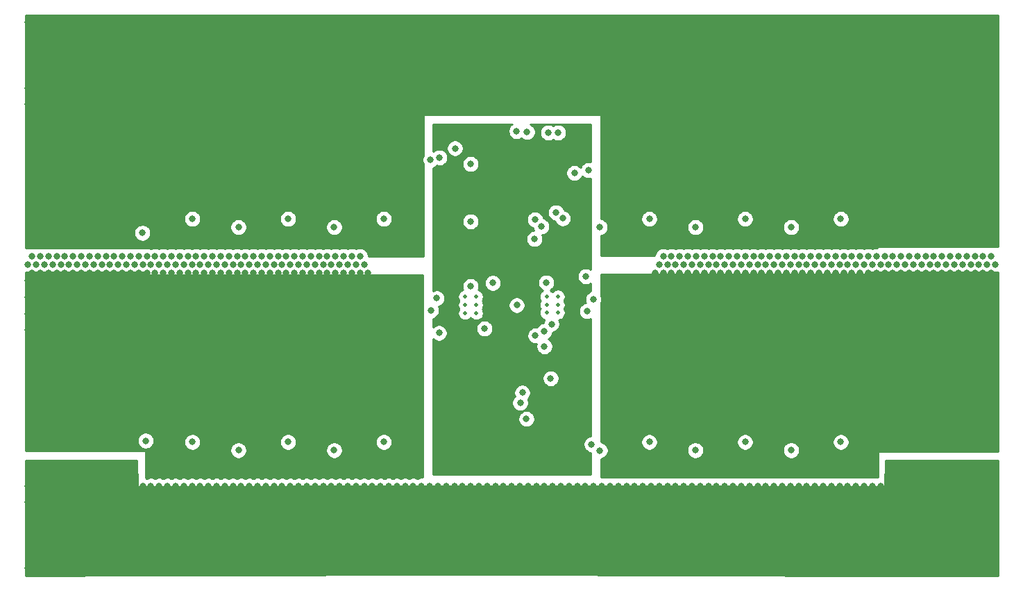
<source format=gbr>
%TF.GenerationSoftware,KiCad,Pcbnew,5.1.9*%
%TF.CreationDate,2021-04-12T01:52:26-03:00*%
%TF.ProjectId,Switches,53776974-6368-4657-932e-6b696361645f,rev?*%
%TF.SameCoordinates,Original*%
%TF.FileFunction,Copper,L3,Inr*%
%TF.FilePolarity,Positive*%
%FSLAX46Y46*%
G04 Gerber Fmt 4.6, Leading zero omitted, Abs format (unit mm)*
G04 Created by KiCad (PCBNEW 5.1.9) date 2021-04-12 01:52:26*
%MOMM*%
%LPD*%
G01*
G04 APERTURE LIST*
%TA.AperFunction,ComponentPad*%
%ADD10C,0.600000*%
%TD*%
%TA.AperFunction,ComponentPad*%
%ADD11C,5.000000*%
%TD*%
%TA.AperFunction,ComponentPad*%
%ADD12C,0.500000*%
%TD*%
%TA.AperFunction,ViaPad*%
%ADD13C,0.800000*%
%TD*%
%TA.AperFunction,Conductor*%
%ADD14C,0.254000*%
%TD*%
%TA.AperFunction,Conductor*%
%ADD15C,0.100000*%
%TD*%
G04 APERTURE END LIST*
D10*
%TO.N,/SL2*%
%TO.C,Q112*%
X206800000Y-108250000D03*
X206800000Y-109250000D03*
X196800000Y-109250000D03*
X196800000Y-108250000D03*
X199300000Y-108750000D03*
X204800000Y-109250000D03*
X200300000Y-108750000D03*
X199800000Y-108250000D03*
X205800000Y-108250000D03*
X198800000Y-108250000D03*
X197300000Y-108750000D03*
X197800000Y-108250000D03*
X199800000Y-109250000D03*
X204800000Y-108250000D03*
X205300000Y-108750000D03*
X203800000Y-109250000D03*
X202300000Y-108750000D03*
X200800000Y-109250000D03*
X203300000Y-108750000D03*
X202800000Y-109250000D03*
X201300000Y-108750000D03*
X201800000Y-108250000D03*
X197800000Y-109250000D03*
X200800000Y-108250000D03*
X198800000Y-109250000D03*
X201800000Y-109250000D03*
X206300000Y-108750000D03*
X202800000Y-108250000D03*
X204300000Y-108750000D03*
X205800000Y-109250000D03*
X198300000Y-108750000D03*
X203800000Y-108250000D03*
X199300000Y-111750000D03*
X198300000Y-110750000D03*
X204800000Y-112250000D03*
X205300000Y-109750000D03*
X198800000Y-110250000D03*
X200300000Y-111750000D03*
X203300000Y-109750000D03*
X198300000Y-109750000D03*
X199800000Y-111250000D03*
X203300000Y-110750000D03*
X205800000Y-111250000D03*
X202300000Y-109750000D03*
X197800000Y-110250000D03*
X198800000Y-111250000D03*
X202300000Y-110750000D03*
X197800000Y-111250000D03*
X199800000Y-112250000D03*
X203800000Y-110250000D03*
X204800000Y-111250000D03*
X204800000Y-110250000D03*
X205300000Y-110750000D03*
X205300000Y-111750000D03*
X203800000Y-112250000D03*
X200300000Y-109750000D03*
X202300000Y-111750000D03*
X200800000Y-112250000D03*
X203300000Y-111750000D03*
X202800000Y-112250000D03*
X201800000Y-110250000D03*
X199300000Y-109750000D03*
X201300000Y-111750000D03*
X201800000Y-111250000D03*
X201300000Y-109750000D03*
X197800000Y-112250000D03*
X200300000Y-110750000D03*
X200800000Y-111250000D03*
X200800000Y-110250000D03*
X202800000Y-110250000D03*
X198800000Y-112250000D03*
X201800000Y-112250000D03*
X204300000Y-109750000D03*
X204300000Y-110750000D03*
X201300000Y-110750000D03*
X202800000Y-111250000D03*
X199800000Y-110250000D03*
X204300000Y-111750000D03*
X199300000Y-110750000D03*
X205800000Y-112250000D03*
X205800000Y-110250000D03*
X198300000Y-111750000D03*
X203800000Y-111250000D03*
X206300000Y-114750000D03*
X206300000Y-112750000D03*
X205800000Y-113250000D03*
X205800000Y-115250000D03*
X206300000Y-115750000D03*
X205800000Y-114250000D03*
X206300000Y-113750000D03*
X205300000Y-114750000D03*
X205300000Y-112750000D03*
X204800000Y-113250000D03*
X204800000Y-115250000D03*
X205300000Y-115750000D03*
X204800000Y-114250000D03*
X205300000Y-113750000D03*
X204300000Y-114750000D03*
X204300000Y-112750000D03*
X203800000Y-113250000D03*
X203800000Y-115250000D03*
X204300000Y-115750000D03*
X203800000Y-114250000D03*
X204300000Y-113750000D03*
X203300000Y-114750000D03*
X203300000Y-112750000D03*
X202800000Y-113250000D03*
X202800000Y-115250000D03*
X203300000Y-115750000D03*
X202800000Y-114250000D03*
X203300000Y-113750000D03*
X202300000Y-114750000D03*
X202300000Y-112750000D03*
X201800000Y-113250000D03*
X201800000Y-115250000D03*
X202300000Y-115750000D03*
X201800000Y-114250000D03*
X202300000Y-113750000D03*
X201300000Y-114750000D03*
X201300000Y-112750000D03*
X200800000Y-113250000D03*
X200800000Y-115250000D03*
X201300000Y-115750000D03*
X200800000Y-114250000D03*
X201300000Y-113750000D03*
X200300000Y-114750000D03*
X200300000Y-112750000D03*
X199800000Y-113250000D03*
X199800000Y-115250000D03*
X200300000Y-115750000D03*
X199800000Y-114250000D03*
X200300000Y-113750000D03*
X199300000Y-114750000D03*
X199300000Y-112750000D03*
X198800000Y-113250000D03*
X198800000Y-115250000D03*
X199300000Y-115750000D03*
X198800000Y-114250000D03*
X199300000Y-113750000D03*
X198300000Y-112750000D03*
X198300000Y-113750000D03*
X197800000Y-113250000D03*
X197800000Y-114250000D03*
X197800000Y-115250000D03*
X198300000Y-114750000D03*
X198300000Y-115750000D03*
X197300000Y-112750000D03*
X197300000Y-113750000D03*
X197300000Y-115750000D03*
X197300000Y-114750000D03*
%TD*%
%TO.N,/SL2*%
%TO.C,Q111*%
X195125000Y-108250000D03*
X195125000Y-109250000D03*
X185125000Y-109250000D03*
X185125000Y-108250000D03*
X187625000Y-108750000D03*
X193125000Y-109250000D03*
X188625000Y-108750000D03*
X188125000Y-108250000D03*
X194125000Y-108250000D03*
X187125000Y-108250000D03*
X185625000Y-108750000D03*
X186125000Y-108250000D03*
X188125000Y-109250000D03*
X193125000Y-108250000D03*
X193625000Y-108750000D03*
X192125000Y-109250000D03*
X190625000Y-108750000D03*
X189125000Y-109250000D03*
X191625000Y-108750000D03*
X191125000Y-109250000D03*
X189625000Y-108750000D03*
X190125000Y-108250000D03*
X186125000Y-109250000D03*
X189125000Y-108250000D03*
X187125000Y-109250000D03*
X190125000Y-109250000D03*
X194625000Y-108750000D03*
X191125000Y-108250000D03*
X192625000Y-108750000D03*
X194125000Y-109250000D03*
X186625000Y-108750000D03*
X192125000Y-108250000D03*
X187625000Y-111750000D03*
X186625000Y-110750000D03*
X193125000Y-112250000D03*
X193625000Y-109750000D03*
X187125000Y-110250000D03*
X188625000Y-111750000D03*
X191625000Y-109750000D03*
X186625000Y-109750000D03*
X188125000Y-111250000D03*
X191625000Y-110750000D03*
X194125000Y-111250000D03*
X190625000Y-109750000D03*
X186125000Y-110250000D03*
X187125000Y-111250000D03*
X190625000Y-110750000D03*
X186125000Y-111250000D03*
X188125000Y-112250000D03*
X192125000Y-110250000D03*
X193125000Y-111250000D03*
X193125000Y-110250000D03*
X193625000Y-110750000D03*
X193625000Y-111750000D03*
X192125000Y-112250000D03*
X188625000Y-109750000D03*
X190625000Y-111750000D03*
X189125000Y-112250000D03*
X191625000Y-111750000D03*
X191125000Y-112250000D03*
X190125000Y-110250000D03*
X187625000Y-109750000D03*
X189625000Y-111750000D03*
X190125000Y-111250000D03*
X189625000Y-109750000D03*
X186125000Y-112250000D03*
X188625000Y-110750000D03*
X189125000Y-111250000D03*
X189125000Y-110250000D03*
X191125000Y-110250000D03*
X187125000Y-112250000D03*
X190125000Y-112250000D03*
X192625000Y-109750000D03*
X192625000Y-110750000D03*
X189625000Y-110750000D03*
X191125000Y-111250000D03*
X188125000Y-110250000D03*
X192625000Y-111750000D03*
X187625000Y-110750000D03*
X194125000Y-112250000D03*
X194125000Y-110250000D03*
X186625000Y-111750000D03*
X192125000Y-111250000D03*
X194625000Y-114750000D03*
X194625000Y-112750000D03*
X194125000Y-113250000D03*
X194125000Y-115250000D03*
X194625000Y-115750000D03*
X194125000Y-114250000D03*
X194625000Y-113750000D03*
X193625000Y-114750000D03*
X193625000Y-112750000D03*
X193125000Y-113250000D03*
X193125000Y-115250000D03*
X193625000Y-115750000D03*
X193125000Y-114250000D03*
X193625000Y-113750000D03*
X192625000Y-114750000D03*
X192625000Y-112750000D03*
X192125000Y-113250000D03*
X192125000Y-115250000D03*
X192625000Y-115750000D03*
X192125000Y-114250000D03*
X192625000Y-113750000D03*
X191625000Y-114750000D03*
X191625000Y-112750000D03*
X191125000Y-113250000D03*
X191125000Y-115250000D03*
X191625000Y-115750000D03*
X191125000Y-114250000D03*
X191625000Y-113750000D03*
X190625000Y-114750000D03*
X190625000Y-112750000D03*
X190125000Y-113250000D03*
X190125000Y-115250000D03*
X190625000Y-115750000D03*
X190125000Y-114250000D03*
X190625000Y-113750000D03*
X189625000Y-114750000D03*
X189625000Y-112750000D03*
X189125000Y-113250000D03*
X189125000Y-115250000D03*
X189625000Y-115750000D03*
X189125000Y-114250000D03*
X189625000Y-113750000D03*
X188625000Y-114750000D03*
X188625000Y-112750000D03*
X188125000Y-113250000D03*
X188125000Y-115250000D03*
X188625000Y-115750000D03*
X188125000Y-114250000D03*
X188625000Y-113750000D03*
X187625000Y-114750000D03*
X187625000Y-112750000D03*
X187125000Y-113250000D03*
X187125000Y-115250000D03*
X187625000Y-115750000D03*
X187125000Y-114250000D03*
X187625000Y-113750000D03*
X186625000Y-112750000D03*
X186625000Y-113750000D03*
X186125000Y-113250000D03*
X186125000Y-114250000D03*
X186125000Y-115250000D03*
X186625000Y-114750000D03*
X186625000Y-115750000D03*
X185625000Y-112750000D03*
X185625000Y-113750000D03*
X185625000Y-115750000D03*
X185625000Y-114750000D03*
%TD*%
%TO.N,/SL2*%
%TO.C,Q110*%
X183450000Y-108250000D03*
X183450000Y-109250000D03*
X173450000Y-109250000D03*
X173450000Y-108250000D03*
X175950000Y-108750000D03*
X181450000Y-109250000D03*
X176950000Y-108750000D03*
X176450000Y-108250000D03*
X182450000Y-108250000D03*
X175450000Y-108250000D03*
X173950000Y-108750000D03*
X174450000Y-108250000D03*
X176450000Y-109250000D03*
X181450000Y-108250000D03*
X181950000Y-108750000D03*
X180450000Y-109250000D03*
X178950000Y-108750000D03*
X177450000Y-109250000D03*
X179950000Y-108750000D03*
X179450000Y-109250000D03*
X177950000Y-108750000D03*
X178450000Y-108250000D03*
X174450000Y-109250000D03*
X177450000Y-108250000D03*
X175450000Y-109250000D03*
X178450000Y-109250000D03*
X182950000Y-108750000D03*
X179450000Y-108250000D03*
X180950000Y-108750000D03*
X182450000Y-109250000D03*
X174950000Y-108750000D03*
X180450000Y-108250000D03*
X175950000Y-111750000D03*
X174950000Y-110750000D03*
X181450000Y-112250000D03*
X181950000Y-109750000D03*
X175450000Y-110250000D03*
X176950000Y-111750000D03*
X179950000Y-109750000D03*
X174950000Y-109750000D03*
X176450000Y-111250000D03*
X179950000Y-110750000D03*
X182450000Y-111250000D03*
X178950000Y-109750000D03*
X174450000Y-110250000D03*
X175450000Y-111250000D03*
X178950000Y-110750000D03*
X174450000Y-111250000D03*
X176450000Y-112250000D03*
X180450000Y-110250000D03*
X181450000Y-111250000D03*
X181450000Y-110250000D03*
X181950000Y-110750000D03*
X181950000Y-111750000D03*
X180450000Y-112250000D03*
X176950000Y-109750000D03*
X178950000Y-111750000D03*
X177450000Y-112250000D03*
X179950000Y-111750000D03*
X179450000Y-112250000D03*
X178450000Y-110250000D03*
X175950000Y-109750000D03*
X177950000Y-111750000D03*
X178450000Y-111250000D03*
X177950000Y-109750000D03*
X174450000Y-112250000D03*
X176950000Y-110750000D03*
X177450000Y-111250000D03*
X177450000Y-110250000D03*
X179450000Y-110250000D03*
X175450000Y-112250000D03*
X178450000Y-112250000D03*
X180950000Y-109750000D03*
X180950000Y-110750000D03*
X177950000Y-110750000D03*
X179450000Y-111250000D03*
X176450000Y-110250000D03*
X180950000Y-111750000D03*
X175950000Y-110750000D03*
X182450000Y-112250000D03*
X182450000Y-110250000D03*
X174950000Y-111750000D03*
X180450000Y-111250000D03*
X182950000Y-114750000D03*
X182950000Y-112750000D03*
X182450000Y-113250000D03*
X182450000Y-115250000D03*
X182950000Y-115750000D03*
X182450000Y-114250000D03*
X182950000Y-113750000D03*
X181950000Y-114750000D03*
X181950000Y-112750000D03*
X181450000Y-113250000D03*
X181450000Y-115250000D03*
X181950000Y-115750000D03*
X181450000Y-114250000D03*
X181950000Y-113750000D03*
X180950000Y-114750000D03*
X180950000Y-112750000D03*
X180450000Y-113250000D03*
X180450000Y-115250000D03*
X180950000Y-115750000D03*
X180450000Y-114250000D03*
X180950000Y-113750000D03*
X179950000Y-114750000D03*
X179950000Y-112750000D03*
X179450000Y-113250000D03*
X179450000Y-115250000D03*
X179950000Y-115750000D03*
X179450000Y-114250000D03*
X179950000Y-113750000D03*
X178950000Y-114750000D03*
X178950000Y-112750000D03*
X178450000Y-113250000D03*
X178450000Y-115250000D03*
X178950000Y-115750000D03*
X178450000Y-114250000D03*
X178950000Y-113750000D03*
X177950000Y-114750000D03*
X177950000Y-112750000D03*
X177450000Y-113250000D03*
X177450000Y-115250000D03*
X177950000Y-115750000D03*
X177450000Y-114250000D03*
X177950000Y-113750000D03*
X176950000Y-114750000D03*
X176950000Y-112750000D03*
X176450000Y-113250000D03*
X176450000Y-115250000D03*
X176950000Y-115750000D03*
X176450000Y-114250000D03*
X176950000Y-113750000D03*
X175950000Y-114750000D03*
X175950000Y-112750000D03*
X175450000Y-113250000D03*
X175450000Y-115250000D03*
X175950000Y-115750000D03*
X175450000Y-114250000D03*
X175950000Y-113750000D03*
X174950000Y-112750000D03*
X174950000Y-113750000D03*
X174450000Y-113250000D03*
X174450000Y-114250000D03*
X174450000Y-115250000D03*
X174950000Y-114750000D03*
X174950000Y-115750000D03*
X173950000Y-112750000D03*
X173950000Y-113750000D03*
X173950000Y-115750000D03*
X173950000Y-114750000D03*
%TD*%
%TO.N,/SL1*%
%TO.C,Q109*%
X151050000Y-108250000D03*
X151050000Y-109250000D03*
X141050000Y-109250000D03*
X141050000Y-108250000D03*
X143550000Y-108750000D03*
X149050000Y-109250000D03*
X144550000Y-108750000D03*
X144050000Y-108250000D03*
X150050000Y-108250000D03*
X143050000Y-108250000D03*
X141550000Y-108750000D03*
X142050000Y-108250000D03*
X144050000Y-109250000D03*
X149050000Y-108250000D03*
X149550000Y-108750000D03*
X148050000Y-109250000D03*
X146550000Y-108750000D03*
X145050000Y-109250000D03*
X147550000Y-108750000D03*
X147050000Y-109250000D03*
X145550000Y-108750000D03*
X146050000Y-108250000D03*
X142050000Y-109250000D03*
X145050000Y-108250000D03*
X143050000Y-109250000D03*
X146050000Y-109250000D03*
X150550000Y-108750000D03*
X147050000Y-108250000D03*
X148550000Y-108750000D03*
X150050000Y-109250000D03*
X142550000Y-108750000D03*
X148050000Y-108250000D03*
X143550000Y-111750000D03*
X142550000Y-110750000D03*
X149050000Y-112250000D03*
X149550000Y-109750000D03*
X143050000Y-110250000D03*
X144550000Y-111750000D03*
X147550000Y-109750000D03*
X142550000Y-109750000D03*
X144050000Y-111250000D03*
X147550000Y-110750000D03*
X150050000Y-111250000D03*
X146550000Y-109750000D03*
X142050000Y-110250000D03*
X143050000Y-111250000D03*
X146550000Y-110750000D03*
X142050000Y-111250000D03*
X144050000Y-112250000D03*
X148050000Y-110250000D03*
X149050000Y-111250000D03*
X149050000Y-110250000D03*
X149550000Y-110750000D03*
X149550000Y-111750000D03*
X148050000Y-112250000D03*
X144550000Y-109750000D03*
X146550000Y-111750000D03*
X145050000Y-112250000D03*
X147550000Y-111750000D03*
X147050000Y-112250000D03*
X146050000Y-110250000D03*
X143550000Y-109750000D03*
X145550000Y-111750000D03*
X146050000Y-111250000D03*
X145550000Y-109750000D03*
X142050000Y-112250000D03*
X144550000Y-110750000D03*
X145050000Y-111250000D03*
X145050000Y-110250000D03*
X147050000Y-110250000D03*
X143050000Y-112250000D03*
X146050000Y-112250000D03*
X148550000Y-109750000D03*
X148550000Y-110750000D03*
X145550000Y-110750000D03*
X147050000Y-111250000D03*
X144050000Y-110250000D03*
X148550000Y-111750000D03*
X143550000Y-110750000D03*
X150050000Y-112250000D03*
X150050000Y-110250000D03*
X142550000Y-111750000D03*
X148050000Y-111250000D03*
X150550000Y-114750000D03*
X150550000Y-112750000D03*
X150050000Y-113250000D03*
X150050000Y-115250000D03*
X150550000Y-115750000D03*
X150050000Y-114250000D03*
X150550000Y-113750000D03*
X149550000Y-114750000D03*
X149550000Y-112750000D03*
X149050000Y-113250000D03*
X149050000Y-115250000D03*
X149550000Y-115750000D03*
X149050000Y-114250000D03*
X149550000Y-113750000D03*
X148550000Y-114750000D03*
X148550000Y-112750000D03*
X148050000Y-113250000D03*
X148050000Y-115250000D03*
X148550000Y-115750000D03*
X148050000Y-114250000D03*
X148550000Y-113750000D03*
X147550000Y-114750000D03*
X147550000Y-112750000D03*
X147050000Y-113250000D03*
X147050000Y-115250000D03*
X147550000Y-115750000D03*
X147050000Y-114250000D03*
X147550000Y-113750000D03*
X146550000Y-114750000D03*
X146550000Y-112750000D03*
X146050000Y-113250000D03*
X146050000Y-115250000D03*
X146550000Y-115750000D03*
X146050000Y-114250000D03*
X146550000Y-113750000D03*
X145550000Y-114750000D03*
X145550000Y-112750000D03*
X145050000Y-113250000D03*
X145050000Y-115250000D03*
X145550000Y-115750000D03*
X145050000Y-114250000D03*
X145550000Y-113750000D03*
X144550000Y-114750000D03*
X144550000Y-112750000D03*
X144050000Y-113250000D03*
X144050000Y-115250000D03*
X144550000Y-115750000D03*
X144050000Y-114250000D03*
X144550000Y-113750000D03*
X143550000Y-114750000D03*
X143550000Y-112750000D03*
X143050000Y-113250000D03*
X143050000Y-115250000D03*
X143550000Y-115750000D03*
X143050000Y-114250000D03*
X143550000Y-113750000D03*
X142550000Y-112750000D03*
X142550000Y-113750000D03*
X142050000Y-113250000D03*
X142050000Y-114250000D03*
X142050000Y-115250000D03*
X142550000Y-114750000D03*
X142550000Y-115750000D03*
X141550000Y-112750000D03*
X141550000Y-113750000D03*
X141550000Y-115750000D03*
X141550000Y-114750000D03*
%TD*%
%TO.N,/SL1*%
%TO.C,Q108*%
X139375000Y-108250000D03*
X139375000Y-109250000D03*
X129375000Y-109250000D03*
X129375000Y-108250000D03*
X131875000Y-108750000D03*
X137375000Y-109250000D03*
X132875000Y-108750000D03*
X132375000Y-108250000D03*
X138375000Y-108250000D03*
X131375000Y-108250000D03*
X129875000Y-108750000D03*
X130375000Y-108250000D03*
X132375000Y-109250000D03*
X137375000Y-108250000D03*
X137875000Y-108750000D03*
X136375000Y-109250000D03*
X134875000Y-108750000D03*
X133375000Y-109250000D03*
X135875000Y-108750000D03*
X135375000Y-109250000D03*
X133875000Y-108750000D03*
X134375000Y-108250000D03*
X130375000Y-109250000D03*
X133375000Y-108250000D03*
X131375000Y-109250000D03*
X134375000Y-109250000D03*
X138875000Y-108750000D03*
X135375000Y-108250000D03*
X136875000Y-108750000D03*
X138375000Y-109250000D03*
X130875000Y-108750000D03*
X136375000Y-108250000D03*
X131875000Y-111750000D03*
X130875000Y-110750000D03*
X137375000Y-112250000D03*
X137875000Y-109750000D03*
X131375000Y-110250000D03*
X132875000Y-111750000D03*
X135875000Y-109750000D03*
X130875000Y-109750000D03*
X132375000Y-111250000D03*
X135875000Y-110750000D03*
X138375000Y-111250000D03*
X134875000Y-109750000D03*
X130375000Y-110250000D03*
X131375000Y-111250000D03*
X134875000Y-110750000D03*
X130375000Y-111250000D03*
X132375000Y-112250000D03*
X136375000Y-110250000D03*
X137375000Y-111250000D03*
X137375000Y-110250000D03*
X137875000Y-110750000D03*
X137875000Y-111750000D03*
X136375000Y-112250000D03*
X132875000Y-109750000D03*
X134875000Y-111750000D03*
X133375000Y-112250000D03*
X135875000Y-111750000D03*
X135375000Y-112250000D03*
X134375000Y-110250000D03*
X131875000Y-109750000D03*
X133875000Y-111750000D03*
X134375000Y-111250000D03*
X133875000Y-109750000D03*
X130375000Y-112250000D03*
X132875000Y-110750000D03*
X133375000Y-111250000D03*
X133375000Y-110250000D03*
X135375000Y-110250000D03*
X131375000Y-112250000D03*
X134375000Y-112250000D03*
X136875000Y-109750000D03*
X136875000Y-110750000D03*
X133875000Y-110750000D03*
X135375000Y-111250000D03*
X132375000Y-110250000D03*
X136875000Y-111750000D03*
X131875000Y-110750000D03*
X138375000Y-112250000D03*
X138375000Y-110250000D03*
X130875000Y-111750000D03*
X136375000Y-111250000D03*
X138875000Y-114750000D03*
X138875000Y-112750000D03*
X138375000Y-113250000D03*
X138375000Y-115250000D03*
X138875000Y-115750000D03*
X138375000Y-114250000D03*
X138875000Y-113750000D03*
X137875000Y-114750000D03*
X137875000Y-112750000D03*
X137375000Y-113250000D03*
X137375000Y-115250000D03*
X137875000Y-115750000D03*
X137375000Y-114250000D03*
X137875000Y-113750000D03*
X136875000Y-114750000D03*
X136875000Y-112750000D03*
X136375000Y-113250000D03*
X136375000Y-115250000D03*
X136875000Y-115750000D03*
X136375000Y-114250000D03*
X136875000Y-113750000D03*
X135875000Y-114750000D03*
X135875000Y-112750000D03*
X135375000Y-113250000D03*
X135375000Y-115250000D03*
X135875000Y-115750000D03*
X135375000Y-114250000D03*
X135875000Y-113750000D03*
X134875000Y-114750000D03*
X134875000Y-112750000D03*
X134375000Y-113250000D03*
X134375000Y-115250000D03*
X134875000Y-115750000D03*
X134375000Y-114250000D03*
X134875000Y-113750000D03*
X133875000Y-114750000D03*
X133875000Y-112750000D03*
X133375000Y-113250000D03*
X133375000Y-115250000D03*
X133875000Y-115750000D03*
X133375000Y-114250000D03*
X133875000Y-113750000D03*
X132875000Y-114750000D03*
X132875000Y-112750000D03*
X132375000Y-113250000D03*
X132375000Y-115250000D03*
X132875000Y-115750000D03*
X132375000Y-114250000D03*
X132875000Y-113750000D03*
X131875000Y-114750000D03*
X131875000Y-112750000D03*
X131375000Y-113250000D03*
X131375000Y-115250000D03*
X131875000Y-115750000D03*
X131375000Y-114250000D03*
X131875000Y-113750000D03*
X130875000Y-112750000D03*
X130875000Y-113750000D03*
X130375000Y-113250000D03*
X130375000Y-114250000D03*
X130375000Y-115250000D03*
X130875000Y-114750000D03*
X130875000Y-115750000D03*
X129875000Y-112750000D03*
X129875000Y-113750000D03*
X129875000Y-115750000D03*
X129875000Y-114750000D03*
%TD*%
%TO.N,/SL1*%
%TO.C,Q107*%
X127700000Y-108250000D03*
X127700000Y-109250000D03*
X117700000Y-109250000D03*
X117700000Y-108250000D03*
X120200000Y-108750000D03*
X125700000Y-109250000D03*
X121200000Y-108750000D03*
X120700000Y-108250000D03*
X126700000Y-108250000D03*
X119700000Y-108250000D03*
X118200000Y-108750000D03*
X118700000Y-108250000D03*
X120700000Y-109250000D03*
X125700000Y-108250000D03*
X126200000Y-108750000D03*
X124700000Y-109250000D03*
X123200000Y-108750000D03*
X121700000Y-109250000D03*
X124200000Y-108750000D03*
X123700000Y-109250000D03*
X122200000Y-108750000D03*
X122700000Y-108250000D03*
X118700000Y-109250000D03*
X121700000Y-108250000D03*
X119700000Y-109250000D03*
X122700000Y-109250000D03*
X127200000Y-108750000D03*
X123700000Y-108250000D03*
X125200000Y-108750000D03*
X126700000Y-109250000D03*
X119200000Y-108750000D03*
X124700000Y-108250000D03*
X120200000Y-111750000D03*
X119200000Y-110750000D03*
X125700000Y-112250000D03*
X126200000Y-109750000D03*
X119700000Y-110250000D03*
X121200000Y-111750000D03*
X124200000Y-109750000D03*
X119200000Y-109750000D03*
X120700000Y-111250000D03*
X124200000Y-110750000D03*
X126700000Y-111250000D03*
X123200000Y-109750000D03*
X118700000Y-110250000D03*
X119700000Y-111250000D03*
X123200000Y-110750000D03*
X118700000Y-111250000D03*
X120700000Y-112250000D03*
X124700000Y-110250000D03*
X125700000Y-111250000D03*
X125700000Y-110250000D03*
X126200000Y-110750000D03*
X126200000Y-111750000D03*
X124700000Y-112250000D03*
X121200000Y-109750000D03*
X123200000Y-111750000D03*
X121700000Y-112250000D03*
X124200000Y-111750000D03*
X123700000Y-112250000D03*
X122700000Y-110250000D03*
X120200000Y-109750000D03*
X122200000Y-111750000D03*
X122700000Y-111250000D03*
X122200000Y-109750000D03*
X118700000Y-112250000D03*
X121200000Y-110750000D03*
X121700000Y-111250000D03*
X121700000Y-110250000D03*
X123700000Y-110250000D03*
X119700000Y-112250000D03*
X122700000Y-112250000D03*
X125200000Y-109750000D03*
X125200000Y-110750000D03*
X122200000Y-110750000D03*
X123700000Y-111250000D03*
X120700000Y-110250000D03*
X125200000Y-111750000D03*
X120200000Y-110750000D03*
X126700000Y-112250000D03*
X126700000Y-110250000D03*
X119200000Y-111750000D03*
X124700000Y-111250000D03*
X127200000Y-114750000D03*
X127200000Y-112750000D03*
X126700000Y-113250000D03*
X126700000Y-115250000D03*
X127200000Y-115750000D03*
X126700000Y-114250000D03*
X127200000Y-113750000D03*
X126200000Y-114750000D03*
X126200000Y-112750000D03*
X125700000Y-113250000D03*
X125700000Y-115250000D03*
X126200000Y-115750000D03*
X125700000Y-114250000D03*
X126200000Y-113750000D03*
X125200000Y-114750000D03*
X125200000Y-112750000D03*
X124700000Y-113250000D03*
X124700000Y-115250000D03*
X125200000Y-115750000D03*
X124700000Y-114250000D03*
X125200000Y-113750000D03*
X124200000Y-114750000D03*
X124200000Y-112750000D03*
X123700000Y-113250000D03*
X123700000Y-115250000D03*
X124200000Y-115750000D03*
X123700000Y-114250000D03*
X124200000Y-113750000D03*
X123200000Y-114750000D03*
X123200000Y-112750000D03*
X122700000Y-113250000D03*
X122700000Y-115250000D03*
X123200000Y-115750000D03*
X122700000Y-114250000D03*
X123200000Y-113750000D03*
X122200000Y-114750000D03*
X122200000Y-112750000D03*
X121700000Y-113250000D03*
X121700000Y-115250000D03*
X122200000Y-115750000D03*
X121700000Y-114250000D03*
X122200000Y-113750000D03*
X121200000Y-114750000D03*
X121200000Y-112750000D03*
X120700000Y-113250000D03*
X120700000Y-115250000D03*
X121200000Y-115750000D03*
X120700000Y-114250000D03*
X121200000Y-113750000D03*
X120200000Y-114750000D03*
X120200000Y-112750000D03*
X119700000Y-113250000D03*
X119700000Y-115250000D03*
X120200000Y-115750000D03*
X119700000Y-114250000D03*
X120200000Y-113750000D03*
X119200000Y-112750000D03*
X119200000Y-113750000D03*
X118700000Y-113250000D03*
X118700000Y-114250000D03*
X118700000Y-115250000D03*
X119200000Y-114750000D03*
X119200000Y-115750000D03*
X118200000Y-112750000D03*
X118200000Y-113750000D03*
X118200000Y-115750000D03*
X118200000Y-114750000D03*
%TD*%
%TO.N,+BATT*%
%TO.C,Q106*%
X206800000Y-81050000D03*
X206800000Y-82050000D03*
X196800000Y-82050000D03*
X196800000Y-81050000D03*
X199300000Y-81550000D03*
X204800000Y-82050000D03*
X200300000Y-81550000D03*
X199800000Y-81050000D03*
X205800000Y-81050000D03*
X198800000Y-81050000D03*
X197300000Y-81550000D03*
X197800000Y-81050000D03*
X199800000Y-82050000D03*
X204800000Y-81050000D03*
X205300000Y-81550000D03*
X203800000Y-82050000D03*
X202300000Y-81550000D03*
X200800000Y-82050000D03*
X203300000Y-81550000D03*
X202800000Y-82050000D03*
X201300000Y-81550000D03*
X201800000Y-81050000D03*
X197800000Y-82050000D03*
X200800000Y-81050000D03*
X198800000Y-82050000D03*
X201800000Y-82050000D03*
X206300000Y-81550000D03*
X202800000Y-81050000D03*
X204300000Y-81550000D03*
X205800000Y-82050000D03*
X198300000Y-81550000D03*
X203800000Y-81050000D03*
X199300000Y-84550000D03*
X198300000Y-83550000D03*
X204800000Y-85050000D03*
X205300000Y-82550000D03*
X198800000Y-83050000D03*
X200300000Y-84550000D03*
X203300000Y-82550000D03*
X198300000Y-82550000D03*
X199800000Y-84050000D03*
X203300000Y-83550000D03*
X205800000Y-84050000D03*
X202300000Y-82550000D03*
X197800000Y-83050000D03*
X198800000Y-84050000D03*
X202300000Y-83550000D03*
X197800000Y-84050000D03*
X199800000Y-85050000D03*
X203800000Y-83050000D03*
X204800000Y-84050000D03*
X204800000Y-83050000D03*
X205300000Y-83550000D03*
X205300000Y-84550000D03*
X203800000Y-85050000D03*
X200300000Y-82550000D03*
X202300000Y-84550000D03*
X200800000Y-85050000D03*
X203300000Y-84550000D03*
X202800000Y-85050000D03*
X201800000Y-83050000D03*
X199300000Y-82550000D03*
X201300000Y-84550000D03*
X201800000Y-84050000D03*
X201300000Y-82550000D03*
X197800000Y-85050000D03*
X200300000Y-83550000D03*
X200800000Y-84050000D03*
X200800000Y-83050000D03*
X202800000Y-83050000D03*
X198800000Y-85050000D03*
X201800000Y-85050000D03*
X204300000Y-82550000D03*
X204300000Y-83550000D03*
X201300000Y-83550000D03*
X202800000Y-84050000D03*
X199800000Y-83050000D03*
X204300000Y-84550000D03*
X199300000Y-83550000D03*
X205800000Y-85050000D03*
X205800000Y-83050000D03*
X198300000Y-84550000D03*
X203800000Y-84050000D03*
X206300000Y-87550000D03*
X206300000Y-85550000D03*
X205800000Y-86050000D03*
X205800000Y-88050000D03*
X206300000Y-88550000D03*
X205800000Y-87050000D03*
X206300000Y-86550000D03*
X205300000Y-87550000D03*
X205300000Y-85550000D03*
X204800000Y-86050000D03*
X204800000Y-88050000D03*
X205300000Y-88550000D03*
X204800000Y-87050000D03*
X205300000Y-86550000D03*
X204300000Y-87550000D03*
X204300000Y-85550000D03*
X203800000Y-86050000D03*
X203800000Y-88050000D03*
X204300000Y-88550000D03*
X203800000Y-87050000D03*
X204300000Y-86550000D03*
X203300000Y-87550000D03*
X203300000Y-85550000D03*
X202800000Y-86050000D03*
X202800000Y-88050000D03*
X203300000Y-88550000D03*
X202800000Y-87050000D03*
X203300000Y-86550000D03*
X202300000Y-87550000D03*
X202300000Y-85550000D03*
X201800000Y-86050000D03*
X201800000Y-88050000D03*
X202300000Y-88550000D03*
X201800000Y-87050000D03*
X202300000Y-86550000D03*
X201300000Y-87550000D03*
X201300000Y-85550000D03*
X200800000Y-86050000D03*
X200800000Y-88050000D03*
X201300000Y-88550000D03*
X200800000Y-87050000D03*
X201300000Y-86550000D03*
X200300000Y-87550000D03*
X200300000Y-85550000D03*
X199800000Y-86050000D03*
X199800000Y-88050000D03*
X200300000Y-88550000D03*
X199800000Y-87050000D03*
X200300000Y-86550000D03*
X199300000Y-87550000D03*
X199300000Y-85550000D03*
X198800000Y-86050000D03*
X198800000Y-88050000D03*
X199300000Y-88550000D03*
X198800000Y-87050000D03*
X199300000Y-86550000D03*
X198300000Y-85550000D03*
X198300000Y-86550000D03*
X197800000Y-86050000D03*
X197800000Y-87050000D03*
X197800000Y-88050000D03*
X198300000Y-87550000D03*
X198300000Y-88550000D03*
X197300000Y-85550000D03*
X197300000Y-86550000D03*
X197300000Y-88550000D03*
X197300000Y-87550000D03*
%TD*%
%TO.N,+BATT*%
%TO.C,Q105*%
X195125000Y-81050000D03*
X195125000Y-82050000D03*
X185125000Y-82050000D03*
X185125000Y-81050000D03*
X187625000Y-81550000D03*
X193125000Y-82050000D03*
X188625000Y-81550000D03*
X188125000Y-81050000D03*
X194125000Y-81050000D03*
X187125000Y-81050000D03*
X185625000Y-81550000D03*
X186125000Y-81050000D03*
X188125000Y-82050000D03*
X193125000Y-81050000D03*
X193625000Y-81550000D03*
X192125000Y-82050000D03*
X190625000Y-81550000D03*
X189125000Y-82050000D03*
X191625000Y-81550000D03*
X191125000Y-82050000D03*
X189625000Y-81550000D03*
X190125000Y-81050000D03*
X186125000Y-82050000D03*
X189125000Y-81050000D03*
X187125000Y-82050000D03*
X190125000Y-82050000D03*
X194625000Y-81550000D03*
X191125000Y-81050000D03*
X192625000Y-81550000D03*
X194125000Y-82050000D03*
X186625000Y-81550000D03*
X192125000Y-81050000D03*
X187625000Y-84550000D03*
X186625000Y-83550000D03*
X193125000Y-85050000D03*
X193625000Y-82550000D03*
X187125000Y-83050000D03*
X188625000Y-84550000D03*
X191625000Y-82550000D03*
X186625000Y-82550000D03*
X188125000Y-84050000D03*
X191625000Y-83550000D03*
X194125000Y-84050000D03*
X190625000Y-82550000D03*
X186125000Y-83050000D03*
X187125000Y-84050000D03*
X190625000Y-83550000D03*
X186125000Y-84050000D03*
X188125000Y-85050000D03*
X192125000Y-83050000D03*
X193125000Y-84050000D03*
X193125000Y-83050000D03*
X193625000Y-83550000D03*
X193625000Y-84550000D03*
X192125000Y-85050000D03*
X188625000Y-82550000D03*
X190625000Y-84550000D03*
X189125000Y-85050000D03*
X191625000Y-84550000D03*
X191125000Y-85050000D03*
X190125000Y-83050000D03*
X187625000Y-82550000D03*
X189625000Y-84550000D03*
X190125000Y-84050000D03*
X189625000Y-82550000D03*
X186125000Y-85050000D03*
X188625000Y-83550000D03*
X189125000Y-84050000D03*
X189125000Y-83050000D03*
X191125000Y-83050000D03*
X187125000Y-85050000D03*
X190125000Y-85050000D03*
X192625000Y-82550000D03*
X192625000Y-83550000D03*
X189625000Y-83550000D03*
X191125000Y-84050000D03*
X188125000Y-83050000D03*
X192625000Y-84550000D03*
X187625000Y-83550000D03*
X194125000Y-85050000D03*
X194125000Y-83050000D03*
X186625000Y-84550000D03*
X192125000Y-84050000D03*
X194625000Y-87550000D03*
X194625000Y-85550000D03*
X194125000Y-86050000D03*
X194125000Y-88050000D03*
X194625000Y-88550000D03*
X194125000Y-87050000D03*
X194625000Y-86550000D03*
X193625000Y-87550000D03*
X193625000Y-85550000D03*
X193125000Y-86050000D03*
X193125000Y-88050000D03*
X193625000Y-88550000D03*
X193125000Y-87050000D03*
X193625000Y-86550000D03*
X192625000Y-87550000D03*
X192625000Y-85550000D03*
X192125000Y-86050000D03*
X192125000Y-88050000D03*
X192625000Y-88550000D03*
X192125000Y-87050000D03*
X192625000Y-86550000D03*
X191625000Y-87550000D03*
X191625000Y-85550000D03*
X191125000Y-86050000D03*
X191125000Y-88050000D03*
X191625000Y-88550000D03*
X191125000Y-87050000D03*
X191625000Y-86550000D03*
X190625000Y-87550000D03*
X190625000Y-85550000D03*
X190125000Y-86050000D03*
X190125000Y-88050000D03*
X190625000Y-88550000D03*
X190125000Y-87050000D03*
X190625000Y-86550000D03*
X189625000Y-87550000D03*
X189625000Y-85550000D03*
X189125000Y-86050000D03*
X189125000Y-88050000D03*
X189625000Y-88550000D03*
X189125000Y-87050000D03*
X189625000Y-86550000D03*
X188625000Y-87550000D03*
X188625000Y-85550000D03*
X188125000Y-86050000D03*
X188125000Y-88050000D03*
X188625000Y-88550000D03*
X188125000Y-87050000D03*
X188625000Y-86550000D03*
X187625000Y-87550000D03*
X187625000Y-85550000D03*
X187125000Y-86050000D03*
X187125000Y-88050000D03*
X187625000Y-88550000D03*
X187125000Y-87050000D03*
X187625000Y-86550000D03*
X186625000Y-85550000D03*
X186625000Y-86550000D03*
X186125000Y-86050000D03*
X186125000Y-87050000D03*
X186125000Y-88050000D03*
X186625000Y-87550000D03*
X186625000Y-88550000D03*
X185625000Y-85550000D03*
X185625000Y-86550000D03*
X185625000Y-88550000D03*
X185625000Y-87550000D03*
%TD*%
%TO.N,+BATT*%
%TO.C,Q104*%
X183450000Y-81050000D03*
X183450000Y-82050000D03*
X173450000Y-82050000D03*
X173450000Y-81050000D03*
X175950000Y-81550000D03*
X181450000Y-82050000D03*
X176950000Y-81550000D03*
X176450000Y-81050000D03*
X182450000Y-81050000D03*
X175450000Y-81050000D03*
X173950000Y-81550000D03*
X174450000Y-81050000D03*
X176450000Y-82050000D03*
X181450000Y-81050000D03*
X181950000Y-81550000D03*
X180450000Y-82050000D03*
X178950000Y-81550000D03*
X177450000Y-82050000D03*
X179950000Y-81550000D03*
X179450000Y-82050000D03*
X177950000Y-81550000D03*
X178450000Y-81050000D03*
X174450000Y-82050000D03*
X177450000Y-81050000D03*
X175450000Y-82050000D03*
X178450000Y-82050000D03*
X182950000Y-81550000D03*
X179450000Y-81050000D03*
X180950000Y-81550000D03*
X182450000Y-82050000D03*
X174950000Y-81550000D03*
X180450000Y-81050000D03*
X175950000Y-84550000D03*
X174950000Y-83550000D03*
X181450000Y-85050000D03*
X181950000Y-82550000D03*
X175450000Y-83050000D03*
X176950000Y-84550000D03*
X179950000Y-82550000D03*
X174950000Y-82550000D03*
X176450000Y-84050000D03*
X179950000Y-83550000D03*
X182450000Y-84050000D03*
X178950000Y-82550000D03*
X174450000Y-83050000D03*
X175450000Y-84050000D03*
X178950000Y-83550000D03*
X174450000Y-84050000D03*
X176450000Y-85050000D03*
X180450000Y-83050000D03*
X181450000Y-84050000D03*
X181450000Y-83050000D03*
X181950000Y-83550000D03*
X181950000Y-84550000D03*
X180450000Y-85050000D03*
X176950000Y-82550000D03*
X178950000Y-84550000D03*
X177450000Y-85050000D03*
X179950000Y-84550000D03*
X179450000Y-85050000D03*
X178450000Y-83050000D03*
X175950000Y-82550000D03*
X177950000Y-84550000D03*
X178450000Y-84050000D03*
X177950000Y-82550000D03*
X174450000Y-85050000D03*
X176950000Y-83550000D03*
X177450000Y-84050000D03*
X177450000Y-83050000D03*
X179450000Y-83050000D03*
X175450000Y-85050000D03*
X178450000Y-85050000D03*
X180950000Y-82550000D03*
X180950000Y-83550000D03*
X177950000Y-83550000D03*
X179450000Y-84050000D03*
X176450000Y-83050000D03*
X180950000Y-84550000D03*
X175950000Y-83550000D03*
X182450000Y-85050000D03*
X182450000Y-83050000D03*
X174950000Y-84550000D03*
X180450000Y-84050000D03*
X182950000Y-87550000D03*
X182950000Y-85550000D03*
X182450000Y-86050000D03*
X182450000Y-88050000D03*
X182950000Y-88550000D03*
X182450000Y-87050000D03*
X182950000Y-86550000D03*
X181950000Y-87550000D03*
X181950000Y-85550000D03*
X181450000Y-86050000D03*
X181450000Y-88050000D03*
X181950000Y-88550000D03*
X181450000Y-87050000D03*
X181950000Y-86550000D03*
X180950000Y-87550000D03*
X180950000Y-85550000D03*
X180450000Y-86050000D03*
X180450000Y-88050000D03*
X180950000Y-88550000D03*
X180450000Y-87050000D03*
X180950000Y-86550000D03*
X179950000Y-87550000D03*
X179950000Y-85550000D03*
X179450000Y-86050000D03*
X179450000Y-88050000D03*
X179950000Y-88550000D03*
X179450000Y-87050000D03*
X179950000Y-86550000D03*
X178950000Y-87550000D03*
X178950000Y-85550000D03*
X178450000Y-86050000D03*
X178450000Y-88050000D03*
X178950000Y-88550000D03*
X178450000Y-87050000D03*
X178950000Y-86550000D03*
X177950000Y-87550000D03*
X177950000Y-85550000D03*
X177450000Y-86050000D03*
X177450000Y-88050000D03*
X177950000Y-88550000D03*
X177450000Y-87050000D03*
X177950000Y-86550000D03*
X176950000Y-87550000D03*
X176950000Y-85550000D03*
X176450000Y-86050000D03*
X176450000Y-88050000D03*
X176950000Y-88550000D03*
X176450000Y-87050000D03*
X176950000Y-86550000D03*
X175950000Y-87550000D03*
X175950000Y-85550000D03*
X175450000Y-86050000D03*
X175450000Y-88050000D03*
X175950000Y-88550000D03*
X175450000Y-87050000D03*
X175950000Y-86550000D03*
X174950000Y-85550000D03*
X174950000Y-86550000D03*
X174450000Y-86050000D03*
X174450000Y-87050000D03*
X174450000Y-88050000D03*
X174950000Y-87550000D03*
X174950000Y-88550000D03*
X173950000Y-85550000D03*
X173950000Y-86550000D03*
X173950000Y-88550000D03*
X173950000Y-87550000D03*
%TD*%
%TO.N,+BATT*%
%TO.C,Q103*%
X151050000Y-81050000D03*
X151050000Y-82050000D03*
X141050000Y-82050000D03*
X141050000Y-81050000D03*
X143550000Y-81550000D03*
X149050000Y-82050000D03*
X144550000Y-81550000D03*
X144050000Y-81050000D03*
X150050000Y-81050000D03*
X143050000Y-81050000D03*
X141550000Y-81550000D03*
X142050000Y-81050000D03*
X144050000Y-82050000D03*
X149050000Y-81050000D03*
X149550000Y-81550000D03*
X148050000Y-82050000D03*
X146550000Y-81550000D03*
X145050000Y-82050000D03*
X147550000Y-81550000D03*
X147050000Y-82050000D03*
X145550000Y-81550000D03*
X146050000Y-81050000D03*
X142050000Y-82050000D03*
X145050000Y-81050000D03*
X143050000Y-82050000D03*
X146050000Y-82050000D03*
X150550000Y-81550000D03*
X147050000Y-81050000D03*
X148550000Y-81550000D03*
X150050000Y-82050000D03*
X142550000Y-81550000D03*
X148050000Y-81050000D03*
X143550000Y-84550000D03*
X142550000Y-83550000D03*
X149050000Y-85050000D03*
X149550000Y-82550000D03*
X143050000Y-83050000D03*
X144550000Y-84550000D03*
X147550000Y-82550000D03*
X142550000Y-82550000D03*
X144050000Y-84050000D03*
X147550000Y-83550000D03*
X150050000Y-84050000D03*
X146550000Y-82550000D03*
X142050000Y-83050000D03*
X143050000Y-84050000D03*
X146550000Y-83550000D03*
X142050000Y-84050000D03*
X144050000Y-85050000D03*
X148050000Y-83050000D03*
X149050000Y-84050000D03*
X149050000Y-83050000D03*
X149550000Y-83550000D03*
X149550000Y-84550000D03*
X148050000Y-85050000D03*
X144550000Y-82550000D03*
X146550000Y-84550000D03*
X145050000Y-85050000D03*
X147550000Y-84550000D03*
X147050000Y-85050000D03*
X146050000Y-83050000D03*
X143550000Y-82550000D03*
X145550000Y-84550000D03*
X146050000Y-84050000D03*
X145550000Y-82550000D03*
X142050000Y-85050000D03*
X144550000Y-83550000D03*
X145050000Y-84050000D03*
X145050000Y-83050000D03*
X147050000Y-83050000D03*
X143050000Y-85050000D03*
X146050000Y-85050000D03*
X148550000Y-82550000D03*
X148550000Y-83550000D03*
X145550000Y-83550000D03*
X147050000Y-84050000D03*
X144050000Y-83050000D03*
X148550000Y-84550000D03*
X143550000Y-83550000D03*
X150050000Y-85050000D03*
X150050000Y-83050000D03*
X142550000Y-84550000D03*
X148050000Y-84050000D03*
X150550000Y-87550000D03*
X150550000Y-85550000D03*
X150050000Y-86050000D03*
X150050000Y-88050000D03*
X150550000Y-88550000D03*
X150050000Y-87050000D03*
X150550000Y-86550000D03*
X149550000Y-87550000D03*
X149550000Y-85550000D03*
X149050000Y-86050000D03*
X149050000Y-88050000D03*
X149550000Y-88550000D03*
X149050000Y-87050000D03*
X149550000Y-86550000D03*
X148550000Y-87550000D03*
X148550000Y-85550000D03*
X148050000Y-86050000D03*
X148050000Y-88050000D03*
X148550000Y-88550000D03*
X148050000Y-87050000D03*
X148550000Y-86550000D03*
X147550000Y-87550000D03*
X147550000Y-85550000D03*
X147050000Y-86050000D03*
X147050000Y-88050000D03*
X147550000Y-88550000D03*
X147050000Y-87050000D03*
X147550000Y-86550000D03*
X146550000Y-87550000D03*
X146550000Y-85550000D03*
X146050000Y-86050000D03*
X146050000Y-88050000D03*
X146550000Y-88550000D03*
X146050000Y-87050000D03*
X146550000Y-86550000D03*
X145550000Y-87550000D03*
X145550000Y-85550000D03*
X145050000Y-86050000D03*
X145050000Y-88050000D03*
X145550000Y-88550000D03*
X145050000Y-87050000D03*
X145550000Y-86550000D03*
X144550000Y-87550000D03*
X144550000Y-85550000D03*
X144050000Y-86050000D03*
X144050000Y-88050000D03*
X144550000Y-88550000D03*
X144050000Y-87050000D03*
X144550000Y-86550000D03*
X143550000Y-87550000D03*
X143550000Y-85550000D03*
X143050000Y-86050000D03*
X143050000Y-88050000D03*
X143550000Y-88550000D03*
X143050000Y-87050000D03*
X143550000Y-86550000D03*
X142550000Y-85550000D03*
X142550000Y-86550000D03*
X142050000Y-86050000D03*
X142050000Y-87050000D03*
X142050000Y-88050000D03*
X142550000Y-87550000D03*
X142550000Y-88550000D03*
X141550000Y-85550000D03*
X141550000Y-86550000D03*
X141550000Y-88550000D03*
X141550000Y-87550000D03*
%TD*%
%TO.N,+BATT*%
%TO.C,Q102*%
X139375000Y-81050000D03*
X139375000Y-82050000D03*
X129375000Y-82050000D03*
X129375000Y-81050000D03*
X131875000Y-81550000D03*
X137375000Y-82050000D03*
X132875000Y-81550000D03*
X132375000Y-81050000D03*
X138375000Y-81050000D03*
X131375000Y-81050000D03*
X129875000Y-81550000D03*
X130375000Y-81050000D03*
X132375000Y-82050000D03*
X137375000Y-81050000D03*
X137875000Y-81550000D03*
X136375000Y-82050000D03*
X134875000Y-81550000D03*
X133375000Y-82050000D03*
X135875000Y-81550000D03*
X135375000Y-82050000D03*
X133875000Y-81550000D03*
X134375000Y-81050000D03*
X130375000Y-82050000D03*
X133375000Y-81050000D03*
X131375000Y-82050000D03*
X134375000Y-82050000D03*
X138875000Y-81550000D03*
X135375000Y-81050000D03*
X136875000Y-81550000D03*
X138375000Y-82050000D03*
X130875000Y-81550000D03*
X136375000Y-81050000D03*
X131875000Y-84550000D03*
X130875000Y-83550000D03*
X137375000Y-85050000D03*
X137875000Y-82550000D03*
X131375000Y-83050000D03*
X132875000Y-84550000D03*
X135875000Y-82550000D03*
X130875000Y-82550000D03*
X132375000Y-84050000D03*
X135875000Y-83550000D03*
X138375000Y-84050000D03*
X134875000Y-82550000D03*
X130375000Y-83050000D03*
X131375000Y-84050000D03*
X134875000Y-83550000D03*
X130375000Y-84050000D03*
X132375000Y-85050000D03*
X136375000Y-83050000D03*
X137375000Y-84050000D03*
X137375000Y-83050000D03*
X137875000Y-83550000D03*
X137875000Y-84550000D03*
X136375000Y-85050000D03*
X132875000Y-82550000D03*
X134875000Y-84550000D03*
X133375000Y-85050000D03*
X135875000Y-84550000D03*
X135375000Y-85050000D03*
X134375000Y-83050000D03*
X131875000Y-82550000D03*
X133875000Y-84550000D03*
X134375000Y-84050000D03*
X133875000Y-82550000D03*
X130375000Y-85050000D03*
X132875000Y-83550000D03*
X133375000Y-84050000D03*
X133375000Y-83050000D03*
X135375000Y-83050000D03*
X131375000Y-85050000D03*
X134375000Y-85050000D03*
X136875000Y-82550000D03*
X136875000Y-83550000D03*
X133875000Y-83550000D03*
X135375000Y-84050000D03*
X132375000Y-83050000D03*
X136875000Y-84550000D03*
X131875000Y-83550000D03*
X138375000Y-85050000D03*
X138375000Y-83050000D03*
X130875000Y-84550000D03*
X136375000Y-84050000D03*
X138875000Y-87550000D03*
X138875000Y-85550000D03*
X138375000Y-86050000D03*
X138375000Y-88050000D03*
X138875000Y-88550000D03*
X138375000Y-87050000D03*
X138875000Y-86550000D03*
X137875000Y-87550000D03*
X137875000Y-85550000D03*
X137375000Y-86050000D03*
X137375000Y-88050000D03*
X137875000Y-88550000D03*
X137375000Y-87050000D03*
X137875000Y-86550000D03*
X136875000Y-87550000D03*
X136875000Y-85550000D03*
X136375000Y-86050000D03*
X136375000Y-88050000D03*
X136875000Y-88550000D03*
X136375000Y-87050000D03*
X136875000Y-86550000D03*
X135875000Y-87550000D03*
X135875000Y-85550000D03*
X135375000Y-86050000D03*
X135375000Y-88050000D03*
X135875000Y-88550000D03*
X135375000Y-87050000D03*
X135875000Y-86550000D03*
X134875000Y-87550000D03*
X134875000Y-85550000D03*
X134375000Y-86050000D03*
X134375000Y-88050000D03*
X134875000Y-88550000D03*
X134375000Y-87050000D03*
X134875000Y-86550000D03*
X133875000Y-87550000D03*
X133875000Y-85550000D03*
X133375000Y-86050000D03*
X133375000Y-88050000D03*
X133875000Y-88550000D03*
X133375000Y-87050000D03*
X133875000Y-86550000D03*
X132875000Y-87550000D03*
X132875000Y-85550000D03*
X132375000Y-86050000D03*
X132375000Y-88050000D03*
X132875000Y-88550000D03*
X132375000Y-87050000D03*
X132875000Y-86550000D03*
X131875000Y-87550000D03*
X131875000Y-85550000D03*
X131375000Y-86050000D03*
X131375000Y-88050000D03*
X131875000Y-88550000D03*
X131375000Y-87050000D03*
X131875000Y-86550000D03*
X130875000Y-85550000D03*
X130875000Y-86550000D03*
X130375000Y-86050000D03*
X130375000Y-87050000D03*
X130375000Y-88050000D03*
X130875000Y-87550000D03*
X130875000Y-88550000D03*
X129875000Y-85550000D03*
X129875000Y-86550000D03*
X129875000Y-88550000D03*
X129875000Y-87550000D03*
%TD*%
%TO.N,+BATT*%
%TO.C,Q101*%
X127700000Y-81050000D03*
X127700000Y-82050000D03*
X117700000Y-82050000D03*
X117700000Y-81050000D03*
X120200000Y-81550000D03*
X125700000Y-82050000D03*
X121200000Y-81550000D03*
X120700000Y-81050000D03*
X126700000Y-81050000D03*
X119700000Y-81050000D03*
X118200000Y-81550000D03*
X118700000Y-81050000D03*
X120700000Y-82050000D03*
X125700000Y-81050000D03*
X126200000Y-81550000D03*
X124700000Y-82050000D03*
X123200000Y-81550000D03*
X121700000Y-82050000D03*
X124200000Y-81550000D03*
X123700000Y-82050000D03*
X122200000Y-81550000D03*
X122700000Y-81050000D03*
X118700000Y-82050000D03*
X121700000Y-81050000D03*
X119700000Y-82050000D03*
X122700000Y-82050000D03*
X127200000Y-81550000D03*
X123700000Y-81050000D03*
X125200000Y-81550000D03*
X126700000Y-82050000D03*
X119200000Y-81550000D03*
X124700000Y-81050000D03*
X120200000Y-84550000D03*
X119200000Y-83550000D03*
X125700000Y-85050000D03*
X126200000Y-82550000D03*
X119700000Y-83050000D03*
X121200000Y-84550000D03*
X124200000Y-82550000D03*
X119200000Y-82550000D03*
X120700000Y-84050000D03*
X124200000Y-83550000D03*
X126700000Y-84050000D03*
X123200000Y-82550000D03*
X118700000Y-83050000D03*
X119700000Y-84050000D03*
X123200000Y-83550000D03*
X118700000Y-84050000D03*
X120700000Y-85050000D03*
X124700000Y-83050000D03*
X125700000Y-84050000D03*
X125700000Y-83050000D03*
X126200000Y-83550000D03*
X126200000Y-84550000D03*
X124700000Y-85050000D03*
X121200000Y-82550000D03*
X123200000Y-84550000D03*
X121700000Y-85050000D03*
X124200000Y-84550000D03*
X123700000Y-85050000D03*
X122700000Y-83050000D03*
X120200000Y-82550000D03*
X122200000Y-84550000D03*
X122700000Y-84050000D03*
X122200000Y-82550000D03*
X118700000Y-85050000D03*
X121200000Y-83550000D03*
X121700000Y-84050000D03*
X121700000Y-83050000D03*
X123700000Y-83050000D03*
X119700000Y-85050000D03*
X122700000Y-85050000D03*
X125200000Y-82550000D03*
X125200000Y-83550000D03*
X122200000Y-83550000D03*
X123700000Y-84050000D03*
X120700000Y-83050000D03*
X125200000Y-84550000D03*
X120200000Y-83550000D03*
X126700000Y-85050000D03*
X126700000Y-83050000D03*
X119200000Y-84550000D03*
X124700000Y-84050000D03*
X127200000Y-87550000D03*
X127200000Y-85550000D03*
X126700000Y-86050000D03*
X126700000Y-88050000D03*
X127200000Y-88550000D03*
X126700000Y-87050000D03*
X127200000Y-86550000D03*
X126200000Y-87550000D03*
X126200000Y-85550000D03*
X125700000Y-86050000D03*
X125700000Y-88050000D03*
X126200000Y-88550000D03*
X125700000Y-87050000D03*
X126200000Y-86550000D03*
X125200000Y-87550000D03*
X125200000Y-85550000D03*
X124700000Y-86050000D03*
X124700000Y-88050000D03*
X125200000Y-88550000D03*
X124700000Y-87050000D03*
X125200000Y-86550000D03*
X124200000Y-87550000D03*
X124200000Y-85550000D03*
X123700000Y-86050000D03*
X123700000Y-88050000D03*
X124200000Y-88550000D03*
X123700000Y-87050000D03*
X124200000Y-86550000D03*
X123200000Y-87550000D03*
X123200000Y-85550000D03*
X122700000Y-86050000D03*
X122700000Y-88050000D03*
X123200000Y-88550000D03*
X122700000Y-87050000D03*
X123200000Y-86550000D03*
X122200000Y-87550000D03*
X122200000Y-85550000D03*
X121700000Y-86050000D03*
X121700000Y-88050000D03*
X122200000Y-88550000D03*
X121700000Y-87050000D03*
X122200000Y-86550000D03*
X121200000Y-87550000D03*
X121200000Y-85550000D03*
X120700000Y-86050000D03*
X120700000Y-88050000D03*
X121200000Y-88550000D03*
X120700000Y-87050000D03*
X121200000Y-86550000D03*
X120200000Y-87550000D03*
X120200000Y-85550000D03*
X119700000Y-86050000D03*
X119700000Y-88050000D03*
X120200000Y-88550000D03*
X119700000Y-87050000D03*
X120200000Y-86550000D03*
X119200000Y-85550000D03*
X119200000Y-86550000D03*
X118700000Y-86050000D03*
X118700000Y-87050000D03*
X118700000Y-88050000D03*
X119200000Y-87550000D03*
X119200000Y-88550000D03*
X118200000Y-85550000D03*
X118200000Y-86550000D03*
X118200000Y-88550000D03*
X118200000Y-87550000D03*
%TD*%
D11*
%TO.N,+BATT*%
%TO.C,J102*%
X105650000Y-71550000D03*
X117316666Y-71550000D03*
X128983332Y-71550000D03*
X140650000Y-71550000D03*
X218850000Y-71550000D03*
X207183332Y-71550000D03*
X183850000Y-71550000D03*
X195516666Y-71550000D03*
%TD*%
%TO.N,GND*%
%TO.C,J101*%
X218850000Y-130550000D03*
X207183334Y-130550000D03*
X195516668Y-130550000D03*
X183850000Y-130550000D03*
X105650000Y-130550000D03*
X117316668Y-130550000D03*
X140650000Y-130550000D03*
X128983334Y-130550000D03*
%TD*%
D12*
%TO.N,GND*%
%TO.C,U102*%
X167912500Y-103145000D03*
X166512500Y-103145000D03*
X167912500Y-102145000D03*
X166512500Y-102145000D03*
X167912500Y-101145000D03*
X166512500Y-101145000D03*
%TD*%
%TO.N,GND*%
%TO.C,U101*%
X156550000Y-101200000D03*
X157950000Y-101200000D03*
X156550000Y-102200000D03*
X157950000Y-102200000D03*
X156550000Y-103200000D03*
X157950000Y-103200000D03*
%TD*%
D13*
%TO.N,+BATT*%
X196750000Y-74750000D03*
X179250000Y-73750000D03*
X192000000Y-73750000D03*
X180250000Y-71750000D03*
X212250000Y-73750000D03*
X214250000Y-73750000D03*
X217250000Y-75750000D03*
X211250000Y-69750000D03*
X211750000Y-74750000D03*
X216250000Y-75750000D03*
X181250000Y-67750000D03*
X215750000Y-68750000D03*
X210250000Y-69750000D03*
X216750000Y-76750000D03*
X182750000Y-74750000D03*
X173750000Y-72750000D03*
X214750000Y-76750000D03*
X198250000Y-75750000D03*
X190750000Y-74750000D03*
X201250000Y-73750000D03*
X196250000Y-77750000D03*
X183250000Y-67750000D03*
X178250000Y-77750000D03*
X202750000Y-74750000D03*
X186250000Y-77750000D03*
X178750000Y-68750000D03*
X204750000Y-68750000D03*
X209250000Y-73750000D03*
X217750000Y-74750000D03*
X204250000Y-69750000D03*
X189000000Y-69750000D03*
X174750000Y-76750000D03*
X205250000Y-75750000D03*
X220250000Y-77750000D03*
X174250000Y-67750000D03*
X193000000Y-71750000D03*
X178750000Y-76750000D03*
X200750000Y-74750000D03*
X176250000Y-67750000D03*
X221250000Y-77750000D03*
X213750000Y-70750000D03*
X193250000Y-75750000D03*
X198750000Y-76750000D03*
X203250000Y-77750000D03*
X192250000Y-75750000D03*
X183250000Y-75750000D03*
X181750000Y-76750000D03*
X191500000Y-70750000D03*
X187500000Y-70750000D03*
X204250000Y-77750000D03*
X176750000Y-76750000D03*
X175250000Y-71750000D03*
X191500000Y-72750000D03*
X187000000Y-73750000D03*
X200750000Y-76750000D03*
X199250000Y-67750000D03*
X211250000Y-73750000D03*
X185250000Y-75750000D03*
X187500000Y-72750000D03*
X204250000Y-67750000D03*
X203250000Y-67750000D03*
X213250000Y-69750000D03*
X199750000Y-76750000D03*
X190750000Y-76750000D03*
X175750000Y-76750000D03*
X179250000Y-71750000D03*
X206750000Y-74750000D03*
X186500000Y-68750000D03*
X173750000Y-70750000D03*
X211750000Y-76750000D03*
X176250000Y-71750000D03*
X174250000Y-71750000D03*
X219250000Y-67750000D03*
X218250000Y-67750000D03*
X179750000Y-70750000D03*
X189500000Y-72750000D03*
X214250000Y-71750000D03*
X173750000Y-76750000D03*
X184250000Y-75750000D03*
X175750000Y-70750000D03*
X196750000Y-76750000D03*
X219250000Y-77750000D03*
X204750000Y-70750000D03*
X213750000Y-72750000D03*
X220250000Y-75750000D03*
X214250000Y-75750000D03*
X184250000Y-77750000D03*
X193750000Y-68750000D03*
X185750000Y-76750000D03*
X178250000Y-69750000D03*
X175250000Y-77750000D03*
X209750000Y-72750000D03*
X186250000Y-67750000D03*
X210250000Y-67750000D03*
X209250000Y-67750000D03*
X178250000Y-67750000D03*
X197250000Y-67750000D03*
X193750000Y-76750000D03*
X210750000Y-76750000D03*
X179750000Y-72750000D03*
X195750000Y-76750000D03*
X190000000Y-69750000D03*
X212750000Y-72750000D03*
X211750000Y-72750000D03*
X209750000Y-76750000D03*
X177250000Y-67750000D03*
X194250000Y-75750000D03*
X214250000Y-67750000D03*
X213250000Y-67750000D03*
X200750000Y-68750000D03*
X202250000Y-71750000D03*
X174750000Y-72750000D03*
X179250000Y-75750000D03*
X215750000Y-70750000D03*
X176250000Y-73750000D03*
X176750000Y-72750000D03*
X194250000Y-67750000D03*
X208250000Y-75750000D03*
X200250000Y-77750000D03*
X198750000Y-74750000D03*
X200250000Y-75750000D03*
X203250000Y-73750000D03*
X213250000Y-73750000D03*
X173750000Y-68750000D03*
X210250000Y-71750000D03*
X190250000Y-75750000D03*
X206750000Y-76750000D03*
X190000000Y-73750000D03*
X202750000Y-70750000D03*
X200250000Y-73750000D03*
X214250000Y-69750000D03*
X212250000Y-67750000D03*
X211250000Y-67750000D03*
X187750000Y-74750000D03*
X203750000Y-76750000D03*
X212750000Y-70750000D03*
X211750000Y-70750000D03*
X215250000Y-73750000D03*
X175250000Y-69750000D03*
X208250000Y-67750000D03*
X207250000Y-67750000D03*
X182250000Y-67750000D03*
X191750000Y-76750000D03*
X213750000Y-68750000D03*
X201750000Y-76750000D03*
X188250000Y-77750000D03*
X216250000Y-77750000D03*
X193250000Y-67750000D03*
X215250000Y-75750000D03*
X200250000Y-69750000D03*
X218250000Y-75750000D03*
X175750000Y-74750000D03*
X182250000Y-75750000D03*
X180250000Y-73750000D03*
X178250000Y-75750000D03*
X188250000Y-67750000D03*
X189250000Y-77750000D03*
X180250000Y-75750000D03*
X178750000Y-72750000D03*
X192000000Y-69750000D03*
X189500000Y-68750000D03*
X202250000Y-75750000D03*
X187750000Y-76750000D03*
X211250000Y-75750000D03*
X220750000Y-76750000D03*
X187250000Y-75750000D03*
X183250000Y-77750000D03*
X207250000Y-75750000D03*
X221250000Y-75750000D03*
X215750000Y-76750000D03*
X214750000Y-74750000D03*
X216750000Y-74750000D03*
X181250000Y-77750000D03*
X205250000Y-77750000D03*
X179250000Y-67750000D03*
X175250000Y-67750000D03*
X197750000Y-68750000D03*
X219750000Y-74750000D03*
X212250000Y-75750000D03*
X176250000Y-75750000D03*
X192500000Y-68750000D03*
X187000000Y-69750000D03*
X216750000Y-68750000D03*
X174750000Y-70750000D03*
X214750000Y-72750000D03*
X191250000Y-67750000D03*
X193750000Y-74750000D03*
X213250000Y-75750000D03*
X181250000Y-73750000D03*
X208250000Y-77750000D03*
X209750000Y-70750000D03*
X176750000Y-70750000D03*
X177250000Y-77750000D03*
X192000000Y-71750000D03*
X192500000Y-72750000D03*
X199250000Y-73750000D03*
X201750000Y-68750000D03*
X215250000Y-69750000D03*
X207250000Y-77750000D03*
X187250000Y-67750000D03*
X187250000Y-77750000D03*
X185250000Y-67750000D03*
X220750000Y-74750000D03*
X218750000Y-74750000D03*
X174750000Y-68750000D03*
X181750000Y-68750000D03*
X183750000Y-76750000D03*
X177250000Y-69750000D03*
X189750000Y-74750000D03*
X190250000Y-77750000D03*
X193000000Y-73750000D03*
X179750000Y-68750000D03*
X204250000Y-75750000D03*
X192250000Y-77750000D03*
X191000000Y-73750000D03*
X192250000Y-67750000D03*
X204750000Y-76750000D03*
X181750000Y-74750000D03*
X195250000Y-67750000D03*
X188500000Y-72750000D03*
X188250000Y-75750000D03*
X201750000Y-72750000D03*
X200750000Y-72750000D03*
X199250000Y-69750000D03*
X190500000Y-72750000D03*
X217750000Y-76750000D03*
X202750000Y-76750000D03*
X210250000Y-77750000D03*
X197250000Y-77750000D03*
X179250000Y-77750000D03*
X190250000Y-67750000D03*
X182250000Y-77750000D03*
X174750000Y-74750000D03*
X179750000Y-74750000D03*
X216250000Y-73750000D03*
X204750000Y-72750000D03*
X198750000Y-68750000D03*
X206250000Y-67750000D03*
X205250000Y-67750000D03*
X186750000Y-74750000D03*
X217250000Y-77750000D03*
X189250000Y-67750000D03*
X180250000Y-77750000D03*
X200250000Y-67750000D03*
X189500000Y-70750000D03*
X180750000Y-68750000D03*
X181250000Y-69750000D03*
X215250000Y-67750000D03*
X198750000Y-72750000D03*
X183750000Y-74750000D03*
X192750000Y-74750000D03*
X211250000Y-71750000D03*
X212250000Y-69750000D03*
X197250000Y-75750000D03*
X189250000Y-75750000D03*
X202250000Y-69750000D03*
X203250000Y-71750000D03*
X184750000Y-74750000D03*
X204750000Y-74750000D03*
X204250000Y-73750000D03*
X190000000Y-71750000D03*
X189000000Y-71750000D03*
X176750000Y-74750000D03*
X215750000Y-74750000D03*
X175750000Y-68750000D03*
X194250000Y-77750000D03*
X212750000Y-76750000D03*
X192750000Y-76750000D03*
X177750000Y-76750000D03*
X177250000Y-73750000D03*
X207750000Y-74750000D03*
X212750000Y-74750000D03*
X199250000Y-75750000D03*
X210750000Y-72750000D03*
X215250000Y-77750000D03*
X205750000Y-74750000D03*
X211250000Y-77750000D03*
X196250000Y-67750000D03*
X203750000Y-74750000D03*
X208750000Y-76750000D03*
X220250000Y-67750000D03*
X218750000Y-76750000D03*
X198250000Y-67750000D03*
X201250000Y-77750000D03*
X186000000Y-69750000D03*
X203750000Y-70750000D03*
X199750000Y-70750000D03*
X216250000Y-69750000D03*
X210250000Y-73750000D03*
X209750000Y-74750000D03*
X176750000Y-68750000D03*
X200250000Y-71750000D03*
X201250000Y-69750000D03*
X190500000Y-70750000D03*
X188000000Y-73750000D03*
X189000000Y-73750000D03*
X178750000Y-74750000D03*
X179250000Y-69750000D03*
X174250000Y-69750000D03*
X219750000Y-76750000D03*
X188000000Y-71750000D03*
X209250000Y-77750000D03*
X213250000Y-77750000D03*
X193000000Y-69750000D03*
X184750000Y-76750000D03*
X196250000Y-75750000D03*
X202750000Y-72750000D03*
X212750000Y-68750000D03*
X211750000Y-68750000D03*
X199250000Y-77750000D03*
X186750000Y-76750000D03*
X180750000Y-76750000D03*
X180750000Y-72750000D03*
X210250000Y-75750000D03*
X206250000Y-77750000D03*
X201250000Y-75750000D03*
X177250000Y-75750000D03*
X175250000Y-75750000D03*
X191000000Y-71750000D03*
X173750000Y-74750000D03*
X199750000Y-72750000D03*
X198250000Y-69750000D03*
X210750000Y-74750000D03*
X202250000Y-73750000D03*
X199250000Y-71750000D03*
X177750000Y-72750000D03*
X218250000Y-77750000D03*
X197750000Y-74750000D03*
X178250000Y-71750000D03*
X174250000Y-75750000D03*
%TO.N,/SL1*%
X108750000Y-96250000D03*
X115750000Y-96250000D03*
X116750000Y-96250000D03*
X109750000Y-96250000D03*
X112750000Y-96250000D03*
X104750000Y-96250000D03*
X105750000Y-96250000D03*
X106750000Y-96250000D03*
X113750000Y-96250000D03*
X110750000Y-96250000D03*
X111750000Y-96250000D03*
X114750000Y-96250000D03*
X107750000Y-96250000D03*
X103750000Y-96250000D03*
%TO.N,GND*%
X174250000Y-130250000D03*
X189000000Y-132250000D03*
X177750000Y-131250000D03*
X195250000Y-126250000D03*
X190500000Y-133250000D03*
X214250000Y-126250000D03*
X185250000Y-124250000D03*
X184250000Y-124250000D03*
X206750000Y-127250000D03*
X177250000Y-128250000D03*
X216250000Y-124250000D03*
X184250000Y-126250000D03*
X203750000Y-125250000D03*
X193250000Y-126250000D03*
X190000000Y-130250000D03*
X189000000Y-130250000D03*
X176750000Y-127250000D03*
X191750000Y-127250000D03*
X174750000Y-131250000D03*
X185250000Y-134250000D03*
X194250000Y-134250000D03*
X191500000Y-131250000D03*
X206250000Y-126250000D03*
X187000000Y-130250000D03*
X186500000Y-129250000D03*
X211250000Y-124250000D03*
X196250000Y-134250000D03*
X192000000Y-132250000D03*
X187500000Y-129250000D03*
X206250000Y-134250000D03*
X205250000Y-134250000D03*
X177250000Y-132250000D03*
X189750000Y-127250000D03*
X185750000Y-127250000D03*
X219750000Y-127250000D03*
X178750000Y-125250000D03*
X207250000Y-126250000D03*
X193250000Y-134250000D03*
X174250000Y-134250000D03*
X213750000Y-133250000D03*
X192000000Y-128250000D03*
X182250000Y-126250000D03*
X180250000Y-128250000D03*
X179750000Y-133250000D03*
X190000000Y-132250000D03*
X205250000Y-124250000D03*
X201750000Y-127250000D03*
X194750000Y-127250000D03*
X208750000Y-125250000D03*
X206750000Y-125250000D03*
X190000000Y-128250000D03*
X214750000Y-127250000D03*
X216750000Y-127250000D03*
X216250000Y-130250000D03*
X215250000Y-130250000D03*
X186250000Y-134250000D03*
X174250000Y-128250000D03*
X199750000Y-125250000D03*
X219250000Y-124250000D03*
X178750000Y-133250000D03*
X181750000Y-133250000D03*
X183750000Y-125250000D03*
X205750000Y-125250000D03*
X201250000Y-126250000D03*
X193000000Y-130250000D03*
X210750000Y-125250000D03*
X174250000Y-132250000D03*
X185500000Y-133250000D03*
X201750000Y-131250000D03*
X220250000Y-124250000D03*
X208250000Y-124250000D03*
X173250000Y-132250000D03*
X189500000Y-131250000D03*
X180750000Y-133250000D03*
X176750000Y-125250000D03*
X211250000Y-132250000D03*
X217250000Y-126250000D03*
X200250000Y-130250000D03*
X201250000Y-132250000D03*
X190500000Y-131250000D03*
X190500000Y-129250000D03*
X186750000Y-127250000D03*
X177250000Y-124250000D03*
X209750000Y-131250000D03*
X176250000Y-128250000D03*
X200250000Y-124250000D03*
X198750000Y-127250000D03*
X202250000Y-126250000D03*
X177750000Y-127250000D03*
X199250000Y-130250000D03*
X177750000Y-129250000D03*
X218250000Y-124250000D03*
X203750000Y-131250000D03*
X199750000Y-131250000D03*
X216250000Y-132250000D03*
X197750000Y-133250000D03*
X221250000Y-134250000D03*
X182750000Y-125250000D03*
X191250000Y-126250000D03*
X187250000Y-126250000D03*
X183250000Y-124250000D03*
X173750000Y-125250000D03*
X176250000Y-126250000D03*
X197250000Y-134250000D03*
X178250000Y-124250000D03*
X215750000Y-133250000D03*
X175750000Y-129250000D03*
X191500000Y-133250000D03*
X173250000Y-134250000D03*
X215250000Y-124250000D03*
X205750000Y-127250000D03*
X174250000Y-126250000D03*
X186000000Y-132250000D03*
X184750000Y-125250000D03*
X196250000Y-126250000D03*
X178250000Y-134250000D03*
X202750000Y-125250000D03*
X211750000Y-129250000D03*
X196250000Y-124250000D03*
X180750000Y-131250000D03*
X203750000Y-133250000D03*
X200250000Y-126250000D03*
X207250000Y-124250000D03*
X179250000Y-126250000D03*
X190750000Y-125250000D03*
X187750000Y-127250000D03*
X193750000Y-125250000D03*
X197750000Y-125250000D03*
X197250000Y-126250000D03*
X189250000Y-126250000D03*
X180750000Y-127250000D03*
X214250000Y-124250000D03*
X203250000Y-132250000D03*
X209250000Y-128250000D03*
X204250000Y-134250000D03*
X190250000Y-134250000D03*
X182250000Y-124250000D03*
X210250000Y-128250000D03*
X207750000Y-125250000D03*
X196750000Y-127250000D03*
X215750000Y-129250000D03*
X199250000Y-132250000D03*
X211250000Y-128250000D03*
X198250000Y-126250000D03*
X214250000Y-130250000D03*
X192250000Y-126250000D03*
X214750000Y-129250000D03*
X191250000Y-134250000D03*
X179250000Y-128250000D03*
X187000000Y-128250000D03*
X215750000Y-125250000D03*
X218750000Y-127250000D03*
X176250000Y-134250000D03*
X175250000Y-130250000D03*
X220250000Y-126250000D03*
X183250000Y-126250000D03*
X214250000Y-128250000D03*
X199750000Y-127250000D03*
X203250000Y-126250000D03*
X209750000Y-125250000D03*
X200250000Y-128250000D03*
X214250000Y-132250000D03*
X208250000Y-134250000D03*
X179250000Y-124250000D03*
X173250000Y-124250000D03*
X194250000Y-124250000D03*
X212750000Y-125250000D03*
X176750000Y-133250000D03*
X179750000Y-129250000D03*
X185750000Y-125250000D03*
X199750000Y-133250000D03*
X177250000Y-130250000D03*
X181250000Y-132250000D03*
X192500000Y-133250000D03*
X187000000Y-132250000D03*
X202250000Y-132250000D03*
X203250000Y-130250000D03*
X184750000Y-127250000D03*
X176750000Y-131250000D03*
X207750000Y-127250000D03*
X213250000Y-130250000D03*
X212250000Y-130250000D03*
X189500000Y-133250000D03*
X175250000Y-132250000D03*
X181750000Y-125250000D03*
X200250000Y-134250000D03*
X188000000Y-132250000D03*
X211750000Y-127250000D03*
X178250000Y-132250000D03*
X187250000Y-124250000D03*
X208750000Y-127250000D03*
X216250000Y-128250000D03*
X220750000Y-127250000D03*
X210250000Y-124250000D03*
X197250000Y-124250000D03*
X199750000Y-129250000D03*
X208250000Y-126250000D03*
X186500000Y-133250000D03*
X177750000Y-133250000D03*
X212250000Y-126250000D03*
X179750000Y-125250000D03*
X202250000Y-134250000D03*
X204250000Y-132250000D03*
X200250000Y-132250000D03*
X175250000Y-128250000D03*
X221250000Y-124250000D03*
X199250000Y-134250000D03*
X187500000Y-133250000D03*
X179250000Y-130250000D03*
X179250000Y-132250000D03*
X175750000Y-131250000D03*
X198750000Y-125250000D03*
X204750000Y-127250000D03*
X204250000Y-128250000D03*
X177250000Y-126250000D03*
X213250000Y-132250000D03*
X204750000Y-131250000D03*
X214750000Y-131250000D03*
X190250000Y-126250000D03*
X215250000Y-132250000D03*
X218250000Y-134250000D03*
X193750000Y-127250000D03*
X190750000Y-127250000D03*
X203750000Y-127250000D03*
X202750000Y-131250000D03*
X192500000Y-129250000D03*
X199250000Y-128250000D03*
X201750000Y-133250000D03*
X217750000Y-127250000D03*
X198750000Y-129250000D03*
X183750000Y-127250000D03*
X197750000Y-127250000D03*
X178250000Y-130250000D03*
X175250000Y-126250000D03*
X173750000Y-127250000D03*
X202750000Y-127250000D03*
X209250000Y-126250000D03*
X204250000Y-124250000D03*
X201250000Y-130250000D03*
X212250000Y-134250000D03*
X211250000Y-134250000D03*
X198250000Y-134250000D03*
X213250000Y-126250000D03*
X178250000Y-128250000D03*
X173750000Y-129250000D03*
X187500000Y-131250000D03*
X193250000Y-124250000D03*
X191000000Y-130250000D03*
X213750000Y-131250000D03*
X173250000Y-126250000D03*
X211750000Y-125250000D03*
X213250000Y-134250000D03*
X182750000Y-127250000D03*
X203250000Y-124250000D03*
X195750000Y-127250000D03*
X209250000Y-134250000D03*
X210750000Y-131250000D03*
X202750000Y-133250000D03*
X178250000Y-126250000D03*
X188250000Y-134250000D03*
X214750000Y-125250000D03*
X209750000Y-127250000D03*
X194250000Y-126250000D03*
X174750000Y-127250000D03*
X179750000Y-127250000D03*
X193750000Y-133250000D03*
X220750000Y-125250000D03*
X190250000Y-124250000D03*
X201750000Y-129250000D03*
X200750000Y-129250000D03*
X187750000Y-125250000D03*
X188250000Y-124250000D03*
X200750000Y-127250000D03*
X212750000Y-129250000D03*
X179750000Y-131250000D03*
X219750000Y-125250000D03*
X188000000Y-130250000D03*
X206250000Y-124250000D03*
X199250000Y-124250000D03*
X221250000Y-126250000D03*
X191000000Y-132250000D03*
X215750000Y-131250000D03*
X183250000Y-134250000D03*
X173750000Y-131250000D03*
X176250000Y-124250000D03*
X189750000Y-125250000D03*
X192500000Y-131250000D03*
X188000000Y-128250000D03*
X189000000Y-128250000D03*
X178750000Y-127250000D03*
X198250000Y-128250000D03*
X176250000Y-132250000D03*
X174250000Y-124250000D03*
X195250000Y-124250000D03*
X203250000Y-128250000D03*
X210750000Y-129250000D03*
X192250000Y-134250000D03*
X204750000Y-125250000D03*
X175750000Y-127250000D03*
X188750000Y-125250000D03*
X186500000Y-131250000D03*
X212250000Y-124250000D03*
X188250000Y-126250000D03*
X209750000Y-129250000D03*
X201250000Y-124250000D03*
X200750000Y-131250000D03*
X203750000Y-129250000D03*
X198750000Y-131250000D03*
X194750000Y-125250000D03*
X189500000Y-129250000D03*
X205250000Y-126250000D03*
X210250000Y-132250000D03*
X213750000Y-129250000D03*
X189250000Y-124250000D03*
X201250000Y-128250000D03*
X213250000Y-128250000D03*
X218250000Y-126250000D03*
X173250000Y-130250000D03*
X177250000Y-134250000D03*
X175750000Y-125250000D03*
X204750000Y-129250000D03*
X198750000Y-133250000D03*
X203250000Y-134250000D03*
X179250000Y-134250000D03*
X175250000Y-134250000D03*
X186250000Y-124250000D03*
X210250000Y-134250000D03*
X181250000Y-124250000D03*
X192750000Y-125250000D03*
X177750000Y-125250000D03*
X174750000Y-125250000D03*
X175250000Y-124250000D03*
X180250000Y-130250000D03*
X202750000Y-129250000D03*
X212750000Y-127250000D03*
X199250000Y-126250000D03*
X181750000Y-127250000D03*
X195250000Y-134250000D03*
X211250000Y-126250000D03*
X220250000Y-134250000D03*
X218750000Y-125250000D03*
X173250000Y-128250000D03*
X191500000Y-129250000D03*
X217750000Y-125250000D03*
X193000000Y-132250000D03*
X180250000Y-124250000D03*
X207250000Y-134250000D03*
X212750000Y-133250000D03*
X211750000Y-133250000D03*
X202250000Y-124250000D03*
X202250000Y-130250000D03*
X198250000Y-130250000D03*
X204250000Y-130250000D03*
X219250000Y-134250000D03*
X201750000Y-125250000D03*
X174750000Y-129250000D03*
X173750000Y-133250000D03*
X184250000Y-134250000D03*
X198250000Y-132250000D03*
X210750000Y-127250000D03*
X202250000Y-128250000D03*
X176750000Y-129250000D03*
X178750000Y-131250000D03*
X198250000Y-124250000D03*
X188500000Y-133250000D03*
X209250000Y-124250000D03*
X213250000Y-124250000D03*
X213750000Y-125250000D03*
X195750000Y-125250000D03*
X192000000Y-130250000D03*
X187250000Y-134250000D03*
X186250000Y-126250000D03*
X181250000Y-128250000D03*
X180750000Y-125250000D03*
X180750000Y-129250000D03*
X188500000Y-129250000D03*
X212250000Y-128250000D03*
X191250000Y-124250000D03*
X217250000Y-134250000D03*
X216250000Y-134250000D03*
X209750000Y-133250000D03*
X180250000Y-134250000D03*
X200750000Y-133250000D03*
X191750000Y-125250000D03*
X216250000Y-126250000D03*
X196750000Y-125250000D03*
X185250000Y-126250000D03*
X212750000Y-131250000D03*
X211750000Y-131250000D03*
X215250000Y-128250000D03*
X210250000Y-130250000D03*
X181250000Y-126250000D03*
X216750000Y-133250000D03*
X178750000Y-129250000D03*
X180250000Y-126250000D03*
X176250000Y-130250000D03*
X216750000Y-125250000D03*
X174750000Y-133250000D03*
X215250000Y-134250000D03*
X201250000Y-134250000D03*
X210250000Y-126250000D03*
X181250000Y-134250000D03*
X215750000Y-127250000D03*
X175750000Y-133250000D03*
X213750000Y-127250000D03*
X188750000Y-127250000D03*
X180250000Y-132250000D03*
X204750000Y-133250000D03*
X214250000Y-134250000D03*
X193000000Y-128250000D03*
X192750000Y-127250000D03*
X211250000Y-130250000D03*
X212250000Y-132250000D03*
X215250000Y-126250000D03*
X182250000Y-134250000D03*
X204250000Y-126250000D03*
X192250000Y-124250000D03*
X191000000Y-128250000D03*
X214750000Y-133250000D03*
X210750000Y-133250000D03*
X188500000Y-131250000D03*
X219250000Y-126250000D03*
X186750000Y-125250000D03*
X217250000Y-124250000D03*
X189250000Y-134250000D03*
X200750000Y-125250000D03*
%TO.N,+BATT*%
X173250000Y-67750000D03*
X173250000Y-75750000D03*
X173250000Y-69750000D03*
X173250000Y-71750000D03*
X173250000Y-77750000D03*
X173250000Y-73750000D03*
X188500000Y-68750000D03*
X188500000Y-70750000D03*
X219250000Y-75750000D03*
X201250000Y-67750000D03*
X181250000Y-75750000D03*
X175250000Y-73750000D03*
X212250000Y-77750000D03*
X191000000Y-69750000D03*
X221250000Y-67750000D03*
X182750000Y-76750000D03*
X191250000Y-75750000D03*
X213250000Y-71750000D03*
X212250000Y-71750000D03*
X201250000Y-71750000D03*
X176250000Y-77750000D03*
X176250000Y-69750000D03*
X193250000Y-77750000D03*
X195750000Y-74750000D03*
X213750000Y-74750000D03*
X188750000Y-74750000D03*
X186250000Y-75750000D03*
X199750000Y-74750000D03*
X203250000Y-75750000D03*
X174250000Y-77750000D03*
X195250000Y-77750000D03*
X185500000Y-68750000D03*
X201750000Y-70750000D03*
X200750000Y-70750000D03*
X188750000Y-76750000D03*
X186500000Y-70750000D03*
X184250000Y-67750000D03*
X213750000Y-76750000D03*
X214750000Y-70750000D03*
X210750000Y-70750000D03*
X202750000Y-68750000D03*
X203750000Y-72750000D03*
X198750000Y-70750000D03*
X197750000Y-76750000D03*
X208750000Y-74750000D03*
X205750000Y-76750000D03*
X214750000Y-68750000D03*
X210750000Y-68750000D03*
X190500000Y-68750000D03*
X180750000Y-70750000D03*
X203750000Y-68750000D03*
X199750000Y-68750000D03*
X177250000Y-71750000D03*
X178250000Y-73750000D03*
X198250000Y-71750000D03*
X204250000Y-71750000D03*
X185250000Y-77750000D03*
X189750000Y-76750000D03*
X192500000Y-70750000D03*
X175750000Y-72750000D03*
X198250000Y-77750000D03*
X191500000Y-68750000D03*
X187500000Y-68750000D03*
X209250000Y-75750000D03*
X216250000Y-71750000D03*
X215250000Y-71750000D03*
X177750000Y-70750000D03*
X195250000Y-75750000D03*
X191250000Y-77750000D03*
X217250000Y-67750000D03*
X216250000Y-67750000D03*
X198250000Y-73750000D03*
X174250000Y-73750000D03*
X207750000Y-76750000D03*
X202250000Y-77750000D03*
X206250000Y-75750000D03*
X187000000Y-71750000D03*
X186500000Y-72750000D03*
X215750000Y-72750000D03*
X180750000Y-74750000D03*
X214250000Y-77750000D03*
X203250000Y-69750000D03*
X201750000Y-74750000D03*
X194750000Y-74750000D03*
X178750000Y-70750000D03*
X194750000Y-76750000D03*
X209750000Y-68750000D03*
X180250000Y-67750000D03*
X179750000Y-76750000D03*
X202250000Y-67750000D03*
X180250000Y-69750000D03*
X185750000Y-74750000D03*
X188000000Y-69750000D03*
X191750000Y-74750000D03*
X177750000Y-68750000D03*
X177750000Y-74750000D03*
%TO.N,GND*%
X127750000Y-127250000D03*
X145250000Y-128250000D03*
X132500000Y-128250000D03*
X168250000Y-128250000D03*
X144250000Y-130250000D03*
X153750000Y-127250000D03*
X169250000Y-132250000D03*
X155250000Y-128250000D03*
X112250000Y-128250000D03*
X110250000Y-128250000D03*
X107250000Y-126250000D03*
X113250000Y-132250000D03*
X153750000Y-131250000D03*
X159250000Y-130250000D03*
X161750000Y-125250000D03*
X112750000Y-127250000D03*
X172750000Y-127250000D03*
X108250000Y-126250000D03*
X169250000Y-130250000D03*
X158250000Y-130250000D03*
X143250000Y-134250000D03*
X108750000Y-133250000D03*
X114250000Y-132250000D03*
X107750000Y-125250000D03*
X141750000Y-127250000D03*
X150750000Y-129250000D03*
X163750000Y-129250000D03*
X109750000Y-125250000D03*
X126250000Y-126250000D03*
X133750000Y-127250000D03*
X123250000Y-128250000D03*
X170750000Y-125250000D03*
X128250000Y-124250000D03*
X141250000Y-134250000D03*
X146250000Y-124250000D03*
X121750000Y-127250000D03*
X138250000Y-124250000D03*
X145750000Y-133250000D03*
X119750000Y-133250000D03*
X115250000Y-128250000D03*
X158750000Y-125250000D03*
X106750000Y-127250000D03*
X120250000Y-132250000D03*
X135500000Y-132250000D03*
X149750000Y-125250000D03*
X119250000Y-126250000D03*
X152750000Y-125250000D03*
X162750000Y-129250000D03*
X151250000Y-126250000D03*
X104250000Y-124250000D03*
X155250000Y-124250000D03*
X172750000Y-131250000D03*
X150250000Y-134250000D03*
X131500000Y-130250000D03*
X145750000Y-125250000D03*
X123750000Y-127250000D03*
X157250000Y-128250000D03*
X154750000Y-133250000D03*
X163250000Y-134250000D03*
X163750000Y-131250000D03*
X148250000Y-134250000D03*
X103250000Y-124250000D03*
X110750000Y-131250000D03*
X155250000Y-132250000D03*
X162250000Y-126250000D03*
X131250000Y-126250000D03*
X125750000Y-125250000D03*
X121250000Y-124250000D03*
X152250000Y-134250000D03*
X166250000Y-128250000D03*
X157250000Y-132250000D03*
X132250000Y-126250000D03*
X154250000Y-132250000D03*
X153750000Y-129250000D03*
X141250000Y-126250000D03*
X142750000Y-125250000D03*
X133000000Y-131250000D03*
X137000000Y-131250000D03*
X120250000Y-124250000D03*
X147750000Y-125250000D03*
X149250000Y-130250000D03*
X133000000Y-129250000D03*
X137500000Y-128250000D03*
X123750000Y-125250000D03*
X125250000Y-134250000D03*
X113250000Y-128250000D03*
X139250000Y-126250000D03*
X137000000Y-129250000D03*
X156250000Y-126250000D03*
X120250000Y-134250000D03*
X121250000Y-134250000D03*
X163750000Y-125250000D03*
X111250000Y-132250000D03*
X172250000Y-134250000D03*
X156750000Y-133250000D03*
X124750000Y-125250000D03*
X133750000Y-125250000D03*
X148750000Y-125250000D03*
X145250000Y-130250000D03*
X117750000Y-127250000D03*
X153250000Y-126250000D03*
X166750000Y-127250000D03*
X138000000Y-133250000D03*
X159750000Y-125250000D03*
X150750000Y-131250000D03*
X154250000Y-130250000D03*
X112750000Y-125250000D03*
X167750000Y-129250000D03*
X148250000Y-130250000D03*
X150250000Y-130250000D03*
X167750000Y-133250000D03*
X166750000Y-131250000D03*
X160250000Y-134250000D03*
X105250000Y-134250000D03*
X106250000Y-134250000D03*
X164250000Y-132250000D03*
X155250000Y-130250000D03*
X169750000Y-133250000D03*
X144750000Y-131250000D03*
X171750000Y-133250000D03*
X135000000Y-129250000D03*
X110250000Y-130250000D03*
X150750000Y-125250000D03*
X160750000Y-129250000D03*
X140250000Y-126250000D03*
X161750000Y-131250000D03*
X148750000Y-131250000D03*
X152250000Y-128250000D03*
X127750000Y-125250000D03*
X156750000Y-125250000D03*
X105250000Y-124250000D03*
X119750000Y-131250000D03*
X110750000Y-129250000D03*
X104250000Y-126250000D03*
X110250000Y-126250000D03*
X171250000Y-132250000D03*
X140250000Y-124250000D03*
X130750000Y-133250000D03*
X138750000Y-125250000D03*
X162250000Y-134250000D03*
X146250000Y-132250000D03*
X149250000Y-124250000D03*
X152250000Y-130250000D03*
X114750000Y-129250000D03*
X152250000Y-124250000D03*
X138250000Y-134250000D03*
X114250000Y-134250000D03*
X115250000Y-134250000D03*
X163250000Y-124250000D03*
X168750000Y-133250000D03*
X146250000Y-134250000D03*
X161250000Y-132250000D03*
X168250000Y-130250000D03*
X127250000Y-134250000D03*
X151750000Y-129250000D03*
X169250000Y-134250000D03*
X170250000Y-132250000D03*
X169750000Y-129250000D03*
X130750000Y-125250000D03*
X113750000Y-125250000D03*
X164250000Y-128250000D03*
X144750000Y-129250000D03*
X128750000Y-125250000D03*
X134500000Y-132250000D03*
X111750000Y-129250000D03*
X112750000Y-129250000D03*
X114750000Y-125250000D03*
X147250000Y-134250000D03*
X130250000Y-126250000D03*
X110250000Y-134250000D03*
X111250000Y-134250000D03*
X123750000Y-133250000D03*
X122250000Y-130250000D03*
X169250000Y-124250000D03*
X149750000Y-129250000D03*
X158250000Y-124250000D03*
X145250000Y-126250000D03*
X108750000Y-131250000D03*
X148250000Y-128250000D03*
X147750000Y-129250000D03*
X130250000Y-134250000D03*
X116250000Y-126250000D03*
X171250000Y-130250000D03*
X124250000Y-124250000D03*
X125750000Y-127250000D03*
X172750000Y-133250000D03*
X164750000Y-129250000D03*
X170750000Y-133250000D03*
X124250000Y-126250000D03*
X165250000Y-126250000D03*
X154750000Y-129250000D03*
X171250000Y-126250000D03*
X164750000Y-125250000D03*
X121250000Y-128250000D03*
X111250000Y-128250000D03*
X156750000Y-129250000D03*
X169750000Y-131250000D03*
X151250000Y-130250000D03*
X161750000Y-127250000D03*
X169750000Y-127250000D03*
X150750000Y-133250000D03*
X168250000Y-132250000D03*
X153250000Y-128250000D03*
X166250000Y-132250000D03*
X114250000Y-130250000D03*
X162250000Y-128250000D03*
X134250000Y-126250000D03*
X153750000Y-125250000D03*
X117750000Y-125250000D03*
X134500000Y-128250000D03*
X121750000Y-131250000D03*
X124250000Y-128250000D03*
X110250000Y-132250000D03*
X154250000Y-126250000D03*
X112250000Y-134250000D03*
X113250000Y-134250000D03*
X136750000Y-127250000D03*
X152250000Y-126250000D03*
X159750000Y-127250000D03*
X120750000Y-125250000D03*
X111750000Y-131250000D03*
X112750000Y-131250000D03*
X109250000Y-128250000D03*
X172250000Y-126250000D03*
X166250000Y-130250000D03*
X158250000Y-128250000D03*
X149250000Y-132250000D03*
X116250000Y-134250000D03*
X117250000Y-134250000D03*
X142250000Y-134250000D03*
X132750000Y-125250000D03*
X170250000Y-130250000D03*
X158750000Y-129250000D03*
X161250000Y-126250000D03*
X110750000Y-133250000D03*
X158250000Y-132250000D03*
X122750000Y-125250000D03*
X166250000Y-134250000D03*
X136250000Y-124250000D03*
X108250000Y-124250000D03*
X164250000Y-130250000D03*
X160250000Y-132250000D03*
X167750000Y-131250000D03*
X153250000Y-134250000D03*
X153750000Y-133250000D03*
X131250000Y-134250000D03*
X171250000Y-128250000D03*
X109250000Y-126250000D03*
X124250000Y-132250000D03*
X157250000Y-126250000D03*
X106250000Y-126250000D03*
X160250000Y-124250000D03*
X166750000Y-129250000D03*
X148750000Y-127250000D03*
X142250000Y-126250000D03*
X144250000Y-128250000D03*
X146250000Y-126250000D03*
X136250000Y-134250000D03*
X135250000Y-124250000D03*
X162250000Y-130250000D03*
X160750000Y-125250000D03*
X144250000Y-126250000D03*
X145750000Y-129250000D03*
X132500000Y-132250000D03*
X152750000Y-133250000D03*
X172750000Y-129250000D03*
X135000000Y-133250000D03*
X122250000Y-126250000D03*
X136750000Y-125250000D03*
X160250000Y-128250000D03*
X155750000Y-129250000D03*
X167250000Y-132250000D03*
X113250000Y-126250000D03*
X165250000Y-132250000D03*
X161250000Y-128250000D03*
X155750000Y-133250000D03*
X103750000Y-125250000D03*
X166250000Y-124250000D03*
X137250000Y-126250000D03*
X141250000Y-124250000D03*
X170750000Y-129250000D03*
X165250000Y-124250000D03*
X167250000Y-128250000D03*
X117250000Y-126250000D03*
X103250000Y-126250000D03*
X108750000Y-125250000D03*
X109750000Y-127250000D03*
X107750000Y-127250000D03*
X143250000Y-124250000D03*
X119250000Y-124250000D03*
X164750000Y-127250000D03*
X145250000Y-134250000D03*
X149250000Y-134250000D03*
X169250000Y-126250000D03*
X160250000Y-126250000D03*
X126750000Y-133250000D03*
X104750000Y-127250000D03*
X163750000Y-127250000D03*
X112250000Y-126250000D03*
X148250000Y-126250000D03*
X132000000Y-133250000D03*
X137500000Y-132250000D03*
X107750000Y-133250000D03*
X149750000Y-131250000D03*
X163250000Y-128250000D03*
X162250000Y-124250000D03*
X163250000Y-126250000D03*
X109750000Y-129250000D03*
X133250000Y-134250000D03*
X130750000Y-127250000D03*
X168750000Y-129250000D03*
X159250000Y-124250000D03*
X111250000Y-126250000D03*
X156250000Y-130250000D03*
X143250000Y-128250000D03*
X116250000Y-124250000D03*
X151250000Y-132250000D03*
X114750000Y-131250000D03*
X153250000Y-132250000D03*
X147750000Y-131250000D03*
X157750000Y-131250000D03*
X157250000Y-124250000D03*
X147250000Y-124250000D03*
X172750000Y-125250000D03*
X132500000Y-130250000D03*
X132000000Y-129250000D03*
X125250000Y-128250000D03*
X122750000Y-133250000D03*
X109250000Y-132250000D03*
X117250000Y-124250000D03*
X137250000Y-134250000D03*
X137250000Y-124250000D03*
X168250000Y-134250000D03*
X162250000Y-132250000D03*
X139250000Y-134250000D03*
X103750000Y-127250000D03*
X105750000Y-127250000D03*
X149750000Y-133250000D03*
X151250000Y-134250000D03*
X159250000Y-132250000D03*
X142750000Y-133250000D03*
X140750000Y-125250000D03*
X147250000Y-132250000D03*
X134750000Y-127250000D03*
X165250000Y-130250000D03*
X169250000Y-128250000D03*
X134250000Y-124250000D03*
X160750000Y-127250000D03*
X168750000Y-131250000D03*
X154250000Y-134250000D03*
X131500000Y-128250000D03*
X144750000Y-133250000D03*
X166750000Y-133250000D03*
X120250000Y-126250000D03*
X132250000Y-124250000D03*
X133500000Y-128250000D03*
X158750000Y-127250000D03*
X132250000Y-134250000D03*
X119750000Y-125250000D03*
X142750000Y-127250000D03*
X160750000Y-131250000D03*
X129250000Y-134250000D03*
X157250000Y-134250000D03*
X157750000Y-125250000D03*
X136000000Y-129250000D03*
X136250000Y-126250000D03*
X122750000Y-129250000D03*
X123750000Y-129250000D03*
X125250000Y-132250000D03*
X163750000Y-133250000D03*
X164750000Y-131250000D03*
X153250000Y-124250000D03*
X134000000Y-129250000D03*
X106750000Y-125250000D03*
X121750000Y-125250000D03*
X114250000Y-124250000D03*
X127250000Y-124250000D03*
X145250000Y-124250000D03*
X134250000Y-134250000D03*
X142250000Y-124250000D03*
X149750000Y-127250000D03*
X144750000Y-127250000D03*
X151750000Y-127250000D03*
X108250000Y-128250000D03*
X119750000Y-129250000D03*
X125750000Y-133250000D03*
X159250000Y-134250000D03*
X160750000Y-133250000D03*
X168750000Y-125250000D03*
X163250000Y-130250000D03*
X118250000Y-134250000D03*
X119250000Y-134250000D03*
X164250000Y-126250000D03*
X165250000Y-128250000D03*
X161750000Y-129250000D03*
X137750000Y-127250000D03*
X172250000Y-132250000D03*
X107250000Y-124250000D03*
X135250000Y-134250000D03*
X144250000Y-124250000D03*
X152750000Y-129250000D03*
X124250000Y-134250000D03*
X135000000Y-131250000D03*
X143750000Y-133250000D03*
X143250000Y-132250000D03*
X109250000Y-134250000D03*
X125750000Y-129250000D03*
X140750000Y-127250000D03*
X131750000Y-127250000D03*
X113250000Y-130250000D03*
X112250000Y-132250000D03*
X127250000Y-126250000D03*
X135250000Y-126250000D03*
X167250000Y-130250000D03*
X156750000Y-127250000D03*
X165750000Y-129250000D03*
X122250000Y-132250000D03*
X121250000Y-130250000D03*
X139750000Y-127250000D03*
X119750000Y-127250000D03*
X120250000Y-128250000D03*
X134500000Y-130250000D03*
X135500000Y-130250000D03*
X147750000Y-127250000D03*
X108750000Y-127250000D03*
X148750000Y-133250000D03*
X130250000Y-124250000D03*
X111750000Y-125250000D03*
X131750000Y-125250000D03*
X146750000Y-125250000D03*
X147250000Y-128250000D03*
X116750000Y-127250000D03*
X111750000Y-127250000D03*
X125250000Y-126250000D03*
X113750000Y-129250000D03*
X109250000Y-124250000D03*
X118750000Y-127250000D03*
X113250000Y-124250000D03*
X128250000Y-134250000D03*
X120750000Y-127250000D03*
X115750000Y-125250000D03*
X104250000Y-134250000D03*
X105750000Y-125250000D03*
X167750000Y-125250000D03*
X126250000Y-134250000D03*
X172250000Y-130250000D03*
X165750000Y-125250000D03*
X123250000Y-124250000D03*
X171750000Y-127250000D03*
X138500000Y-132250000D03*
X120750000Y-131250000D03*
X124750000Y-131250000D03*
X108250000Y-132250000D03*
X152750000Y-127250000D03*
X114250000Y-128250000D03*
X114750000Y-127250000D03*
X159750000Y-129250000D03*
X147750000Y-133250000D03*
X171750000Y-125250000D03*
X124250000Y-130250000D03*
X123250000Y-132250000D03*
X134000000Y-131250000D03*
X136500000Y-128250000D03*
X135500000Y-128250000D03*
X151750000Y-131250000D03*
X145750000Y-127250000D03*
X155750000Y-125250000D03*
X145250000Y-132250000D03*
X150250000Y-132250000D03*
X163250000Y-132250000D03*
X104750000Y-125250000D03*
X136500000Y-130250000D03*
X115250000Y-124250000D03*
X111250000Y-124250000D03*
X158750000Y-133250000D03*
X131500000Y-132250000D03*
X139750000Y-125250000D03*
X128250000Y-126250000D03*
X121750000Y-129250000D03*
X111750000Y-133250000D03*
X112750000Y-133250000D03*
X167250000Y-134250000D03*
X125250000Y-124250000D03*
X155250000Y-126250000D03*
X151750000Y-125250000D03*
X166750000Y-125250000D03*
X137750000Y-125250000D03*
X162750000Y-125250000D03*
X143750000Y-125250000D03*
X167250000Y-124250000D03*
X143750000Y-129250000D03*
X114250000Y-126250000D03*
X170750000Y-127250000D03*
X170250000Y-134250000D03*
X118250000Y-124250000D03*
X156250000Y-124250000D03*
X171750000Y-131250000D03*
X123250000Y-126250000D03*
X147250000Y-126250000D03*
X156250000Y-134250000D03*
X149250000Y-126250000D03*
X152750000Y-131250000D03*
X133500000Y-130250000D03*
X150750000Y-127250000D03*
X170750000Y-131250000D03*
X162750000Y-127250000D03*
X124750000Y-129250000D03*
X126250000Y-132250000D03*
X113750000Y-127250000D03*
X122250000Y-128250000D03*
X125250000Y-130250000D03*
X146750000Y-129250000D03*
X106250000Y-124250000D03*
X126750000Y-127250000D03*
X146250000Y-130250000D03*
X150250000Y-126250000D03*
X157250000Y-130250000D03*
X136000000Y-133250000D03*
X159750000Y-131250000D03*
X160250000Y-130250000D03*
X136000000Y-131250000D03*
X105250000Y-126250000D03*
X123250000Y-134250000D03*
X168250000Y-124250000D03*
X143250000Y-126250000D03*
X149250000Y-128250000D03*
X171750000Y-129250000D03*
X112250000Y-124250000D03*
X165250000Y-134250000D03*
X133500000Y-132250000D03*
X157750000Y-133250000D03*
X103250000Y-134250000D03*
X141750000Y-125250000D03*
X133250000Y-126250000D03*
X111250000Y-130250000D03*
X112250000Y-130250000D03*
X161250000Y-130250000D03*
X123250000Y-130250000D03*
X165750000Y-127250000D03*
X148250000Y-124250000D03*
X154250000Y-124250000D03*
X148250000Y-132250000D03*
X164250000Y-124250000D03*
X166250000Y-126250000D03*
X131250000Y-124250000D03*
X128750000Y-127250000D03*
X110750000Y-127250000D03*
X135750000Y-127250000D03*
X138250000Y-126250000D03*
X124750000Y-127250000D03*
X165750000Y-131250000D03*
X121250000Y-126250000D03*
X168750000Y-127250000D03*
X155750000Y-131250000D03*
X168250000Y-126250000D03*
X150250000Y-124250000D03*
X129250000Y-124250000D03*
X139000000Y-133250000D03*
X161250000Y-124250000D03*
X122750000Y-131250000D03*
X123750000Y-131250000D03*
X162750000Y-131250000D03*
X170250000Y-124250000D03*
X153250000Y-130250000D03*
X151250000Y-128250000D03*
X158250000Y-126250000D03*
X135750000Y-125250000D03*
X138000000Y-131250000D03*
X140250000Y-134250000D03*
X161750000Y-133250000D03*
X164750000Y-133250000D03*
X162750000Y-133250000D03*
X151750000Y-133250000D03*
X110750000Y-125250000D03*
X156750000Y-131250000D03*
X109750000Y-131250000D03*
X113750000Y-131250000D03*
X154750000Y-125250000D03*
X121750000Y-133250000D03*
X120750000Y-129250000D03*
X125750000Y-131250000D03*
X155750000Y-127250000D03*
X172250000Y-124250000D03*
X167750000Y-127250000D03*
X126750000Y-125250000D03*
X164250000Y-134250000D03*
X115750000Y-127250000D03*
X118750000Y-125250000D03*
X156250000Y-132250000D03*
X159250000Y-128250000D03*
X109750000Y-133250000D03*
X113750000Y-133250000D03*
X134000000Y-133250000D03*
X143750000Y-131250000D03*
X120750000Y-133250000D03*
X124750000Y-133250000D03*
X147250000Y-130250000D03*
X157750000Y-129250000D03*
X154250000Y-128250000D03*
X154750000Y-131250000D03*
X146250000Y-128250000D03*
X161250000Y-134250000D03*
X126250000Y-130250000D03*
X120250000Y-130250000D03*
X139250000Y-124250000D03*
X134750000Y-125250000D03*
X132000000Y-131250000D03*
X171250000Y-134250000D03*
X170250000Y-126250000D03*
X148750000Y-129250000D03*
X126250000Y-124250000D03*
X133000000Y-133250000D03*
X137000000Y-133250000D03*
X155250000Y-134250000D03*
X151250000Y-124250000D03*
X159750000Y-133250000D03*
X115250000Y-126250000D03*
X108250000Y-130250000D03*
X109250000Y-130250000D03*
X146750000Y-131250000D03*
X129250000Y-126250000D03*
X133250000Y-124250000D03*
X107250000Y-134250000D03*
X108250000Y-134250000D03*
X126250000Y-128250000D03*
X150250000Y-128250000D03*
X169750000Y-125250000D03*
X116750000Y-125250000D03*
X158250000Y-134250000D03*
X122250000Y-124250000D03*
X118250000Y-126250000D03*
X137500000Y-130250000D03*
X138000000Y-129250000D03*
X108750000Y-129250000D03*
X143750000Y-127250000D03*
X110250000Y-124250000D03*
X121250000Y-132250000D03*
X122750000Y-127250000D03*
X129750000Y-127250000D03*
X145750000Y-131250000D03*
X154750000Y-127250000D03*
X129750000Y-125250000D03*
X171250000Y-124250000D03*
X156250000Y-128250000D03*
X165750000Y-133250000D03*
X158750000Y-131250000D03*
X114750000Y-133250000D03*
X144250000Y-134250000D03*
X144750000Y-125250000D03*
X122250000Y-134250000D03*
X144250000Y-132250000D03*
X152250000Y-132250000D03*
X172250000Y-128250000D03*
X138750000Y-127250000D03*
X157750000Y-127250000D03*
X167250000Y-126250000D03*
X136500000Y-132250000D03*
X159250000Y-126250000D03*
X132750000Y-127250000D03*
X170250000Y-128250000D03*
X146750000Y-133250000D03*
X146750000Y-127250000D03*
%TO.N,/SL1*%
X140750000Y-100250000D03*
X146750000Y-106250000D03*
X144250000Y-103250000D03*
X146250000Y-103250000D03*
X141250000Y-105250000D03*
X146750000Y-100250000D03*
X141250000Y-101250000D03*
X146250000Y-105250000D03*
X144250000Y-97250000D03*
X141250000Y-107250000D03*
X142750000Y-104250000D03*
X139750000Y-96250000D03*
X145750000Y-104250000D03*
X143250000Y-97250000D03*
X142250000Y-107250000D03*
X145250000Y-99250000D03*
X146250000Y-101250000D03*
X144750000Y-102250000D03*
X139750000Y-98250000D03*
X142750000Y-102250000D03*
X139750000Y-102250000D03*
X140750000Y-96250000D03*
X139750000Y-106250000D03*
X140250000Y-103250000D03*
X145250000Y-103250000D03*
X140750000Y-104250000D03*
X144250000Y-101250000D03*
X140250000Y-107250000D03*
X143750000Y-106250000D03*
X142750000Y-100250000D03*
X146250000Y-99250000D03*
X144250000Y-99250000D03*
X141750000Y-98250000D03*
X140750000Y-98250000D03*
X140750000Y-106250000D03*
X147250000Y-105250000D03*
X141750000Y-106250000D03*
X142250000Y-99250000D03*
X144750000Y-98250000D03*
X141750000Y-104250000D03*
X143750000Y-100250000D03*
X144250000Y-105250000D03*
X145750000Y-100250000D03*
X146250000Y-107250000D03*
X141750000Y-102250000D03*
X140250000Y-105250000D03*
X143250000Y-105250000D03*
X142250000Y-101250000D03*
X139750000Y-100250000D03*
X146750000Y-102250000D03*
X142750000Y-96250000D03*
X145250000Y-101250000D03*
X142750000Y-106250000D03*
X143750000Y-104250000D03*
X143250000Y-99250000D03*
X143250000Y-101250000D03*
X147250000Y-103250000D03*
X139750000Y-104250000D03*
X143250000Y-107250000D03*
X141250000Y-103250000D03*
X144750000Y-104250000D03*
X147250000Y-107250000D03*
X144250000Y-107250000D03*
X145750000Y-102250000D03*
X141250000Y-97250000D03*
X143750000Y-102250000D03*
X145250000Y-107250000D03*
X141750000Y-100250000D03*
X144750000Y-100250000D03*
X141750000Y-96250000D03*
X143750000Y-98250000D03*
X142250000Y-97250000D03*
X146750000Y-104250000D03*
X142750000Y-98250000D03*
X143250000Y-103250000D03*
X145250000Y-105250000D03*
X147250000Y-101250000D03*
X142250000Y-103250000D03*
X140250000Y-101250000D03*
X140750000Y-102250000D03*
X141250000Y-99250000D03*
X140250000Y-97250000D03*
X142250000Y-105250000D03*
X140250000Y-99250000D03*
X144750000Y-106250000D03*
X145750000Y-106250000D03*
X143750000Y-96250000D03*
X147750000Y-104250000D03*
X148250000Y-105250000D03*
X148750000Y-104250000D03*
X147750000Y-106250000D03*
X148250000Y-107250000D03*
X148750000Y-102250000D03*
X148250000Y-103250000D03*
X149250000Y-107250000D03*
X147750000Y-102250000D03*
X149250000Y-103250000D03*
X148750000Y-106250000D03*
X149250000Y-105250000D03*
%TO.N,+BATT*%
X139000000Y-68750000D03*
X138500000Y-69750000D03*
X142750000Y-68750000D03*
X143250000Y-69750000D03*
X143250000Y-73750000D03*
X143750000Y-72750000D03*
X143750000Y-70750000D03*
X143750000Y-68750000D03*
X130750000Y-68750000D03*
X115250000Y-73750000D03*
X107750000Y-68750000D03*
X126750000Y-68750000D03*
X135500000Y-73750000D03*
X133500000Y-73750000D03*
X136500000Y-69750000D03*
X132000000Y-68750000D03*
X137500000Y-69750000D03*
X134000000Y-70750000D03*
X136500000Y-73750000D03*
X134500000Y-69750000D03*
X133500000Y-71750000D03*
X134000000Y-72750000D03*
X138000000Y-72750000D03*
X135000000Y-72750000D03*
X136000000Y-72750000D03*
X132000000Y-70750000D03*
X134500000Y-73750000D03*
X137500000Y-71750000D03*
X133500000Y-69750000D03*
X135000000Y-70750000D03*
X136000000Y-70750000D03*
X132500000Y-73750000D03*
X134000000Y-68750000D03*
X133000000Y-72750000D03*
X138000000Y-70750000D03*
X132500000Y-69750000D03*
X131500000Y-73750000D03*
X136500000Y-71750000D03*
X135500000Y-69750000D03*
X137000000Y-72750000D03*
X131500000Y-69750000D03*
X137500000Y-73750000D03*
X135000000Y-68750000D03*
X136000000Y-68750000D03*
X134500000Y-71750000D03*
X135500000Y-71750000D03*
X133000000Y-70750000D03*
X137000000Y-70750000D03*
X133000000Y-68750000D03*
X137000000Y-68750000D03*
X131500000Y-71750000D03*
X132500000Y-71750000D03*
X132000000Y-72750000D03*
X138000000Y-68750000D03*
X123250000Y-73750000D03*
X121250000Y-73750000D03*
X124250000Y-69750000D03*
X119750000Y-68750000D03*
X125250000Y-69750000D03*
X121750000Y-70750000D03*
X124250000Y-73750000D03*
X122250000Y-69750000D03*
X121250000Y-71750000D03*
X121750000Y-72750000D03*
X125750000Y-72750000D03*
X122750000Y-72750000D03*
X123750000Y-72750000D03*
X119750000Y-70750000D03*
X122250000Y-73750000D03*
X125250000Y-71750000D03*
X121250000Y-69750000D03*
X122750000Y-70750000D03*
X123750000Y-70750000D03*
X120250000Y-73750000D03*
X121750000Y-68750000D03*
X120750000Y-72750000D03*
X125750000Y-70750000D03*
X120250000Y-69750000D03*
X126250000Y-73750000D03*
X124250000Y-71750000D03*
X123250000Y-69750000D03*
X124750000Y-72750000D03*
X126250000Y-69750000D03*
X125250000Y-73750000D03*
X122750000Y-68750000D03*
X123750000Y-68750000D03*
X122250000Y-71750000D03*
X123250000Y-71750000D03*
X120750000Y-70750000D03*
X124750000Y-70750000D03*
X120750000Y-68750000D03*
X124750000Y-68750000D03*
X126250000Y-71750000D03*
X120250000Y-71750000D03*
X119750000Y-72750000D03*
X125750000Y-68750000D03*
X114250000Y-73750000D03*
X110250000Y-73750000D03*
X111250000Y-73750000D03*
X112250000Y-73750000D03*
X113250000Y-73750000D03*
X109250000Y-73750000D03*
X108250000Y-73750000D03*
X114750000Y-72750000D03*
X110750000Y-72750000D03*
X111750000Y-72750000D03*
X112750000Y-72750000D03*
X113750000Y-72750000D03*
X109750000Y-72750000D03*
X108750000Y-72750000D03*
X114250000Y-71750000D03*
X110250000Y-71750000D03*
X111250000Y-71750000D03*
X112250000Y-71750000D03*
X113250000Y-71750000D03*
X109250000Y-71750000D03*
X108250000Y-71750000D03*
X114750000Y-70750000D03*
X110750000Y-70750000D03*
X111750000Y-70750000D03*
X112750000Y-70750000D03*
X113750000Y-70750000D03*
X109750000Y-70750000D03*
X108750000Y-70750000D03*
X114250000Y-69750000D03*
X110250000Y-69750000D03*
X111250000Y-69750000D03*
X112250000Y-69750000D03*
X113250000Y-69750000D03*
X109250000Y-69750000D03*
X108250000Y-69750000D03*
X114750000Y-68750000D03*
X110750000Y-68750000D03*
X111750000Y-68750000D03*
X112750000Y-68750000D03*
X113750000Y-68750000D03*
X109750000Y-68750000D03*
X108750000Y-68750000D03*
%TO.N,/SL1*%
X138250000Y-107250000D03*
X122250000Y-107250000D03*
X137250000Y-107250000D03*
X131250000Y-107250000D03*
X119250000Y-107250000D03*
X121250000Y-107250000D03*
X128250000Y-107250000D03*
X125250000Y-107250000D03*
X134250000Y-107250000D03*
X139250000Y-107250000D03*
X127250000Y-107250000D03*
X132250000Y-107250000D03*
X118250000Y-107250000D03*
X133250000Y-107250000D03*
X136250000Y-107250000D03*
X126250000Y-107250000D03*
X129250000Y-107250000D03*
X135250000Y-107250000D03*
X124250000Y-107250000D03*
X123250000Y-107250000D03*
X120250000Y-107250000D03*
X130250000Y-107250000D03*
X117250000Y-107250000D03*
X137750000Y-106250000D03*
X108750000Y-106250000D03*
X121750000Y-106250000D03*
X106750000Y-106250000D03*
X136750000Y-106250000D03*
X110750000Y-106250000D03*
X130750000Y-106250000D03*
X118750000Y-106250000D03*
X120750000Y-106250000D03*
X104750000Y-106250000D03*
X127750000Y-106250000D03*
X105750000Y-106250000D03*
X124750000Y-106250000D03*
X111750000Y-106250000D03*
X103750000Y-106250000D03*
X107750000Y-106250000D03*
X133750000Y-106250000D03*
X138750000Y-106250000D03*
X126750000Y-106250000D03*
X109750000Y-106250000D03*
X131750000Y-106250000D03*
X112750000Y-106250000D03*
X115750000Y-106250000D03*
X117750000Y-106250000D03*
X132750000Y-106250000D03*
X135750000Y-106250000D03*
X125750000Y-106250000D03*
X128750000Y-106250000D03*
X114750000Y-106250000D03*
X134750000Y-106250000D03*
X123750000Y-106250000D03*
X122750000Y-106250000D03*
X119750000Y-106250000D03*
X129750000Y-106250000D03*
X113750000Y-106250000D03*
X116750000Y-106250000D03*
X138250000Y-105250000D03*
X109250000Y-105250000D03*
X122250000Y-105250000D03*
X107250000Y-105250000D03*
X137250000Y-105250000D03*
X111250000Y-105250000D03*
X131250000Y-105250000D03*
X119250000Y-105250000D03*
X121250000Y-105250000D03*
X105250000Y-105250000D03*
X128250000Y-105250000D03*
X106250000Y-105250000D03*
X125250000Y-105250000D03*
X112250000Y-105250000D03*
X104250000Y-105250000D03*
X108250000Y-105250000D03*
X134250000Y-105250000D03*
X139250000Y-105250000D03*
X127250000Y-105250000D03*
X110250000Y-105250000D03*
X132250000Y-105250000D03*
X113250000Y-105250000D03*
X116250000Y-105250000D03*
X118250000Y-105250000D03*
X133250000Y-105250000D03*
X136250000Y-105250000D03*
X126250000Y-105250000D03*
X129250000Y-105250000D03*
X115250000Y-105250000D03*
X135250000Y-105250000D03*
X124250000Y-105250000D03*
X123250000Y-105250000D03*
X120250000Y-105250000D03*
X130250000Y-105250000D03*
X114250000Y-105250000D03*
X117250000Y-105250000D03*
X103250000Y-105250000D03*
X137750000Y-104250000D03*
X108750000Y-104250000D03*
X121750000Y-104250000D03*
X106750000Y-104250000D03*
X136750000Y-104250000D03*
X110750000Y-104250000D03*
X130750000Y-104250000D03*
X118750000Y-104250000D03*
X120750000Y-104250000D03*
X104750000Y-104250000D03*
X127750000Y-104250000D03*
X105750000Y-104250000D03*
X124750000Y-104250000D03*
X111750000Y-104250000D03*
X103750000Y-104250000D03*
X107750000Y-104250000D03*
X133750000Y-104250000D03*
X138750000Y-104250000D03*
X126750000Y-104250000D03*
X109750000Y-104250000D03*
X131750000Y-104250000D03*
X112750000Y-104250000D03*
X115750000Y-104250000D03*
X117750000Y-104250000D03*
X132750000Y-104250000D03*
X135750000Y-104250000D03*
X125750000Y-104250000D03*
X128750000Y-104250000D03*
X114750000Y-104250000D03*
X134750000Y-104250000D03*
X123750000Y-104250000D03*
X122750000Y-104250000D03*
X119750000Y-104250000D03*
X129750000Y-104250000D03*
X113750000Y-104250000D03*
X116750000Y-104250000D03*
X138250000Y-103250000D03*
X109250000Y-103250000D03*
X122250000Y-103250000D03*
X107250000Y-103250000D03*
X137250000Y-103250000D03*
X111250000Y-103250000D03*
X131250000Y-103250000D03*
X119250000Y-103250000D03*
X121250000Y-103250000D03*
X105250000Y-103250000D03*
X128250000Y-103250000D03*
X106250000Y-103250000D03*
X125250000Y-103250000D03*
X112250000Y-103250000D03*
X104250000Y-103250000D03*
X108250000Y-103250000D03*
X134250000Y-103250000D03*
X139250000Y-103250000D03*
X127250000Y-103250000D03*
X110250000Y-103250000D03*
X132250000Y-103250000D03*
X113250000Y-103250000D03*
X116250000Y-103250000D03*
X118250000Y-103250000D03*
X133250000Y-103250000D03*
X136250000Y-103250000D03*
X126250000Y-103250000D03*
X129250000Y-103250000D03*
X115250000Y-103250000D03*
X135250000Y-103250000D03*
X124250000Y-103250000D03*
X123250000Y-103250000D03*
X120250000Y-103250000D03*
X130250000Y-103250000D03*
X114250000Y-103250000D03*
X117250000Y-103250000D03*
X103250000Y-103250000D03*
X137750000Y-102250000D03*
X108750000Y-102250000D03*
X121750000Y-102250000D03*
X106750000Y-102250000D03*
X136750000Y-102250000D03*
X110750000Y-102250000D03*
X130750000Y-102250000D03*
X118750000Y-102250000D03*
X120750000Y-102250000D03*
X104750000Y-102250000D03*
X127750000Y-102250000D03*
X105750000Y-102250000D03*
X124750000Y-102250000D03*
X111750000Y-102250000D03*
X103750000Y-102250000D03*
X107750000Y-102250000D03*
X133750000Y-102250000D03*
X138750000Y-102250000D03*
X126750000Y-102250000D03*
X109750000Y-102250000D03*
X131750000Y-102250000D03*
X112750000Y-102250000D03*
X115750000Y-102250000D03*
X117750000Y-102250000D03*
X132750000Y-102250000D03*
X135750000Y-102250000D03*
X125750000Y-102250000D03*
X128750000Y-102250000D03*
X114750000Y-102250000D03*
X134750000Y-102250000D03*
X123750000Y-102250000D03*
X122750000Y-102250000D03*
X119750000Y-102250000D03*
X129750000Y-102250000D03*
X113750000Y-102250000D03*
X116750000Y-102250000D03*
X138250000Y-101250000D03*
X109250000Y-101250000D03*
X122250000Y-101250000D03*
X107250000Y-101250000D03*
X137250000Y-101250000D03*
X111250000Y-101250000D03*
X131250000Y-101250000D03*
X119250000Y-101250000D03*
X121250000Y-101250000D03*
X105250000Y-101250000D03*
X128250000Y-101250000D03*
X106250000Y-101250000D03*
X125250000Y-101250000D03*
X112250000Y-101250000D03*
X104250000Y-101250000D03*
X108250000Y-101250000D03*
X134250000Y-101250000D03*
X139250000Y-101250000D03*
X127250000Y-101250000D03*
X110250000Y-101250000D03*
X132250000Y-101250000D03*
X113250000Y-101250000D03*
X116250000Y-101250000D03*
X118250000Y-101250000D03*
X133250000Y-101250000D03*
X136250000Y-101250000D03*
X126250000Y-101250000D03*
X129250000Y-101250000D03*
X115250000Y-101250000D03*
X135250000Y-101250000D03*
X124250000Y-101250000D03*
X123250000Y-101250000D03*
X120250000Y-101250000D03*
X130250000Y-101250000D03*
X114250000Y-101250000D03*
X117250000Y-101250000D03*
X103250000Y-101250000D03*
X137750000Y-100250000D03*
X108750000Y-100250000D03*
X121750000Y-100250000D03*
X106750000Y-100250000D03*
X136750000Y-100250000D03*
X110750000Y-100250000D03*
X130750000Y-100250000D03*
X118750000Y-100250000D03*
X120750000Y-100250000D03*
X104750000Y-100250000D03*
X127750000Y-100250000D03*
X105750000Y-100250000D03*
X124750000Y-100250000D03*
X111750000Y-100250000D03*
X103750000Y-100250000D03*
X107750000Y-100250000D03*
X133750000Y-100250000D03*
X138750000Y-100250000D03*
X126750000Y-100250000D03*
X109750000Y-100250000D03*
X131750000Y-100250000D03*
X112750000Y-100250000D03*
X115750000Y-100250000D03*
X117750000Y-100250000D03*
X132750000Y-100250000D03*
X135750000Y-100250000D03*
X125750000Y-100250000D03*
X128750000Y-100250000D03*
X114750000Y-100250000D03*
X134750000Y-100250000D03*
X123750000Y-100250000D03*
X122750000Y-100250000D03*
X119750000Y-100250000D03*
X129750000Y-100250000D03*
X113750000Y-100250000D03*
X116750000Y-100250000D03*
X138250000Y-99250000D03*
X109250000Y-99250000D03*
X122250000Y-99250000D03*
X107250000Y-99250000D03*
X137250000Y-99250000D03*
X111250000Y-99250000D03*
X131250000Y-99250000D03*
X119250000Y-99250000D03*
X121250000Y-99250000D03*
X105250000Y-99250000D03*
X128250000Y-99250000D03*
X106250000Y-99250000D03*
X125250000Y-99250000D03*
X112250000Y-99250000D03*
X104250000Y-99250000D03*
X108250000Y-99250000D03*
X134250000Y-99250000D03*
X139250000Y-99250000D03*
X127250000Y-99250000D03*
X110250000Y-99250000D03*
X132250000Y-99250000D03*
X113250000Y-99250000D03*
X116250000Y-99250000D03*
X118250000Y-99250000D03*
X133250000Y-99250000D03*
X136250000Y-99250000D03*
X126250000Y-99250000D03*
X129250000Y-99250000D03*
X115250000Y-99250000D03*
X135250000Y-99250000D03*
X124250000Y-99250000D03*
X123250000Y-99250000D03*
X120250000Y-99250000D03*
X130250000Y-99250000D03*
X114250000Y-99250000D03*
X117250000Y-99250000D03*
X103250000Y-99250000D03*
X137750000Y-98250000D03*
X108750000Y-98250000D03*
X121750000Y-98250000D03*
X106750000Y-98250000D03*
X136750000Y-98250000D03*
X110750000Y-98250000D03*
X130750000Y-98250000D03*
X118750000Y-98250000D03*
X120750000Y-98250000D03*
X104750000Y-98250000D03*
X127750000Y-98250000D03*
X105750000Y-98250000D03*
X124750000Y-98250000D03*
X111750000Y-98250000D03*
X103750000Y-98250000D03*
X107750000Y-98250000D03*
X133750000Y-98250000D03*
X138750000Y-98250000D03*
X126750000Y-98250000D03*
X109750000Y-98250000D03*
X131750000Y-98250000D03*
X112750000Y-98250000D03*
X115750000Y-98250000D03*
X117750000Y-98250000D03*
X132750000Y-98250000D03*
X135750000Y-98250000D03*
X125750000Y-98250000D03*
X128750000Y-98250000D03*
X114750000Y-98250000D03*
X134750000Y-98250000D03*
X123750000Y-98250000D03*
X122750000Y-98250000D03*
X119750000Y-98250000D03*
X129750000Y-98250000D03*
X113750000Y-98250000D03*
X116750000Y-98250000D03*
X138250000Y-97250000D03*
X109250000Y-97250000D03*
X122250000Y-97250000D03*
X107250000Y-97250000D03*
X137250000Y-97250000D03*
X111250000Y-97250000D03*
X131250000Y-97250000D03*
X119250000Y-97250000D03*
X121250000Y-97250000D03*
X105250000Y-97250000D03*
X128250000Y-97250000D03*
X106250000Y-97250000D03*
X125250000Y-97250000D03*
X112250000Y-97250000D03*
X104250000Y-97250000D03*
X108250000Y-97250000D03*
X134250000Y-97250000D03*
X139250000Y-97250000D03*
X127250000Y-97250000D03*
X110250000Y-97250000D03*
X132250000Y-97250000D03*
X113250000Y-97250000D03*
X116250000Y-97250000D03*
X118250000Y-97250000D03*
X133250000Y-97250000D03*
X136250000Y-97250000D03*
X126250000Y-97250000D03*
X129250000Y-97250000D03*
X115250000Y-97250000D03*
X135250000Y-97250000D03*
X124250000Y-97250000D03*
X123250000Y-97250000D03*
X120250000Y-97250000D03*
X130250000Y-97250000D03*
X114250000Y-97250000D03*
X117250000Y-97250000D03*
X103250000Y-97250000D03*
X137750000Y-96250000D03*
X121750000Y-96250000D03*
X136750000Y-96250000D03*
X130750000Y-96250000D03*
X118750000Y-96250000D03*
X120750000Y-96250000D03*
X127750000Y-96250000D03*
X124750000Y-96250000D03*
X133750000Y-96250000D03*
X138750000Y-96250000D03*
X126750000Y-96250000D03*
X131750000Y-96250000D03*
X117750000Y-96250000D03*
X132750000Y-96250000D03*
X135750000Y-96250000D03*
X125750000Y-96250000D03*
X128750000Y-96250000D03*
X134750000Y-96250000D03*
X123750000Y-96250000D03*
X122750000Y-96250000D03*
X119750000Y-96250000D03*
X129750000Y-96250000D03*
%TO.N,+BATT*%
X150250000Y-73750000D03*
X163250000Y-73750000D03*
X148250000Y-73750000D03*
X152250000Y-73750000D03*
X172250000Y-73750000D03*
X160250000Y-73750000D03*
X162250000Y-73750000D03*
X146250000Y-73750000D03*
X169250000Y-73750000D03*
X147250000Y-73750000D03*
X166250000Y-73750000D03*
X153250000Y-73750000D03*
X145250000Y-73750000D03*
X149250000Y-73750000D03*
X168250000Y-73750000D03*
X151250000Y-73750000D03*
X154250000Y-73750000D03*
X157250000Y-73750000D03*
X159250000Y-73750000D03*
X167250000Y-73750000D03*
X170250000Y-73750000D03*
X156250000Y-73750000D03*
X165250000Y-73750000D03*
X164250000Y-73750000D03*
X161250000Y-73750000D03*
X171250000Y-73750000D03*
X155250000Y-73750000D03*
X158250000Y-73750000D03*
X144250000Y-73750000D03*
X150750000Y-72750000D03*
X163750000Y-72750000D03*
X148750000Y-72750000D03*
X152750000Y-72750000D03*
X172750000Y-72750000D03*
X160750000Y-72750000D03*
X162750000Y-72750000D03*
X146750000Y-72750000D03*
X169750000Y-72750000D03*
X147750000Y-72750000D03*
X166750000Y-72750000D03*
X153750000Y-72750000D03*
X145750000Y-72750000D03*
X149750000Y-72750000D03*
X168750000Y-72750000D03*
X151750000Y-72750000D03*
X154750000Y-72750000D03*
X157750000Y-72750000D03*
X159750000Y-72750000D03*
X167750000Y-72750000D03*
X170750000Y-72750000D03*
X156750000Y-72750000D03*
X165750000Y-72750000D03*
X164750000Y-72750000D03*
X161750000Y-72750000D03*
X171750000Y-72750000D03*
X155750000Y-72750000D03*
X158750000Y-72750000D03*
X144750000Y-72750000D03*
X150250000Y-71750000D03*
X163250000Y-71750000D03*
X148250000Y-71750000D03*
X152250000Y-71750000D03*
X172250000Y-71750000D03*
X160250000Y-71750000D03*
X162250000Y-71750000D03*
X146250000Y-71750000D03*
X169250000Y-71750000D03*
X147250000Y-71750000D03*
X166250000Y-71750000D03*
X153250000Y-71750000D03*
X145250000Y-71750000D03*
X149250000Y-71750000D03*
X168250000Y-71750000D03*
X151250000Y-71750000D03*
X154250000Y-71750000D03*
X157250000Y-71750000D03*
X159250000Y-71750000D03*
X167250000Y-71750000D03*
X170250000Y-71750000D03*
X156250000Y-71750000D03*
X165250000Y-71750000D03*
X164250000Y-71750000D03*
X161250000Y-71750000D03*
X171250000Y-71750000D03*
X155250000Y-71750000D03*
X158250000Y-71750000D03*
X144250000Y-71750000D03*
X150750000Y-70750000D03*
X163750000Y-70750000D03*
X148750000Y-70750000D03*
X152750000Y-70750000D03*
X172750000Y-70750000D03*
X160750000Y-70750000D03*
X162750000Y-70750000D03*
X146750000Y-70750000D03*
X169750000Y-70750000D03*
X147750000Y-70750000D03*
X166750000Y-70750000D03*
X153750000Y-70750000D03*
X145750000Y-70750000D03*
X149750000Y-70750000D03*
X168750000Y-70750000D03*
X151750000Y-70750000D03*
X154750000Y-70750000D03*
X157750000Y-70750000D03*
X159750000Y-70750000D03*
X167750000Y-70750000D03*
X170750000Y-70750000D03*
X156750000Y-70750000D03*
X165750000Y-70750000D03*
X164750000Y-70750000D03*
X161750000Y-70750000D03*
X171750000Y-70750000D03*
X155750000Y-70750000D03*
X158750000Y-70750000D03*
X144750000Y-70750000D03*
X150250000Y-69750000D03*
X163250000Y-69750000D03*
X148250000Y-69750000D03*
X152250000Y-69750000D03*
X172250000Y-69750000D03*
X160250000Y-69750000D03*
X162250000Y-69750000D03*
X146250000Y-69750000D03*
X169250000Y-69750000D03*
X147250000Y-69750000D03*
X166250000Y-69750000D03*
X153250000Y-69750000D03*
X145250000Y-69750000D03*
X149250000Y-69750000D03*
X168250000Y-69750000D03*
X151250000Y-69750000D03*
X154250000Y-69750000D03*
X157250000Y-69750000D03*
X159250000Y-69750000D03*
X167250000Y-69750000D03*
X170250000Y-69750000D03*
X156250000Y-69750000D03*
X165250000Y-69750000D03*
X164250000Y-69750000D03*
X161250000Y-69750000D03*
X171250000Y-69750000D03*
X155250000Y-69750000D03*
X158250000Y-69750000D03*
X144250000Y-69750000D03*
X150750000Y-68750000D03*
X163750000Y-68750000D03*
X148750000Y-68750000D03*
X152750000Y-68750000D03*
X172750000Y-68750000D03*
X160750000Y-68750000D03*
X162750000Y-68750000D03*
X146750000Y-68750000D03*
X169750000Y-68750000D03*
X147750000Y-68750000D03*
X166750000Y-68750000D03*
X153750000Y-68750000D03*
X145750000Y-68750000D03*
X149750000Y-68750000D03*
X168750000Y-68750000D03*
X151750000Y-68750000D03*
X154750000Y-68750000D03*
X157750000Y-68750000D03*
X159750000Y-68750000D03*
X167750000Y-68750000D03*
X170750000Y-68750000D03*
X156750000Y-68750000D03*
X165750000Y-68750000D03*
X164750000Y-68750000D03*
X161750000Y-68750000D03*
X171750000Y-68750000D03*
X155750000Y-68750000D03*
X158750000Y-68750000D03*
X144750000Y-68750000D03*
X121750000Y-74750000D03*
X104750000Y-74750000D03*
X145750000Y-74750000D03*
X103750000Y-74750000D03*
X123750000Y-74750000D03*
X112750000Y-74750000D03*
X134750000Y-74750000D03*
X142750000Y-74750000D03*
X161750000Y-74750000D03*
X146750000Y-74750000D03*
X172750000Y-74750000D03*
X113750000Y-74750000D03*
X109750000Y-74750000D03*
X107750000Y-74750000D03*
X152750000Y-74750000D03*
X128750000Y-74750000D03*
X164750000Y-74750000D03*
X162750000Y-74750000D03*
X155750000Y-74750000D03*
X133750000Y-74750000D03*
X158750000Y-74750000D03*
X171750000Y-74750000D03*
X108750000Y-74750000D03*
X130750000Y-74750000D03*
X139750000Y-74750000D03*
X119750000Y-74750000D03*
X116750000Y-74750000D03*
X149750000Y-74750000D03*
X144750000Y-74750000D03*
X156750000Y-74750000D03*
X131750000Y-74750000D03*
X151750000Y-74750000D03*
X132750000Y-74750000D03*
X170750000Y-74750000D03*
X126750000Y-74750000D03*
X167750000Y-74750000D03*
X105750000Y-74750000D03*
X141750000Y-74750000D03*
X124750000Y-74750000D03*
X165750000Y-74750000D03*
X150750000Y-74750000D03*
X147750000Y-74750000D03*
X122750000Y-74750000D03*
X129750000Y-74750000D03*
X111750000Y-74750000D03*
X140750000Y-74750000D03*
X138750000Y-74750000D03*
X157750000Y-74750000D03*
X115750000Y-74750000D03*
X154750000Y-74750000D03*
X168750000Y-74750000D03*
X148750000Y-74750000D03*
X125750000Y-74750000D03*
X137750000Y-74750000D03*
X106750000Y-74750000D03*
X159750000Y-74750000D03*
X110750000Y-74750000D03*
X136750000Y-74750000D03*
X127750000Y-74750000D03*
X135750000Y-74750000D03*
X114750000Y-74750000D03*
X117750000Y-74750000D03*
X160750000Y-74750000D03*
X163750000Y-74750000D03*
X143750000Y-74750000D03*
X153750000Y-74750000D03*
X118750000Y-74750000D03*
X169750000Y-74750000D03*
X120750000Y-74750000D03*
X166750000Y-74750000D03*
X121250000Y-75750000D03*
X104250000Y-75750000D03*
X145250000Y-75750000D03*
X103250000Y-75750000D03*
X123250000Y-75750000D03*
X112250000Y-75750000D03*
X134250000Y-75750000D03*
X142250000Y-75750000D03*
X161250000Y-75750000D03*
X146250000Y-75750000D03*
X172250000Y-75750000D03*
X113250000Y-75750000D03*
X109250000Y-75750000D03*
X107250000Y-75750000D03*
X152250000Y-75750000D03*
X128250000Y-75750000D03*
X164250000Y-75750000D03*
X162250000Y-75750000D03*
X155250000Y-75750000D03*
X133250000Y-75750000D03*
X158250000Y-75750000D03*
X171250000Y-75750000D03*
X108250000Y-75750000D03*
X130250000Y-75750000D03*
X139250000Y-75750000D03*
X119250000Y-75750000D03*
X116250000Y-75750000D03*
X149250000Y-75750000D03*
X144250000Y-75750000D03*
X156250000Y-75750000D03*
X131250000Y-75750000D03*
X151250000Y-75750000D03*
X132250000Y-75750000D03*
X170250000Y-75750000D03*
X126250000Y-75750000D03*
X167250000Y-75750000D03*
X105250000Y-75750000D03*
X141250000Y-75750000D03*
X124250000Y-75750000D03*
X165250000Y-75750000D03*
X150250000Y-75750000D03*
X147250000Y-75750000D03*
X122250000Y-75750000D03*
X129250000Y-75750000D03*
X111250000Y-75750000D03*
X140250000Y-75750000D03*
X138250000Y-75750000D03*
X157250000Y-75750000D03*
X115250000Y-75750000D03*
X154250000Y-75750000D03*
X168250000Y-75750000D03*
X148250000Y-75750000D03*
X125250000Y-75750000D03*
X137250000Y-75750000D03*
X106250000Y-75750000D03*
X159250000Y-75750000D03*
X110250000Y-75750000D03*
X136250000Y-75750000D03*
X127250000Y-75750000D03*
X135250000Y-75750000D03*
X114250000Y-75750000D03*
X117250000Y-75750000D03*
X160250000Y-75750000D03*
X163250000Y-75750000D03*
X143250000Y-75750000D03*
X153250000Y-75750000D03*
X118250000Y-75750000D03*
X169250000Y-75750000D03*
X120250000Y-75750000D03*
X166250000Y-75750000D03*
X120750000Y-76750000D03*
X103750000Y-76750000D03*
X144750000Y-76750000D03*
X122750000Y-76750000D03*
X111750000Y-76750000D03*
X133750000Y-76750000D03*
X141750000Y-76750000D03*
X160750000Y-76750000D03*
X145750000Y-76750000D03*
X171750000Y-76750000D03*
X112750000Y-76750000D03*
X108750000Y-76750000D03*
X106750000Y-76750000D03*
X151750000Y-76750000D03*
X127750000Y-76750000D03*
X163750000Y-76750000D03*
X161750000Y-76750000D03*
X154750000Y-76750000D03*
X132750000Y-76750000D03*
X157750000Y-76750000D03*
X170750000Y-76750000D03*
X107750000Y-76750000D03*
X129750000Y-76750000D03*
X138750000Y-76750000D03*
X118750000Y-76750000D03*
X115750000Y-76750000D03*
X148750000Y-76750000D03*
X143750000Y-76750000D03*
X155750000Y-76750000D03*
X130750000Y-76750000D03*
X172750000Y-76750000D03*
X150750000Y-76750000D03*
X131750000Y-76750000D03*
X169750000Y-76750000D03*
X125750000Y-76750000D03*
X166750000Y-76750000D03*
X104750000Y-76750000D03*
X140750000Y-76750000D03*
X123750000Y-76750000D03*
X164750000Y-76750000D03*
X149750000Y-76750000D03*
X146750000Y-76750000D03*
X121750000Y-76750000D03*
X128750000Y-76750000D03*
X110750000Y-76750000D03*
X139750000Y-76750000D03*
X137750000Y-76750000D03*
X156750000Y-76750000D03*
X114750000Y-76750000D03*
X153750000Y-76750000D03*
X167750000Y-76750000D03*
X147750000Y-76750000D03*
X124750000Y-76750000D03*
X136750000Y-76750000D03*
X105750000Y-76750000D03*
X158750000Y-76750000D03*
X109750000Y-76750000D03*
X135750000Y-76750000D03*
X126750000Y-76750000D03*
X134750000Y-76750000D03*
X113750000Y-76750000D03*
X116750000Y-76750000D03*
X159750000Y-76750000D03*
X162750000Y-76750000D03*
X142750000Y-76750000D03*
X152750000Y-76750000D03*
X117750000Y-76750000D03*
X168750000Y-76750000D03*
X119750000Y-76750000D03*
X165750000Y-76750000D03*
X121250000Y-77750000D03*
X104250000Y-77750000D03*
X145250000Y-77750000D03*
X103250000Y-77750000D03*
X123250000Y-77750000D03*
X112250000Y-77750000D03*
X134250000Y-77750000D03*
X142250000Y-77750000D03*
X161250000Y-77750000D03*
X146250000Y-77750000D03*
X172250000Y-77750000D03*
X113250000Y-77750000D03*
X109250000Y-77750000D03*
X107250000Y-77750000D03*
X152250000Y-77750000D03*
X128250000Y-77750000D03*
X164250000Y-77750000D03*
X162250000Y-77750000D03*
X155250000Y-77750000D03*
X133250000Y-77750000D03*
X158250000Y-77750000D03*
X171250000Y-77750000D03*
X108250000Y-77750000D03*
X130250000Y-77750000D03*
X139250000Y-77750000D03*
X119250000Y-77750000D03*
X116250000Y-77750000D03*
X149250000Y-77750000D03*
X144250000Y-77750000D03*
X156250000Y-77750000D03*
X131250000Y-77750000D03*
X151250000Y-77750000D03*
X132250000Y-77750000D03*
X170250000Y-77750000D03*
X126250000Y-77750000D03*
X167250000Y-77750000D03*
X105250000Y-77750000D03*
X141250000Y-77750000D03*
X124250000Y-77750000D03*
X165250000Y-77750000D03*
X150250000Y-77750000D03*
X147250000Y-77750000D03*
X122250000Y-77750000D03*
X129250000Y-77750000D03*
X111250000Y-77750000D03*
X140250000Y-77750000D03*
X138250000Y-77750000D03*
X157250000Y-77750000D03*
X115250000Y-77750000D03*
X154250000Y-77750000D03*
X168250000Y-77750000D03*
X148250000Y-77750000D03*
X125250000Y-77750000D03*
X137250000Y-77750000D03*
X106250000Y-77750000D03*
X159250000Y-77750000D03*
X110250000Y-77750000D03*
X136250000Y-77750000D03*
X127250000Y-77750000D03*
X135250000Y-77750000D03*
X114250000Y-77750000D03*
X117250000Y-77750000D03*
X160250000Y-77750000D03*
X163250000Y-77750000D03*
X143250000Y-77750000D03*
X153250000Y-77750000D03*
X118250000Y-77750000D03*
X169250000Y-77750000D03*
X120250000Y-77750000D03*
X166250000Y-77750000D03*
X103250000Y-67750000D03*
%TO.N,/GH1_1*%
X117200000Y-93400000D03*
%TO.N,/SL1*%
X146651247Y-91697862D03*
X134976247Y-91697862D03*
X123301247Y-91697862D03*
X148250000Y-101250000D03*
%TO.N,/GL1_1*%
X117600006Y-118750000D03*
%TO.N,/GH1_2*%
X128925000Y-92700000D03*
%TO.N,/GL1_2*%
X128925000Y-119900000D03*
%TO.N,/GH2_2*%
X184675000Y-92700000D03*
%TO.N,/SL2*%
X179051247Y-91697862D03*
X190726247Y-91697862D03*
X208750000Y-96250000D03*
X220750000Y-104250000D03*
X220250000Y-103250000D03*
X203750000Y-96250000D03*
X191750000Y-100250000D03*
X179750000Y-104250000D03*
X180750000Y-100250000D03*
X181250000Y-103250000D03*
X214750000Y-106250000D03*
X207750000Y-106250000D03*
X195750000Y-98250000D03*
X185750000Y-106250000D03*
X176250000Y-103250000D03*
X197750000Y-104250000D03*
X188250000Y-103250000D03*
X175250000Y-103250000D03*
X200750000Y-102250000D03*
X194250000Y-97250000D03*
X196250000Y-99250000D03*
X186750000Y-98250000D03*
X177250000Y-103250000D03*
X219750000Y-102250000D03*
X202250000Y-107250000D03*
X211750000Y-104250000D03*
X175750000Y-102250000D03*
X221250000Y-103250000D03*
X214750000Y-96250000D03*
X186250000Y-103250000D03*
X209250000Y-99250000D03*
X216750000Y-104250000D03*
X179250000Y-105250000D03*
X191250000Y-105250000D03*
X177750000Y-100250000D03*
X200250000Y-107250000D03*
X194250000Y-105250000D03*
X200750000Y-104250000D03*
X208250000Y-105250000D03*
X185250000Y-99250000D03*
X217750000Y-104250000D03*
X210250000Y-103250000D03*
X196750000Y-106250000D03*
X213750000Y-106250000D03*
X206250000Y-107250000D03*
X218750000Y-96250000D03*
X182250000Y-105250000D03*
X196250000Y-101250000D03*
X218750000Y-100250000D03*
X180250000Y-107250000D03*
X200250000Y-101250000D03*
X185750000Y-100250000D03*
X209250000Y-103250000D03*
X204250000Y-103250000D03*
X182750000Y-102250000D03*
X193750000Y-100250000D03*
X201250000Y-99250000D03*
X212250000Y-103250000D03*
X206250000Y-97250000D03*
X184750000Y-96250000D03*
X178750000Y-104250000D03*
X195750000Y-100250000D03*
X208750000Y-102250000D03*
X218250000Y-103250000D03*
X219750000Y-106250000D03*
X206750000Y-104250000D03*
X182250000Y-107250000D03*
X216250000Y-97250000D03*
X183250000Y-97250000D03*
X193250000Y-99250000D03*
X191250000Y-101250000D03*
X210750000Y-100250000D03*
X201750000Y-100250000D03*
X217250000Y-101250000D03*
X215750000Y-98250000D03*
X186250000Y-105250000D03*
X188250000Y-97250000D03*
X182750000Y-96250000D03*
X201750000Y-96250000D03*
X183250000Y-101250000D03*
X191250000Y-107250000D03*
X199250000Y-103250000D03*
X189750000Y-104250000D03*
X200250000Y-99250000D03*
X192750000Y-96250000D03*
X219750000Y-98250000D03*
X186750000Y-104250000D03*
X189250000Y-97250000D03*
X194750000Y-98250000D03*
X201750000Y-102250000D03*
X193750000Y-98250000D03*
X190250000Y-107250000D03*
X202750000Y-96250000D03*
X209250000Y-97250000D03*
X210750000Y-104250000D03*
X199750000Y-102250000D03*
X203750000Y-104250000D03*
X213250000Y-99250000D03*
X187250000Y-99250000D03*
X202750000Y-102250000D03*
X198750000Y-96250000D03*
X211250000Y-103250000D03*
X215250000Y-105250000D03*
X215750000Y-102250000D03*
X205250000Y-101250000D03*
X220750000Y-100250000D03*
X205250000Y-99250000D03*
X179750000Y-98250000D03*
X176250000Y-105250000D03*
X186250000Y-101250000D03*
X208250000Y-99250000D03*
X181250000Y-101250000D03*
X203250000Y-103250000D03*
X203250000Y-105250000D03*
X198250000Y-105250000D03*
X212750000Y-96250000D03*
X202250000Y-97250000D03*
X199750000Y-106250000D03*
X204750000Y-96250000D03*
X195250000Y-97250000D03*
X212750000Y-104250000D03*
X213750000Y-102250000D03*
X187750000Y-102250000D03*
X194750000Y-96250000D03*
X182750000Y-104250000D03*
X197250000Y-97250000D03*
X207250000Y-107250000D03*
X205750000Y-102250000D03*
X175750000Y-104250000D03*
X209750000Y-106250000D03*
X204750000Y-106250000D03*
X206750000Y-106250000D03*
X198750000Y-100250000D03*
X194750000Y-100250000D03*
X202750000Y-100250000D03*
X177750000Y-102250000D03*
X216750000Y-102250000D03*
X192750000Y-98250000D03*
X203250000Y-97250000D03*
X189750000Y-102250000D03*
X204250000Y-101250000D03*
X192750000Y-102250000D03*
X191750000Y-96250000D03*
X192750000Y-106250000D03*
X213750000Y-96250000D03*
X218750000Y-104250000D03*
X195750000Y-106250000D03*
X208250000Y-97250000D03*
X204750000Y-104250000D03*
X184750000Y-104250000D03*
X181750000Y-104250000D03*
X219250000Y-103250000D03*
X219250000Y-105250000D03*
X217250000Y-99250000D03*
X192250000Y-103250000D03*
X199250000Y-107250000D03*
X207250000Y-103250000D03*
X187250000Y-103250000D03*
X194750000Y-106250000D03*
X191750000Y-104250000D03*
X209750000Y-102250000D03*
X210750000Y-106250000D03*
X180750000Y-102250000D03*
X208750000Y-100250000D03*
X197750000Y-98250000D03*
X215750000Y-100250000D03*
X218750000Y-98250000D03*
X188250000Y-101250000D03*
X185750000Y-96250000D03*
X192250000Y-107250000D03*
X209750000Y-104250000D03*
X220250000Y-99250000D03*
X188750000Y-106250000D03*
X210250000Y-105250000D03*
X204750000Y-102250000D03*
X198250000Y-101250000D03*
X200750000Y-100250000D03*
X218750000Y-102250000D03*
X197750000Y-100250000D03*
X207750000Y-104250000D03*
X184250000Y-107250000D03*
X203250000Y-99250000D03*
X189750000Y-100250000D03*
X186250000Y-99250000D03*
X209250000Y-105250000D03*
X219250000Y-101250000D03*
X217750000Y-98250000D03*
X200750000Y-96250000D03*
X181250000Y-105250000D03*
X178250000Y-101250000D03*
X198750000Y-106250000D03*
X188250000Y-99250000D03*
X199250000Y-99250000D03*
X201250000Y-103250000D03*
X197250000Y-107250000D03*
X199750000Y-98250000D03*
X212750000Y-106250000D03*
X216750000Y-98250000D03*
X210250000Y-101250000D03*
X219750000Y-100250000D03*
X190750000Y-98250000D03*
X206250000Y-103250000D03*
X220250000Y-105250000D03*
X191750000Y-98250000D03*
X216750000Y-106250000D03*
X191750000Y-106250000D03*
X208250000Y-101250000D03*
X179750000Y-106250000D03*
X195250000Y-105250000D03*
X201250000Y-97250000D03*
X177250000Y-101250000D03*
X203250000Y-101250000D03*
X185250000Y-105250000D03*
X197250000Y-99250000D03*
X190750000Y-106250000D03*
X207750000Y-100250000D03*
X208750000Y-106250000D03*
X193250000Y-103250000D03*
X206250000Y-99250000D03*
X183250000Y-107250000D03*
X180250000Y-103250000D03*
X204750000Y-100250000D03*
X180750000Y-98250000D03*
X204750000Y-98250000D03*
X190250000Y-99250000D03*
X213750000Y-98250000D03*
X187750000Y-98250000D03*
X195750000Y-102250000D03*
X190750000Y-104250000D03*
X214750000Y-104250000D03*
X194750000Y-104250000D03*
X188750000Y-100250000D03*
X212250000Y-99250000D03*
X199750000Y-96250000D03*
X193250000Y-105250000D03*
X188250000Y-105250000D03*
X216250000Y-103250000D03*
X183250000Y-99250000D03*
X219750000Y-96250000D03*
X217750000Y-100250000D03*
X186750000Y-100250000D03*
X220750000Y-96250000D03*
X184250000Y-101250000D03*
X220750000Y-98250000D03*
X221250000Y-105250000D03*
X193250000Y-107250000D03*
X214750000Y-102250000D03*
X183750000Y-98250000D03*
X219750000Y-104250000D03*
X198250000Y-107250000D03*
X210750000Y-102250000D03*
X215250000Y-97250000D03*
X200250000Y-97250000D03*
X199250000Y-101250000D03*
X212250000Y-97250000D03*
X194250000Y-103250000D03*
X186250000Y-107250000D03*
X197250000Y-103250000D03*
X176750000Y-102250000D03*
X205250000Y-107250000D03*
X190750000Y-102250000D03*
X205750000Y-100250000D03*
X200750000Y-98250000D03*
X215250000Y-99250000D03*
X202250000Y-99250000D03*
X207750000Y-102250000D03*
X211750000Y-100250000D03*
X195250000Y-103250000D03*
X214750000Y-98250000D03*
X181250000Y-99250000D03*
X205250000Y-105250000D03*
X194250000Y-107250000D03*
X212750000Y-98250000D03*
X192250000Y-105250000D03*
X181750000Y-96250000D03*
X202250000Y-101250000D03*
X193750000Y-106250000D03*
X213250000Y-103250000D03*
X189250000Y-105250000D03*
X196750000Y-102250000D03*
X206250000Y-101250000D03*
X179750000Y-100250000D03*
X193750000Y-96250000D03*
X206750000Y-100250000D03*
X193750000Y-102250000D03*
X200250000Y-103250000D03*
X215750000Y-96250000D03*
X214250000Y-101250000D03*
X217750000Y-96250000D03*
X190250000Y-101250000D03*
X210750000Y-96250000D03*
X175250000Y-107250000D03*
X177750000Y-106250000D03*
X216250000Y-105250000D03*
X192750000Y-100250000D03*
X185750000Y-102250000D03*
X176750000Y-104250000D03*
X181750000Y-98250000D03*
X185750000Y-98250000D03*
X189750000Y-96250000D03*
X197750000Y-106250000D03*
X198750000Y-98250000D03*
X218250000Y-99250000D03*
X212750000Y-100250000D03*
X217750000Y-102250000D03*
X209250000Y-101250000D03*
X213250000Y-101250000D03*
X187250000Y-101250000D03*
X201250000Y-101250000D03*
X205750000Y-104250000D03*
X204250000Y-107250000D03*
X182250000Y-99250000D03*
X199750000Y-104250000D03*
X202750000Y-98250000D03*
X179250000Y-107250000D03*
X189750000Y-106250000D03*
X188750000Y-104250000D03*
X175250000Y-105250000D03*
X181250000Y-107250000D03*
X180250000Y-105250000D03*
X178750000Y-100250000D03*
X216250000Y-101250000D03*
X195750000Y-96250000D03*
X203750000Y-98250000D03*
X196250000Y-97250000D03*
X178750000Y-102250000D03*
X220250000Y-97250000D03*
X212250000Y-105250000D03*
X189250000Y-99250000D03*
X210250000Y-99250000D03*
X209750000Y-96250000D03*
X196750000Y-104250000D03*
X189250000Y-101250000D03*
X219250000Y-97250000D03*
X203250000Y-107250000D03*
X193250000Y-101250000D03*
X218250000Y-97250000D03*
X179250000Y-103250000D03*
X198250000Y-97250000D03*
X211250000Y-99250000D03*
X194750000Y-102250000D03*
X199250000Y-97250000D03*
X198750000Y-102250000D03*
X185250000Y-103250000D03*
X177750000Y-104250000D03*
X182250000Y-97250000D03*
X192750000Y-104250000D03*
X182750000Y-98250000D03*
X205250000Y-97250000D03*
X189250000Y-107250000D03*
X206250000Y-105250000D03*
X207250000Y-97250000D03*
X184750000Y-100250000D03*
X191250000Y-103250000D03*
X183750000Y-104250000D03*
X180250000Y-101250000D03*
X213750000Y-104250000D03*
X187750000Y-104250000D03*
X220750000Y-106250000D03*
X176750000Y-106250000D03*
X201250000Y-107250000D03*
X211750000Y-96250000D03*
X185250000Y-107250000D03*
X188250000Y-107250000D03*
X214250000Y-99250000D03*
X211250000Y-105250000D03*
X182750000Y-100250000D03*
X186750000Y-102250000D03*
X203750000Y-106250000D03*
X202750000Y-104250000D03*
X201750000Y-104250000D03*
X197250000Y-105250000D03*
X180250000Y-97250000D03*
X179250000Y-99250000D03*
X211250000Y-97250000D03*
X191250000Y-97250000D03*
X196250000Y-105250000D03*
X207250000Y-105250000D03*
X204250000Y-99250000D03*
X178250000Y-107250000D03*
X219250000Y-99250000D03*
X199750000Y-100250000D03*
X215750000Y-106250000D03*
X207250000Y-101250000D03*
X181750000Y-102250000D03*
X195250000Y-99250000D03*
X214750000Y-100250000D03*
X185250000Y-97250000D03*
X179750000Y-102250000D03*
X184750000Y-98250000D03*
X180250000Y-99250000D03*
X188750000Y-102250000D03*
X187250000Y-107250000D03*
X197250000Y-101250000D03*
X187250000Y-97250000D03*
X215250000Y-101250000D03*
X190750000Y-100250000D03*
X199250000Y-105250000D03*
X195750000Y-104250000D03*
X200750000Y-106250000D03*
X213750000Y-100250000D03*
X187750000Y-100250000D03*
X207250000Y-99250000D03*
X214250000Y-97250000D03*
X190750000Y-96250000D03*
X188750000Y-98250000D03*
X198250000Y-99250000D03*
X190250000Y-97250000D03*
X213250000Y-97250000D03*
X212250000Y-101250000D03*
X206750000Y-102250000D03*
X185750000Y-104250000D03*
X189750000Y-98250000D03*
X196750000Y-98250000D03*
X176250000Y-101250000D03*
X189250000Y-103250000D03*
X213250000Y-105250000D03*
X187250000Y-105250000D03*
X221250000Y-99250000D03*
X182750000Y-106250000D03*
X185250000Y-101250000D03*
X184250000Y-103250000D03*
X221250000Y-101250000D03*
X218750000Y-106250000D03*
X202250000Y-103250000D03*
X217250000Y-103250000D03*
X178250000Y-103250000D03*
X210250000Y-97250000D03*
X175750000Y-106250000D03*
X197750000Y-102250000D03*
X190250000Y-103250000D03*
X202750000Y-106250000D03*
X217750000Y-106250000D03*
X215750000Y-104250000D03*
X195250000Y-107250000D03*
X204250000Y-105250000D03*
X198750000Y-104250000D03*
X217250000Y-105250000D03*
X184750000Y-102250000D03*
X208750000Y-104250000D03*
X196750000Y-96250000D03*
X206750000Y-96250000D03*
X182250000Y-103250000D03*
X209750000Y-100250000D03*
X176250000Y-107250000D03*
X205750000Y-98250000D03*
X212750000Y-102250000D03*
X178750000Y-106250000D03*
X180750000Y-106250000D03*
X181750000Y-100250000D03*
X196750000Y-100250000D03*
X183750000Y-106250000D03*
X203750000Y-102250000D03*
X214250000Y-103250000D03*
X187750000Y-96250000D03*
X183750000Y-100250000D03*
X205750000Y-96250000D03*
X179250000Y-101250000D03*
X204250000Y-97250000D03*
X183750000Y-96250000D03*
X184750000Y-106250000D03*
X202250000Y-105250000D03*
X206750000Y-98250000D03*
X211250000Y-101250000D03*
X183750000Y-102250000D03*
X192250000Y-101250000D03*
X217250000Y-97250000D03*
X186250000Y-97250000D03*
X181750000Y-106250000D03*
X218250000Y-105250000D03*
X195250000Y-101250000D03*
X216750000Y-100250000D03*
X193250000Y-97250000D03*
X193750000Y-104250000D03*
X200250000Y-105250000D03*
X191750000Y-102250000D03*
X178250000Y-105250000D03*
X209750000Y-98250000D03*
X198250000Y-103250000D03*
X211750000Y-106250000D03*
X201750000Y-106250000D03*
X182250000Y-101250000D03*
X183250000Y-103250000D03*
X196250000Y-103250000D03*
X220250000Y-101250000D03*
X186750000Y-96250000D03*
X177250000Y-105250000D03*
X191250000Y-99250000D03*
X180750000Y-96250000D03*
X207750000Y-98250000D03*
X215250000Y-103250000D03*
X192250000Y-97250000D03*
X214250000Y-105250000D03*
X203750000Y-100250000D03*
X183250000Y-105250000D03*
X184250000Y-97250000D03*
X210750000Y-98250000D03*
X208750000Y-98250000D03*
X220750000Y-102250000D03*
X184250000Y-105250000D03*
X184250000Y-99250000D03*
X190250000Y-105250000D03*
X192250000Y-99250000D03*
X216250000Y-99250000D03*
X178250000Y-99250000D03*
X205750000Y-106250000D03*
X194250000Y-99250000D03*
X218250000Y-101250000D03*
X197750000Y-96250000D03*
X205250000Y-103250000D03*
X196250000Y-107250000D03*
X207750000Y-96250000D03*
X194250000Y-101250000D03*
X211750000Y-102250000D03*
X211750000Y-98250000D03*
X201250000Y-105250000D03*
X177250000Y-107250000D03*
X216750000Y-96250000D03*
X201750000Y-98250000D03*
X221250000Y-97250000D03*
X180750000Y-104250000D03*
X208250000Y-103250000D03*
X181250000Y-97250000D03*
X187750000Y-106250000D03*
X186750000Y-106250000D03*
X188750000Y-96250000D03*
X202400000Y-91700000D03*
%TO.N,/GL2_1*%
X173027843Y-119924363D03*
%TO.N,/GL2_2*%
X184650000Y-119900000D03*
%TO.N,GND*%
X167012500Y-111145000D03*
X190726247Y-118897862D03*
X202401247Y-118897862D03*
X123301247Y-118897862D03*
X134976247Y-118897862D03*
X146651247Y-118897862D03*
X155350000Y-83100000D03*
X158950000Y-105070338D03*
X179050000Y-118900000D03*
X166223592Y-105413655D03*
X167118623Y-104518623D03*
X166475000Y-99450000D03*
X157250000Y-99900000D03*
X157250000Y-92000000D03*
X172012110Y-119187882D03*
X162881452Y-102216452D03*
X157250000Y-85000000D03*
X166250010Y-107249990D03*
%TO.N,/GH2_1*%
X173000000Y-92700000D03*
%TO.N,/GH1_3*%
X140600000Y-92700000D03*
%TO.N,/GH2_3*%
X196350000Y-92700000D03*
%TO.N,/GL1_3*%
X140600000Y-119900000D03*
%TO.N,/GL3_3*%
X196350000Y-119900000D03*
%TO.N,+15V*%
X169712500Y-112357500D03*
X160440000Y-89750000D03*
X160745000Y-88245000D03*
X169850000Y-108650000D03*
X169850000Y-104650000D03*
X154612500Y-95887500D03*
X154612500Y-99512500D03*
X153781250Y-97718750D03*
X170527500Y-106472500D03*
X154612500Y-92687506D03*
%TO.N,Net-(R103-Pad2)*%
X152400000Y-102850000D03*
%TO.N,Net-(R106-Pad2)*%
X159950000Y-99500000D03*
%TO.N,Net-(R111-Pad2)*%
X172207666Y-101510020D03*
%TO.N,Net-(R114-Pad2)*%
X165150000Y-105925000D03*
%TO.N,/TEMP1*%
X166700000Y-81175000D03*
X165896775Y-92624059D03*
X163301041Y-114123959D03*
X167672500Y-90902500D03*
%TO.N,+BATT*%
X104250000Y-67750000D03*
X105250000Y-67750000D03*
X106250000Y-67750000D03*
X107250000Y-67750000D03*
X108250000Y-67750000D03*
X109250000Y-67750000D03*
X110250000Y-67750000D03*
X111250000Y-67750000D03*
X112250000Y-67750000D03*
X113250000Y-67750000D03*
X114250000Y-67750000D03*
X115250000Y-67750000D03*
X116250000Y-67750000D03*
X117250000Y-67750000D03*
X118250000Y-67750000D03*
X119250000Y-67750000D03*
X120250000Y-67750000D03*
X121250000Y-67750000D03*
X122250000Y-67750000D03*
X123250000Y-67750000D03*
X124250000Y-67750000D03*
X125250000Y-67750000D03*
X126250000Y-67750000D03*
X127250000Y-67750000D03*
X128250000Y-67750000D03*
X129250000Y-67750000D03*
X130250000Y-67750000D03*
X131250000Y-67750000D03*
X132250000Y-67750000D03*
X133250000Y-67750000D03*
X134250000Y-67750000D03*
X135250000Y-67750000D03*
X136250000Y-67750000D03*
X137250000Y-67750000D03*
X138250000Y-67750000D03*
X139250000Y-67750000D03*
X140250000Y-67750000D03*
X141250000Y-67750000D03*
X142250000Y-67750000D03*
X143250000Y-67750000D03*
X144250000Y-67750000D03*
X145250000Y-67750000D03*
X146250000Y-67750000D03*
X147250000Y-67750000D03*
X148250000Y-67750000D03*
X149250000Y-67750000D03*
X150250000Y-67750000D03*
X151250000Y-67750000D03*
X152250000Y-67750000D03*
X153250000Y-67750000D03*
X154250000Y-67750000D03*
X155250000Y-67750000D03*
X156250000Y-67750000D03*
X157250000Y-67750000D03*
X158250000Y-67750000D03*
X159250000Y-67750000D03*
X160250000Y-67750000D03*
X161250000Y-67750000D03*
X162250000Y-67750000D03*
X163250000Y-67750000D03*
X164250000Y-67750000D03*
X165250000Y-67750000D03*
X166250000Y-67750000D03*
X167250000Y-67750000D03*
X168250000Y-67750000D03*
X169250000Y-67750000D03*
X170250000Y-67750000D03*
X171250000Y-67750000D03*
X172250000Y-67750000D03*
%TO.N,/SL1_sen*%
X162850000Y-81000000D03*
X153450000Y-84225000D03*
%TO.N,/SL2_sen*%
X169900000Y-86100000D03*
X164125000Y-81100000D03*
%TO.N,GNDA*%
X171625000Y-85775000D03*
X167913549Y-81163559D03*
X165033865Y-94140178D03*
X163550000Y-112875000D03*
X152356952Y-84488250D03*
X168489800Y-91639800D03*
%TO.N,Net-(D102-Pad1)*%
X153400000Y-105600000D03*
X153110010Y-101375012D03*
%TO.N,Net-(D110-Pad1)*%
X171462500Y-102945000D03*
X171300010Y-98701348D03*
%TO.N,+5VA*%
X164050000Y-116075000D03*
X165111464Y-91788536D03*
%TD*%
D14*
%TO.N,/SL1*%
X117719204Y-98226587D02*
X117719204Y-98437722D01*
X117721644Y-98462498D01*
X117728871Y-98486323D01*
X117740607Y-98508279D01*
X117756401Y-98527525D01*
X117775647Y-98543319D01*
X117797603Y-98555055D01*
X117821428Y-98562282D01*
X117846204Y-98564722D01*
X151373000Y-98564722D01*
X151373000Y-102707842D01*
X151365000Y-102748061D01*
X151365000Y-102951939D01*
X151373000Y-102992158D01*
X151373000Y-123219189D01*
X151351939Y-123215000D01*
X151148061Y-123215000D01*
X150948102Y-123254774D01*
X150813033Y-123310722D01*
X150686967Y-123310722D01*
X150551898Y-123254774D01*
X150351939Y-123215000D01*
X150148061Y-123215000D01*
X149948102Y-123254774D01*
X149813033Y-123310722D01*
X149686967Y-123310722D01*
X149551898Y-123254774D01*
X149351939Y-123215000D01*
X149148061Y-123215000D01*
X148948102Y-123254774D01*
X148813033Y-123310722D01*
X148686967Y-123310722D01*
X148551898Y-123254774D01*
X148351939Y-123215000D01*
X148148061Y-123215000D01*
X147948102Y-123254774D01*
X147813033Y-123310722D01*
X147686967Y-123310722D01*
X147551898Y-123254774D01*
X147351939Y-123215000D01*
X147148061Y-123215000D01*
X146948102Y-123254774D01*
X146813033Y-123310722D01*
X146686967Y-123310722D01*
X146551898Y-123254774D01*
X146351939Y-123215000D01*
X146148061Y-123215000D01*
X145948102Y-123254774D01*
X145813033Y-123310722D01*
X145686967Y-123310722D01*
X145551898Y-123254774D01*
X145351939Y-123215000D01*
X145148061Y-123215000D01*
X144948102Y-123254774D01*
X144813033Y-123310722D01*
X144686967Y-123310722D01*
X144551898Y-123254774D01*
X144351939Y-123215000D01*
X144148061Y-123215000D01*
X143948102Y-123254774D01*
X143813033Y-123310722D01*
X143686967Y-123310722D01*
X143551898Y-123254774D01*
X143351939Y-123215000D01*
X143148061Y-123215000D01*
X142948102Y-123254774D01*
X142813033Y-123310722D01*
X142686967Y-123310722D01*
X142551898Y-123254774D01*
X142351939Y-123215000D01*
X142148061Y-123215000D01*
X141948102Y-123254774D01*
X141813033Y-123310722D01*
X141686967Y-123310722D01*
X141551898Y-123254774D01*
X141351939Y-123215000D01*
X141148061Y-123215000D01*
X140948102Y-123254774D01*
X140813033Y-123310722D01*
X140686967Y-123310722D01*
X140551898Y-123254774D01*
X140351939Y-123215000D01*
X140148061Y-123215000D01*
X139948102Y-123254774D01*
X139813033Y-123310722D01*
X139686967Y-123310722D01*
X139551898Y-123254774D01*
X139351939Y-123215000D01*
X139148061Y-123215000D01*
X138948102Y-123254774D01*
X138813033Y-123310722D01*
X138686967Y-123310722D01*
X138551898Y-123254774D01*
X138351939Y-123215000D01*
X138148061Y-123215000D01*
X137948102Y-123254774D01*
X137813033Y-123310722D01*
X137686967Y-123310722D01*
X137551898Y-123254774D01*
X137351939Y-123215000D01*
X137148061Y-123215000D01*
X136948102Y-123254774D01*
X136813033Y-123310722D01*
X136686967Y-123310722D01*
X136551898Y-123254774D01*
X136351939Y-123215000D01*
X136148061Y-123215000D01*
X135948102Y-123254774D01*
X135813033Y-123310722D01*
X135686967Y-123310722D01*
X135551898Y-123254774D01*
X135351939Y-123215000D01*
X135148061Y-123215000D01*
X134948102Y-123254774D01*
X134813033Y-123310722D01*
X134686967Y-123310722D01*
X134551898Y-123254774D01*
X134351939Y-123215000D01*
X134148061Y-123215000D01*
X133948102Y-123254774D01*
X133813033Y-123310722D01*
X133686967Y-123310722D01*
X133551898Y-123254774D01*
X133351939Y-123215000D01*
X133148061Y-123215000D01*
X132948102Y-123254774D01*
X132813033Y-123310722D01*
X132686967Y-123310722D01*
X132551898Y-123254774D01*
X132351939Y-123215000D01*
X132148061Y-123215000D01*
X131948102Y-123254774D01*
X131813033Y-123310722D01*
X131686967Y-123310722D01*
X131551898Y-123254774D01*
X131351939Y-123215000D01*
X131148061Y-123215000D01*
X130948102Y-123254774D01*
X130813033Y-123310722D01*
X130686967Y-123310722D01*
X130551898Y-123254774D01*
X130351939Y-123215000D01*
X130148061Y-123215000D01*
X129948102Y-123254774D01*
X129813033Y-123310722D01*
X129686967Y-123310722D01*
X129551898Y-123254774D01*
X129351939Y-123215000D01*
X129148061Y-123215000D01*
X128948102Y-123254774D01*
X128813033Y-123310722D01*
X128686967Y-123310722D01*
X128551898Y-123254774D01*
X128351939Y-123215000D01*
X128148061Y-123215000D01*
X127948102Y-123254774D01*
X127813033Y-123310722D01*
X127686967Y-123310722D01*
X127551898Y-123254774D01*
X127351939Y-123215000D01*
X127148061Y-123215000D01*
X126948102Y-123254774D01*
X126813033Y-123310722D01*
X126686967Y-123310722D01*
X126551898Y-123254774D01*
X126351939Y-123215000D01*
X126148061Y-123215000D01*
X125948102Y-123254774D01*
X125813033Y-123310722D01*
X125686967Y-123310722D01*
X125551898Y-123254774D01*
X125351939Y-123215000D01*
X125148061Y-123215000D01*
X124948102Y-123254774D01*
X124813033Y-123310722D01*
X124686967Y-123310722D01*
X124551898Y-123254774D01*
X124351939Y-123215000D01*
X124148061Y-123215000D01*
X123948102Y-123254774D01*
X123813033Y-123310722D01*
X123686967Y-123310722D01*
X123551898Y-123254774D01*
X123351939Y-123215000D01*
X123148061Y-123215000D01*
X122948102Y-123254774D01*
X122813033Y-123310722D01*
X122686967Y-123310722D01*
X122551898Y-123254774D01*
X122351939Y-123215000D01*
X122148061Y-123215000D01*
X121948102Y-123254774D01*
X121813033Y-123310722D01*
X121686967Y-123310722D01*
X121551898Y-123254774D01*
X121351939Y-123215000D01*
X121148061Y-123215000D01*
X120948102Y-123254774D01*
X120813033Y-123310722D01*
X120686967Y-123310722D01*
X120551898Y-123254774D01*
X120351939Y-123215000D01*
X120148061Y-123215000D01*
X119948102Y-123254774D01*
X119813033Y-123310722D01*
X119686967Y-123310722D01*
X119551898Y-123254774D01*
X119351939Y-123215000D01*
X119148061Y-123215000D01*
X118948102Y-123254774D01*
X118813033Y-123310722D01*
X118686967Y-123310722D01*
X118551898Y-123254774D01*
X118351939Y-123215000D01*
X118148061Y-123215000D01*
X117948102Y-123254774D01*
X117813033Y-123310722D01*
X117686967Y-123310722D01*
X117628146Y-123286357D01*
X117651996Y-120125958D01*
X117649743Y-120101164D01*
X117642696Y-120077286D01*
X117631126Y-120055241D01*
X117615478Y-120035878D01*
X117596352Y-120019939D01*
X117574485Y-120008037D01*
X117550716Y-120000631D01*
X117525000Y-119998000D01*
X102935000Y-119998000D01*
X102935000Y-118648061D01*
X116565006Y-118648061D01*
X116565006Y-118851939D01*
X116604780Y-119051898D01*
X116682801Y-119240256D01*
X116796069Y-119409774D01*
X116940232Y-119553937D01*
X117109750Y-119667205D01*
X117298108Y-119745226D01*
X117498067Y-119785000D01*
X117701945Y-119785000D01*
X117901904Y-119745226D01*
X118090262Y-119667205D01*
X118259780Y-119553937D01*
X118403943Y-119409774D01*
X118517211Y-119240256D01*
X118595232Y-119051898D01*
X118635006Y-118851939D01*
X118635006Y-118795923D01*
X122266247Y-118795923D01*
X122266247Y-118999801D01*
X122306021Y-119199760D01*
X122384042Y-119388118D01*
X122497310Y-119557636D01*
X122641473Y-119701799D01*
X122810991Y-119815067D01*
X122999349Y-119893088D01*
X123199308Y-119932862D01*
X123403186Y-119932862D01*
X123603145Y-119893088D01*
X123791503Y-119815067D01*
X123816954Y-119798061D01*
X127890000Y-119798061D01*
X127890000Y-120001939D01*
X127929774Y-120201898D01*
X128007795Y-120390256D01*
X128121063Y-120559774D01*
X128265226Y-120703937D01*
X128434744Y-120817205D01*
X128623102Y-120895226D01*
X128823061Y-120935000D01*
X129026939Y-120935000D01*
X129226898Y-120895226D01*
X129415256Y-120817205D01*
X129584774Y-120703937D01*
X129728937Y-120559774D01*
X129842205Y-120390256D01*
X129920226Y-120201898D01*
X129960000Y-120001939D01*
X129960000Y-119798061D01*
X129920226Y-119598102D01*
X129842205Y-119409744D01*
X129728937Y-119240226D01*
X129584774Y-119096063D01*
X129415256Y-118982795D01*
X129226898Y-118904774D01*
X129026939Y-118865000D01*
X128823061Y-118865000D01*
X128623102Y-118904774D01*
X128434744Y-118982795D01*
X128265226Y-119096063D01*
X128121063Y-119240226D01*
X128007795Y-119409744D01*
X127929774Y-119598102D01*
X127890000Y-119798061D01*
X123816954Y-119798061D01*
X123961021Y-119701799D01*
X124105184Y-119557636D01*
X124218452Y-119388118D01*
X124296473Y-119199760D01*
X124336247Y-118999801D01*
X124336247Y-118795923D01*
X133941247Y-118795923D01*
X133941247Y-118999801D01*
X133981021Y-119199760D01*
X134059042Y-119388118D01*
X134172310Y-119557636D01*
X134316473Y-119701799D01*
X134485991Y-119815067D01*
X134674349Y-119893088D01*
X134874308Y-119932862D01*
X135078186Y-119932862D01*
X135278145Y-119893088D01*
X135466503Y-119815067D01*
X135491954Y-119798061D01*
X139565000Y-119798061D01*
X139565000Y-120001939D01*
X139604774Y-120201898D01*
X139682795Y-120390256D01*
X139796063Y-120559774D01*
X139940226Y-120703937D01*
X140109744Y-120817205D01*
X140298102Y-120895226D01*
X140498061Y-120935000D01*
X140701939Y-120935000D01*
X140901898Y-120895226D01*
X141090256Y-120817205D01*
X141259774Y-120703937D01*
X141403937Y-120559774D01*
X141517205Y-120390256D01*
X141595226Y-120201898D01*
X141635000Y-120001939D01*
X141635000Y-119798061D01*
X141595226Y-119598102D01*
X141517205Y-119409744D01*
X141403937Y-119240226D01*
X141259774Y-119096063D01*
X141090256Y-118982795D01*
X140901898Y-118904774D01*
X140701939Y-118865000D01*
X140498061Y-118865000D01*
X140298102Y-118904774D01*
X140109744Y-118982795D01*
X139940226Y-119096063D01*
X139796063Y-119240226D01*
X139682795Y-119409744D01*
X139604774Y-119598102D01*
X139565000Y-119798061D01*
X135491954Y-119798061D01*
X135636021Y-119701799D01*
X135780184Y-119557636D01*
X135893452Y-119388118D01*
X135971473Y-119199760D01*
X136011247Y-118999801D01*
X136011247Y-118795923D01*
X145616247Y-118795923D01*
X145616247Y-118999801D01*
X145656021Y-119199760D01*
X145734042Y-119388118D01*
X145847310Y-119557636D01*
X145991473Y-119701799D01*
X146160991Y-119815067D01*
X146349349Y-119893088D01*
X146549308Y-119932862D01*
X146753186Y-119932862D01*
X146953145Y-119893088D01*
X147141503Y-119815067D01*
X147311021Y-119701799D01*
X147455184Y-119557636D01*
X147568452Y-119388118D01*
X147646473Y-119199760D01*
X147686247Y-118999801D01*
X147686247Y-118795923D01*
X147646473Y-118595964D01*
X147568452Y-118407606D01*
X147455184Y-118238088D01*
X147311021Y-118093925D01*
X147141503Y-117980657D01*
X146953145Y-117902636D01*
X146753186Y-117862862D01*
X146549308Y-117862862D01*
X146349349Y-117902636D01*
X146160991Y-117980657D01*
X145991473Y-118093925D01*
X145847310Y-118238088D01*
X145734042Y-118407606D01*
X145656021Y-118595964D01*
X145616247Y-118795923D01*
X136011247Y-118795923D01*
X135971473Y-118595964D01*
X135893452Y-118407606D01*
X135780184Y-118238088D01*
X135636021Y-118093925D01*
X135466503Y-117980657D01*
X135278145Y-117902636D01*
X135078186Y-117862862D01*
X134874308Y-117862862D01*
X134674349Y-117902636D01*
X134485991Y-117980657D01*
X134316473Y-118093925D01*
X134172310Y-118238088D01*
X134059042Y-118407606D01*
X133981021Y-118595964D01*
X133941247Y-118795923D01*
X124336247Y-118795923D01*
X124296473Y-118595964D01*
X124218452Y-118407606D01*
X124105184Y-118238088D01*
X123961021Y-118093925D01*
X123791503Y-117980657D01*
X123603145Y-117902636D01*
X123403186Y-117862862D01*
X123199308Y-117862862D01*
X122999349Y-117902636D01*
X122810991Y-117980657D01*
X122641473Y-118093925D01*
X122497310Y-118238088D01*
X122384042Y-118407606D01*
X122306021Y-118595964D01*
X122266247Y-118795923D01*
X118635006Y-118795923D01*
X118635006Y-118648061D01*
X118595232Y-118448102D01*
X118517211Y-118259744D01*
X118403943Y-118090226D01*
X118259780Y-117946063D01*
X118090262Y-117832795D01*
X117901904Y-117754774D01*
X117701945Y-117715000D01*
X117498067Y-117715000D01*
X117298108Y-117754774D01*
X117109750Y-117832795D01*
X116940232Y-117946063D01*
X116796069Y-118090226D01*
X116682801Y-118259744D01*
X116604780Y-118448102D01*
X116565006Y-118648061D01*
X102935000Y-118648061D01*
X102935000Y-98178430D01*
X117719204Y-98226587D01*
%TA.AperFunction,Conductor*%
D15*
G36*
X117719204Y-98226587D02*
G01*
X117719204Y-98437722D01*
X117721644Y-98462498D01*
X117728871Y-98486323D01*
X117740607Y-98508279D01*
X117756401Y-98527525D01*
X117775647Y-98543319D01*
X117797603Y-98555055D01*
X117821428Y-98562282D01*
X117846204Y-98564722D01*
X151373000Y-98564722D01*
X151373000Y-102707842D01*
X151365000Y-102748061D01*
X151365000Y-102951939D01*
X151373000Y-102992158D01*
X151373000Y-123219189D01*
X151351939Y-123215000D01*
X151148061Y-123215000D01*
X150948102Y-123254774D01*
X150813033Y-123310722D01*
X150686967Y-123310722D01*
X150551898Y-123254774D01*
X150351939Y-123215000D01*
X150148061Y-123215000D01*
X149948102Y-123254774D01*
X149813033Y-123310722D01*
X149686967Y-123310722D01*
X149551898Y-123254774D01*
X149351939Y-123215000D01*
X149148061Y-123215000D01*
X148948102Y-123254774D01*
X148813033Y-123310722D01*
X148686967Y-123310722D01*
X148551898Y-123254774D01*
X148351939Y-123215000D01*
X148148061Y-123215000D01*
X147948102Y-123254774D01*
X147813033Y-123310722D01*
X147686967Y-123310722D01*
X147551898Y-123254774D01*
X147351939Y-123215000D01*
X147148061Y-123215000D01*
X146948102Y-123254774D01*
X146813033Y-123310722D01*
X146686967Y-123310722D01*
X146551898Y-123254774D01*
X146351939Y-123215000D01*
X146148061Y-123215000D01*
X145948102Y-123254774D01*
X145813033Y-123310722D01*
X145686967Y-123310722D01*
X145551898Y-123254774D01*
X145351939Y-123215000D01*
X145148061Y-123215000D01*
X144948102Y-123254774D01*
X144813033Y-123310722D01*
X144686967Y-123310722D01*
X144551898Y-123254774D01*
X144351939Y-123215000D01*
X144148061Y-123215000D01*
X143948102Y-123254774D01*
X143813033Y-123310722D01*
X143686967Y-123310722D01*
X143551898Y-123254774D01*
X143351939Y-123215000D01*
X143148061Y-123215000D01*
X142948102Y-123254774D01*
X142813033Y-123310722D01*
X142686967Y-123310722D01*
X142551898Y-123254774D01*
X142351939Y-123215000D01*
X142148061Y-123215000D01*
X141948102Y-123254774D01*
X141813033Y-123310722D01*
X141686967Y-123310722D01*
X141551898Y-123254774D01*
X141351939Y-123215000D01*
X141148061Y-123215000D01*
X140948102Y-123254774D01*
X140813033Y-123310722D01*
X140686967Y-123310722D01*
X140551898Y-123254774D01*
X140351939Y-123215000D01*
X140148061Y-123215000D01*
X139948102Y-123254774D01*
X139813033Y-123310722D01*
X139686967Y-123310722D01*
X139551898Y-123254774D01*
X139351939Y-123215000D01*
X139148061Y-123215000D01*
X138948102Y-123254774D01*
X138813033Y-123310722D01*
X138686967Y-123310722D01*
X138551898Y-123254774D01*
X138351939Y-123215000D01*
X138148061Y-123215000D01*
X137948102Y-123254774D01*
X137813033Y-123310722D01*
X137686967Y-123310722D01*
X137551898Y-123254774D01*
X137351939Y-123215000D01*
X137148061Y-123215000D01*
X136948102Y-123254774D01*
X136813033Y-123310722D01*
X136686967Y-123310722D01*
X136551898Y-123254774D01*
X136351939Y-123215000D01*
X136148061Y-123215000D01*
X135948102Y-123254774D01*
X135813033Y-123310722D01*
X135686967Y-123310722D01*
X135551898Y-123254774D01*
X135351939Y-123215000D01*
X135148061Y-123215000D01*
X134948102Y-123254774D01*
X134813033Y-123310722D01*
X134686967Y-123310722D01*
X134551898Y-123254774D01*
X134351939Y-123215000D01*
X134148061Y-123215000D01*
X133948102Y-123254774D01*
X133813033Y-123310722D01*
X133686967Y-123310722D01*
X133551898Y-123254774D01*
X133351939Y-123215000D01*
X133148061Y-123215000D01*
X132948102Y-123254774D01*
X132813033Y-123310722D01*
X132686967Y-123310722D01*
X132551898Y-123254774D01*
X132351939Y-123215000D01*
X132148061Y-123215000D01*
X131948102Y-123254774D01*
X131813033Y-123310722D01*
X131686967Y-123310722D01*
X131551898Y-123254774D01*
X131351939Y-123215000D01*
X131148061Y-123215000D01*
X130948102Y-123254774D01*
X130813033Y-123310722D01*
X130686967Y-123310722D01*
X130551898Y-123254774D01*
X130351939Y-123215000D01*
X130148061Y-123215000D01*
X129948102Y-123254774D01*
X129813033Y-123310722D01*
X129686967Y-123310722D01*
X129551898Y-123254774D01*
X129351939Y-123215000D01*
X129148061Y-123215000D01*
X128948102Y-123254774D01*
X128813033Y-123310722D01*
X128686967Y-123310722D01*
X128551898Y-123254774D01*
X128351939Y-123215000D01*
X128148061Y-123215000D01*
X127948102Y-123254774D01*
X127813033Y-123310722D01*
X127686967Y-123310722D01*
X127551898Y-123254774D01*
X127351939Y-123215000D01*
X127148061Y-123215000D01*
X126948102Y-123254774D01*
X126813033Y-123310722D01*
X126686967Y-123310722D01*
X126551898Y-123254774D01*
X126351939Y-123215000D01*
X126148061Y-123215000D01*
X125948102Y-123254774D01*
X125813033Y-123310722D01*
X125686967Y-123310722D01*
X125551898Y-123254774D01*
X125351939Y-123215000D01*
X125148061Y-123215000D01*
X124948102Y-123254774D01*
X124813033Y-123310722D01*
X124686967Y-123310722D01*
X124551898Y-123254774D01*
X124351939Y-123215000D01*
X124148061Y-123215000D01*
X123948102Y-123254774D01*
X123813033Y-123310722D01*
X123686967Y-123310722D01*
X123551898Y-123254774D01*
X123351939Y-123215000D01*
X123148061Y-123215000D01*
X122948102Y-123254774D01*
X122813033Y-123310722D01*
X122686967Y-123310722D01*
X122551898Y-123254774D01*
X122351939Y-123215000D01*
X122148061Y-123215000D01*
X121948102Y-123254774D01*
X121813033Y-123310722D01*
X121686967Y-123310722D01*
X121551898Y-123254774D01*
X121351939Y-123215000D01*
X121148061Y-123215000D01*
X120948102Y-123254774D01*
X120813033Y-123310722D01*
X120686967Y-123310722D01*
X120551898Y-123254774D01*
X120351939Y-123215000D01*
X120148061Y-123215000D01*
X119948102Y-123254774D01*
X119813033Y-123310722D01*
X119686967Y-123310722D01*
X119551898Y-123254774D01*
X119351939Y-123215000D01*
X119148061Y-123215000D01*
X118948102Y-123254774D01*
X118813033Y-123310722D01*
X118686967Y-123310722D01*
X118551898Y-123254774D01*
X118351939Y-123215000D01*
X118148061Y-123215000D01*
X117948102Y-123254774D01*
X117813033Y-123310722D01*
X117686967Y-123310722D01*
X117628146Y-123286357D01*
X117651996Y-120125958D01*
X117649743Y-120101164D01*
X117642696Y-120077286D01*
X117631126Y-120055241D01*
X117615478Y-120035878D01*
X117596352Y-120019939D01*
X117574485Y-120008037D01*
X117550716Y-120000631D01*
X117525000Y-119998000D01*
X102935000Y-119998000D01*
X102935000Y-118648061D01*
X116565006Y-118648061D01*
X116565006Y-118851939D01*
X116604780Y-119051898D01*
X116682801Y-119240256D01*
X116796069Y-119409774D01*
X116940232Y-119553937D01*
X117109750Y-119667205D01*
X117298108Y-119745226D01*
X117498067Y-119785000D01*
X117701945Y-119785000D01*
X117901904Y-119745226D01*
X118090262Y-119667205D01*
X118259780Y-119553937D01*
X118403943Y-119409774D01*
X118517211Y-119240256D01*
X118595232Y-119051898D01*
X118635006Y-118851939D01*
X118635006Y-118795923D01*
X122266247Y-118795923D01*
X122266247Y-118999801D01*
X122306021Y-119199760D01*
X122384042Y-119388118D01*
X122497310Y-119557636D01*
X122641473Y-119701799D01*
X122810991Y-119815067D01*
X122999349Y-119893088D01*
X123199308Y-119932862D01*
X123403186Y-119932862D01*
X123603145Y-119893088D01*
X123791503Y-119815067D01*
X123816954Y-119798061D01*
X127890000Y-119798061D01*
X127890000Y-120001939D01*
X127929774Y-120201898D01*
X128007795Y-120390256D01*
X128121063Y-120559774D01*
X128265226Y-120703937D01*
X128434744Y-120817205D01*
X128623102Y-120895226D01*
X128823061Y-120935000D01*
X129026939Y-120935000D01*
X129226898Y-120895226D01*
X129415256Y-120817205D01*
X129584774Y-120703937D01*
X129728937Y-120559774D01*
X129842205Y-120390256D01*
X129920226Y-120201898D01*
X129960000Y-120001939D01*
X129960000Y-119798061D01*
X129920226Y-119598102D01*
X129842205Y-119409744D01*
X129728937Y-119240226D01*
X129584774Y-119096063D01*
X129415256Y-118982795D01*
X129226898Y-118904774D01*
X129026939Y-118865000D01*
X128823061Y-118865000D01*
X128623102Y-118904774D01*
X128434744Y-118982795D01*
X128265226Y-119096063D01*
X128121063Y-119240226D01*
X128007795Y-119409744D01*
X127929774Y-119598102D01*
X127890000Y-119798061D01*
X123816954Y-119798061D01*
X123961021Y-119701799D01*
X124105184Y-119557636D01*
X124218452Y-119388118D01*
X124296473Y-119199760D01*
X124336247Y-118999801D01*
X124336247Y-118795923D01*
X133941247Y-118795923D01*
X133941247Y-118999801D01*
X133981021Y-119199760D01*
X134059042Y-119388118D01*
X134172310Y-119557636D01*
X134316473Y-119701799D01*
X134485991Y-119815067D01*
X134674349Y-119893088D01*
X134874308Y-119932862D01*
X135078186Y-119932862D01*
X135278145Y-119893088D01*
X135466503Y-119815067D01*
X135491954Y-119798061D01*
X139565000Y-119798061D01*
X139565000Y-120001939D01*
X139604774Y-120201898D01*
X139682795Y-120390256D01*
X139796063Y-120559774D01*
X139940226Y-120703937D01*
X140109744Y-120817205D01*
X140298102Y-120895226D01*
X140498061Y-120935000D01*
X140701939Y-120935000D01*
X140901898Y-120895226D01*
X141090256Y-120817205D01*
X141259774Y-120703937D01*
X141403937Y-120559774D01*
X141517205Y-120390256D01*
X141595226Y-120201898D01*
X141635000Y-120001939D01*
X141635000Y-119798061D01*
X141595226Y-119598102D01*
X141517205Y-119409744D01*
X141403937Y-119240226D01*
X141259774Y-119096063D01*
X141090256Y-118982795D01*
X140901898Y-118904774D01*
X140701939Y-118865000D01*
X140498061Y-118865000D01*
X140298102Y-118904774D01*
X140109744Y-118982795D01*
X139940226Y-119096063D01*
X139796063Y-119240226D01*
X139682795Y-119409744D01*
X139604774Y-119598102D01*
X139565000Y-119798061D01*
X135491954Y-119798061D01*
X135636021Y-119701799D01*
X135780184Y-119557636D01*
X135893452Y-119388118D01*
X135971473Y-119199760D01*
X136011247Y-118999801D01*
X136011247Y-118795923D01*
X145616247Y-118795923D01*
X145616247Y-118999801D01*
X145656021Y-119199760D01*
X145734042Y-119388118D01*
X145847310Y-119557636D01*
X145991473Y-119701799D01*
X146160991Y-119815067D01*
X146349349Y-119893088D01*
X146549308Y-119932862D01*
X146753186Y-119932862D01*
X146953145Y-119893088D01*
X147141503Y-119815067D01*
X147311021Y-119701799D01*
X147455184Y-119557636D01*
X147568452Y-119388118D01*
X147646473Y-119199760D01*
X147686247Y-118999801D01*
X147686247Y-118795923D01*
X147646473Y-118595964D01*
X147568452Y-118407606D01*
X147455184Y-118238088D01*
X147311021Y-118093925D01*
X147141503Y-117980657D01*
X146953145Y-117902636D01*
X146753186Y-117862862D01*
X146549308Y-117862862D01*
X146349349Y-117902636D01*
X146160991Y-117980657D01*
X145991473Y-118093925D01*
X145847310Y-118238088D01*
X145734042Y-118407606D01*
X145656021Y-118595964D01*
X145616247Y-118795923D01*
X136011247Y-118795923D01*
X135971473Y-118595964D01*
X135893452Y-118407606D01*
X135780184Y-118238088D01*
X135636021Y-118093925D01*
X135466503Y-117980657D01*
X135278145Y-117902636D01*
X135078186Y-117862862D01*
X134874308Y-117862862D01*
X134674349Y-117902636D01*
X134485991Y-117980657D01*
X134316473Y-118093925D01*
X134172310Y-118238088D01*
X134059042Y-118407606D01*
X133981021Y-118595964D01*
X133941247Y-118795923D01*
X124336247Y-118795923D01*
X124296473Y-118595964D01*
X124218452Y-118407606D01*
X124105184Y-118238088D01*
X123961021Y-118093925D01*
X123791503Y-117980657D01*
X123603145Y-117902636D01*
X123403186Y-117862862D01*
X123199308Y-117862862D01*
X122999349Y-117902636D01*
X122810991Y-117980657D01*
X122641473Y-118093925D01*
X122497310Y-118238088D01*
X122384042Y-118407606D01*
X122306021Y-118595964D01*
X122266247Y-118795923D01*
X118635006Y-118795923D01*
X118635006Y-118648061D01*
X118595232Y-118448102D01*
X118517211Y-118259744D01*
X118403943Y-118090226D01*
X118259780Y-117946063D01*
X118090262Y-117832795D01*
X117901904Y-117754774D01*
X117701945Y-117715000D01*
X117498067Y-117715000D01*
X117298108Y-117754774D01*
X117109750Y-117832795D01*
X116940232Y-117946063D01*
X116796069Y-118090226D01*
X116682801Y-118259744D01*
X116604780Y-118448102D01*
X116565006Y-118648061D01*
X102935000Y-118648061D01*
X102935000Y-98178430D01*
X117719204Y-98226587D01*
G37*
%TD.AperFunction*%
%TD*%
D14*
%TO.N,+BATT*%
X221565000Y-66876749D02*
X221565000Y-95094565D01*
X207000393Y-95049470D01*
X206975609Y-95051833D01*
X206951763Y-95058986D01*
X206929770Y-95070654D01*
X206910476Y-95086389D01*
X206894622Y-95105585D01*
X206882818Y-95127505D01*
X206875518Y-95151307D01*
X206873126Y-95182115D01*
X206874792Y-95219546D01*
X206851939Y-95215000D01*
X206648061Y-95215000D01*
X206448102Y-95254774D01*
X206259744Y-95332795D01*
X206250000Y-95339306D01*
X206240256Y-95332795D01*
X206051898Y-95254774D01*
X205851939Y-95215000D01*
X205648061Y-95215000D01*
X205448102Y-95254774D01*
X205259744Y-95332795D01*
X205250000Y-95339306D01*
X205240256Y-95332795D01*
X205051898Y-95254774D01*
X204851939Y-95215000D01*
X204648061Y-95215000D01*
X204448102Y-95254774D01*
X204259744Y-95332795D01*
X204250000Y-95339306D01*
X204240256Y-95332795D01*
X204051898Y-95254774D01*
X203851939Y-95215000D01*
X203648061Y-95215000D01*
X203448102Y-95254774D01*
X203259744Y-95332795D01*
X203250000Y-95339306D01*
X203240256Y-95332795D01*
X203051898Y-95254774D01*
X202851939Y-95215000D01*
X202648061Y-95215000D01*
X202448102Y-95254774D01*
X202259744Y-95332795D01*
X202250000Y-95339306D01*
X202240256Y-95332795D01*
X202051898Y-95254774D01*
X201851939Y-95215000D01*
X201648061Y-95215000D01*
X201448102Y-95254774D01*
X201259744Y-95332795D01*
X201250000Y-95339306D01*
X201240256Y-95332795D01*
X201051898Y-95254774D01*
X200851939Y-95215000D01*
X200648061Y-95215000D01*
X200448102Y-95254774D01*
X200259744Y-95332795D01*
X200250000Y-95339306D01*
X200240256Y-95332795D01*
X200051898Y-95254774D01*
X199851939Y-95215000D01*
X199648061Y-95215000D01*
X199448102Y-95254774D01*
X199259744Y-95332795D01*
X199250000Y-95339306D01*
X199240256Y-95332795D01*
X199051898Y-95254774D01*
X198851939Y-95215000D01*
X198648061Y-95215000D01*
X198448102Y-95254774D01*
X198259744Y-95332795D01*
X198250000Y-95339306D01*
X198240256Y-95332795D01*
X198051898Y-95254774D01*
X197851939Y-95215000D01*
X197648061Y-95215000D01*
X197448102Y-95254774D01*
X197259744Y-95332795D01*
X197250000Y-95339306D01*
X197240256Y-95332795D01*
X197051898Y-95254774D01*
X196851939Y-95215000D01*
X196648061Y-95215000D01*
X196448102Y-95254774D01*
X196259744Y-95332795D01*
X196250000Y-95339306D01*
X196240256Y-95332795D01*
X196051898Y-95254774D01*
X195851939Y-95215000D01*
X195648061Y-95215000D01*
X195448102Y-95254774D01*
X195259744Y-95332795D01*
X195250000Y-95339306D01*
X195240256Y-95332795D01*
X195051898Y-95254774D01*
X194851939Y-95215000D01*
X194648061Y-95215000D01*
X194448102Y-95254774D01*
X194259744Y-95332795D01*
X194250000Y-95339306D01*
X194240256Y-95332795D01*
X194051898Y-95254774D01*
X193851939Y-95215000D01*
X193648061Y-95215000D01*
X193448102Y-95254774D01*
X193259744Y-95332795D01*
X193250000Y-95339306D01*
X193240256Y-95332795D01*
X193051898Y-95254774D01*
X192851939Y-95215000D01*
X192648061Y-95215000D01*
X192448102Y-95254774D01*
X192259744Y-95332795D01*
X192250000Y-95339306D01*
X192240256Y-95332795D01*
X192051898Y-95254774D01*
X191851939Y-95215000D01*
X191648061Y-95215000D01*
X191448102Y-95254774D01*
X191259744Y-95332795D01*
X191250000Y-95339306D01*
X191240256Y-95332795D01*
X191051898Y-95254774D01*
X190851939Y-95215000D01*
X190648061Y-95215000D01*
X190448102Y-95254774D01*
X190259744Y-95332795D01*
X190250000Y-95339306D01*
X190240256Y-95332795D01*
X190051898Y-95254774D01*
X189851939Y-95215000D01*
X189648061Y-95215000D01*
X189448102Y-95254774D01*
X189259744Y-95332795D01*
X189250000Y-95339306D01*
X189240256Y-95332795D01*
X189051898Y-95254774D01*
X188851939Y-95215000D01*
X188648061Y-95215000D01*
X188448102Y-95254774D01*
X188259744Y-95332795D01*
X188250000Y-95339306D01*
X188240256Y-95332795D01*
X188051898Y-95254774D01*
X187851939Y-95215000D01*
X187648061Y-95215000D01*
X187448102Y-95254774D01*
X187259744Y-95332795D01*
X187250000Y-95339306D01*
X187240256Y-95332795D01*
X187051898Y-95254774D01*
X186851939Y-95215000D01*
X186648061Y-95215000D01*
X186448102Y-95254774D01*
X186259744Y-95332795D01*
X186250000Y-95339306D01*
X186240256Y-95332795D01*
X186051898Y-95254774D01*
X185851939Y-95215000D01*
X185648061Y-95215000D01*
X185448102Y-95254774D01*
X185259744Y-95332795D01*
X185250000Y-95339306D01*
X185240256Y-95332795D01*
X185051898Y-95254774D01*
X184851939Y-95215000D01*
X184648061Y-95215000D01*
X184448102Y-95254774D01*
X184259744Y-95332795D01*
X184250000Y-95339306D01*
X184240256Y-95332795D01*
X184051898Y-95254774D01*
X183851939Y-95215000D01*
X183648061Y-95215000D01*
X183448102Y-95254774D01*
X183259744Y-95332795D01*
X183250000Y-95339306D01*
X183240256Y-95332795D01*
X183051898Y-95254774D01*
X182851939Y-95215000D01*
X182648061Y-95215000D01*
X182448102Y-95254774D01*
X182259744Y-95332795D01*
X182250000Y-95339306D01*
X182240256Y-95332795D01*
X182051898Y-95254774D01*
X181851939Y-95215000D01*
X181648061Y-95215000D01*
X181448102Y-95254774D01*
X181259744Y-95332795D01*
X181250000Y-95339306D01*
X181240256Y-95332795D01*
X181051898Y-95254774D01*
X180851939Y-95215000D01*
X180648061Y-95215000D01*
X180448102Y-95254774D01*
X180259744Y-95332795D01*
X180090226Y-95446063D01*
X179946063Y-95590226D01*
X179832795Y-95759744D01*
X179754774Y-95948102D01*
X179715000Y-96148061D01*
X179715000Y-96173000D01*
X173177000Y-96173000D01*
X173177000Y-93720070D01*
X173301898Y-93695226D01*
X173490256Y-93617205D01*
X173659774Y-93503937D01*
X173803937Y-93359774D01*
X173917205Y-93190256D01*
X173995226Y-93001898D01*
X174035000Y-92801939D01*
X174035000Y-92598061D01*
X173995226Y-92398102D01*
X173917205Y-92209744D01*
X173803937Y-92040226D01*
X173659774Y-91896063D01*
X173490256Y-91782795D01*
X173301898Y-91704774D01*
X173177000Y-91679930D01*
X173177000Y-91595923D01*
X178016247Y-91595923D01*
X178016247Y-91799801D01*
X178056021Y-91999760D01*
X178134042Y-92188118D01*
X178247310Y-92357636D01*
X178391473Y-92501799D01*
X178560991Y-92615067D01*
X178749349Y-92693088D01*
X178949308Y-92732862D01*
X179153186Y-92732862D01*
X179353145Y-92693088D01*
X179541503Y-92615067D01*
X179566954Y-92598061D01*
X183640000Y-92598061D01*
X183640000Y-92801939D01*
X183679774Y-93001898D01*
X183757795Y-93190256D01*
X183871063Y-93359774D01*
X184015226Y-93503937D01*
X184184744Y-93617205D01*
X184373102Y-93695226D01*
X184573061Y-93735000D01*
X184776939Y-93735000D01*
X184976898Y-93695226D01*
X185165256Y-93617205D01*
X185334774Y-93503937D01*
X185478937Y-93359774D01*
X185592205Y-93190256D01*
X185670226Y-93001898D01*
X185710000Y-92801939D01*
X185710000Y-92598061D01*
X185670226Y-92398102D01*
X185592205Y-92209744D01*
X185478937Y-92040226D01*
X185334774Y-91896063D01*
X185165256Y-91782795D01*
X184976898Y-91704774D01*
X184776939Y-91665000D01*
X184573061Y-91665000D01*
X184373102Y-91704774D01*
X184184744Y-91782795D01*
X184015226Y-91896063D01*
X183871063Y-92040226D01*
X183757795Y-92209744D01*
X183679774Y-92398102D01*
X183640000Y-92598061D01*
X179566954Y-92598061D01*
X179711021Y-92501799D01*
X179855184Y-92357636D01*
X179968452Y-92188118D01*
X180046473Y-91999760D01*
X180086247Y-91799801D01*
X180086247Y-91595923D01*
X189691247Y-91595923D01*
X189691247Y-91799801D01*
X189731021Y-91999760D01*
X189809042Y-92188118D01*
X189922310Y-92357636D01*
X190066473Y-92501799D01*
X190235991Y-92615067D01*
X190424349Y-92693088D01*
X190624308Y-92732862D01*
X190828186Y-92732862D01*
X191028145Y-92693088D01*
X191216503Y-92615067D01*
X191241954Y-92598061D01*
X195315000Y-92598061D01*
X195315000Y-92801939D01*
X195354774Y-93001898D01*
X195432795Y-93190256D01*
X195546063Y-93359774D01*
X195690226Y-93503937D01*
X195859744Y-93617205D01*
X196048102Y-93695226D01*
X196248061Y-93735000D01*
X196451939Y-93735000D01*
X196651898Y-93695226D01*
X196840256Y-93617205D01*
X197009774Y-93503937D01*
X197153937Y-93359774D01*
X197267205Y-93190256D01*
X197345226Y-93001898D01*
X197385000Y-92801939D01*
X197385000Y-92598061D01*
X197345226Y-92398102D01*
X197267205Y-92209744D01*
X197153937Y-92040226D01*
X197009774Y-91896063D01*
X196840256Y-91782795D01*
X196651898Y-91704774D01*
X196451939Y-91665000D01*
X196248061Y-91665000D01*
X196048102Y-91704774D01*
X195859744Y-91782795D01*
X195690226Y-91896063D01*
X195546063Y-92040226D01*
X195432795Y-92209744D01*
X195354774Y-92398102D01*
X195315000Y-92598061D01*
X191241954Y-92598061D01*
X191386021Y-92501799D01*
X191530184Y-92357636D01*
X191643452Y-92188118D01*
X191721473Y-91999760D01*
X191761247Y-91799801D01*
X191761247Y-91598061D01*
X201365000Y-91598061D01*
X201365000Y-91801939D01*
X201404774Y-92001898D01*
X201482795Y-92190256D01*
X201596063Y-92359774D01*
X201740226Y-92503937D01*
X201909744Y-92617205D01*
X202098102Y-92695226D01*
X202298061Y-92735000D01*
X202501939Y-92735000D01*
X202701898Y-92695226D01*
X202890256Y-92617205D01*
X203059774Y-92503937D01*
X203203937Y-92359774D01*
X203317205Y-92190256D01*
X203395226Y-92001898D01*
X203435000Y-91801939D01*
X203435000Y-91598061D01*
X203395226Y-91398102D01*
X203317205Y-91209744D01*
X203203937Y-91040226D01*
X203059774Y-90896063D01*
X202890256Y-90782795D01*
X202701898Y-90704774D01*
X202501939Y-90665000D01*
X202298061Y-90665000D01*
X202098102Y-90704774D01*
X201909744Y-90782795D01*
X201740226Y-90896063D01*
X201596063Y-91040226D01*
X201482795Y-91209744D01*
X201404774Y-91398102D01*
X201365000Y-91598061D01*
X191761247Y-91598061D01*
X191761247Y-91595923D01*
X191721473Y-91395964D01*
X191643452Y-91207606D01*
X191530184Y-91038088D01*
X191386021Y-90893925D01*
X191216503Y-90780657D01*
X191028145Y-90702636D01*
X190828186Y-90662862D01*
X190624308Y-90662862D01*
X190424349Y-90702636D01*
X190235991Y-90780657D01*
X190066473Y-90893925D01*
X189922310Y-91038088D01*
X189809042Y-91207606D01*
X189731021Y-91395964D01*
X189691247Y-91595923D01*
X180086247Y-91595923D01*
X180046473Y-91395964D01*
X179968452Y-91207606D01*
X179855184Y-91038088D01*
X179711021Y-90893925D01*
X179541503Y-90780657D01*
X179353145Y-90702636D01*
X179153186Y-90662862D01*
X178949308Y-90662862D01*
X178749349Y-90702636D01*
X178560991Y-90780657D01*
X178391473Y-90893925D01*
X178247310Y-91038088D01*
X178134042Y-91207606D01*
X178056021Y-91395964D01*
X178016247Y-91595923D01*
X173177000Y-91595923D01*
X173177000Y-79100000D01*
X173174560Y-79075224D01*
X173167333Y-79051399D01*
X173155597Y-79029443D01*
X173139803Y-79010197D01*
X173120557Y-78994403D01*
X173098601Y-78982667D01*
X173074776Y-78975440D01*
X173050000Y-78973000D01*
X151601109Y-78973000D01*
X151576333Y-78975440D01*
X151552508Y-78982667D01*
X151530552Y-78994403D01*
X151511306Y-79010197D01*
X151495512Y-79029443D01*
X151483776Y-79051399D01*
X151476549Y-79075224D01*
X151474109Y-79099992D01*
X151473798Y-83947033D01*
X151439747Y-83997994D01*
X151361726Y-84186352D01*
X151321952Y-84386311D01*
X151321952Y-84590189D01*
X151361726Y-84790148D01*
X151439747Y-84978506D01*
X151473729Y-85029364D01*
X151473008Y-96273000D01*
X144785000Y-96273000D01*
X144785000Y-96148061D01*
X144745226Y-95948102D01*
X144667205Y-95759744D01*
X144553937Y-95590226D01*
X144409774Y-95446063D01*
X144240256Y-95332795D01*
X144051898Y-95254774D01*
X143851939Y-95215000D01*
X143648061Y-95215000D01*
X143448102Y-95254774D01*
X143259744Y-95332795D01*
X143250000Y-95339306D01*
X143240256Y-95332795D01*
X143051898Y-95254774D01*
X142851939Y-95215000D01*
X142648061Y-95215000D01*
X142448102Y-95254774D01*
X142259744Y-95332795D01*
X142250000Y-95339306D01*
X142240256Y-95332795D01*
X142051898Y-95254774D01*
X141851939Y-95215000D01*
X141648061Y-95215000D01*
X141448102Y-95254774D01*
X141259744Y-95332795D01*
X141250000Y-95339306D01*
X141240256Y-95332795D01*
X141051898Y-95254774D01*
X140851939Y-95215000D01*
X140648061Y-95215000D01*
X140448102Y-95254774D01*
X140259744Y-95332795D01*
X140250000Y-95339306D01*
X140240256Y-95332795D01*
X140051898Y-95254774D01*
X139851939Y-95215000D01*
X139648061Y-95215000D01*
X139448102Y-95254774D01*
X139259744Y-95332795D01*
X139250000Y-95339306D01*
X139240256Y-95332795D01*
X139051898Y-95254774D01*
X138851939Y-95215000D01*
X138648061Y-95215000D01*
X138448102Y-95254774D01*
X138259744Y-95332795D01*
X138250000Y-95339306D01*
X138240256Y-95332795D01*
X138051898Y-95254774D01*
X137851939Y-95215000D01*
X137648061Y-95215000D01*
X137448102Y-95254774D01*
X137259744Y-95332795D01*
X137250000Y-95339306D01*
X137240256Y-95332795D01*
X137051898Y-95254774D01*
X136851939Y-95215000D01*
X136648061Y-95215000D01*
X136448102Y-95254774D01*
X136259744Y-95332795D01*
X136250000Y-95339306D01*
X136240256Y-95332795D01*
X136051898Y-95254774D01*
X135851939Y-95215000D01*
X135648061Y-95215000D01*
X135448102Y-95254774D01*
X135259744Y-95332795D01*
X135250000Y-95339306D01*
X135240256Y-95332795D01*
X135051898Y-95254774D01*
X134851939Y-95215000D01*
X134648061Y-95215000D01*
X134448102Y-95254774D01*
X134259744Y-95332795D01*
X134250000Y-95339306D01*
X134240256Y-95332795D01*
X134051898Y-95254774D01*
X133851939Y-95215000D01*
X133648061Y-95215000D01*
X133448102Y-95254774D01*
X133259744Y-95332795D01*
X133250000Y-95339306D01*
X133240256Y-95332795D01*
X133051898Y-95254774D01*
X132851939Y-95215000D01*
X132648061Y-95215000D01*
X132448102Y-95254774D01*
X132259744Y-95332795D01*
X132250000Y-95339306D01*
X132240256Y-95332795D01*
X132051898Y-95254774D01*
X131851939Y-95215000D01*
X131648061Y-95215000D01*
X131448102Y-95254774D01*
X131259744Y-95332795D01*
X131250000Y-95339306D01*
X131240256Y-95332795D01*
X131051898Y-95254774D01*
X130851939Y-95215000D01*
X130648061Y-95215000D01*
X130448102Y-95254774D01*
X130259744Y-95332795D01*
X130250000Y-95339306D01*
X130240256Y-95332795D01*
X130051898Y-95254774D01*
X129851939Y-95215000D01*
X129648061Y-95215000D01*
X129448102Y-95254774D01*
X129259744Y-95332795D01*
X129250000Y-95339306D01*
X129240256Y-95332795D01*
X129051898Y-95254774D01*
X128851939Y-95215000D01*
X128648061Y-95215000D01*
X128448102Y-95254774D01*
X128259744Y-95332795D01*
X128250000Y-95339306D01*
X128240256Y-95332795D01*
X128051898Y-95254774D01*
X127851939Y-95215000D01*
X127648061Y-95215000D01*
X127448102Y-95254774D01*
X127259744Y-95332795D01*
X127250000Y-95339306D01*
X127240256Y-95332795D01*
X127051898Y-95254774D01*
X126851939Y-95215000D01*
X126648061Y-95215000D01*
X126448102Y-95254774D01*
X126259744Y-95332795D01*
X126250000Y-95339306D01*
X126240256Y-95332795D01*
X126051898Y-95254774D01*
X125851939Y-95215000D01*
X125648061Y-95215000D01*
X125448102Y-95254774D01*
X125259744Y-95332795D01*
X125250000Y-95339306D01*
X125240256Y-95332795D01*
X125051898Y-95254774D01*
X124851939Y-95215000D01*
X124648061Y-95215000D01*
X124448102Y-95254774D01*
X124259744Y-95332795D01*
X124250000Y-95339306D01*
X124240256Y-95332795D01*
X124051898Y-95254774D01*
X123851939Y-95215000D01*
X123648061Y-95215000D01*
X123448102Y-95254774D01*
X123259744Y-95332795D01*
X123250000Y-95339306D01*
X123240256Y-95332795D01*
X123051898Y-95254774D01*
X122851939Y-95215000D01*
X122648061Y-95215000D01*
X122448102Y-95254774D01*
X122259744Y-95332795D01*
X122250000Y-95339306D01*
X122240256Y-95332795D01*
X122051898Y-95254774D01*
X121851939Y-95215000D01*
X121648061Y-95215000D01*
X121448102Y-95254774D01*
X121259744Y-95332795D01*
X121250000Y-95339306D01*
X121240256Y-95332795D01*
X121051898Y-95254774D01*
X120851939Y-95215000D01*
X120648061Y-95215000D01*
X120448102Y-95254774D01*
X120259744Y-95332795D01*
X120250000Y-95339306D01*
X120240256Y-95332795D01*
X120051898Y-95254774D01*
X119851939Y-95215000D01*
X119648061Y-95215000D01*
X119448102Y-95254774D01*
X119259744Y-95332795D01*
X119250000Y-95339306D01*
X119240256Y-95332795D01*
X119051898Y-95254774D01*
X118851939Y-95215000D01*
X118648061Y-95215000D01*
X118448102Y-95254774D01*
X118259744Y-95332795D01*
X118250000Y-95339306D01*
X118240256Y-95332795D01*
X118051898Y-95254774D01*
X117851939Y-95215000D01*
X117648061Y-95215000D01*
X117484189Y-95247596D01*
X117011940Y-95246826D01*
X116851939Y-95215000D01*
X116648061Y-95215000D01*
X116492320Y-95245979D01*
X116003674Y-95245182D01*
X115851939Y-95215000D01*
X115648061Y-95215000D01*
X115500451Y-95244361D01*
X114995409Y-95243538D01*
X114851939Y-95215000D01*
X114648061Y-95215000D01*
X114508582Y-95242744D01*
X113987143Y-95241894D01*
X113851939Y-95215000D01*
X113648061Y-95215000D01*
X113516713Y-95241126D01*
X112978878Y-95240249D01*
X112851939Y-95215000D01*
X112648061Y-95215000D01*
X112524844Y-95239509D01*
X111970612Y-95238605D01*
X111851939Y-95215000D01*
X111648061Y-95215000D01*
X111532976Y-95237892D01*
X110962347Y-95236961D01*
X110851939Y-95215000D01*
X110648061Y-95215000D01*
X110541107Y-95236274D01*
X109954081Y-95235317D01*
X109851939Y-95215000D01*
X109648061Y-95215000D01*
X109549238Y-95234657D01*
X108945815Y-95233673D01*
X108851939Y-95215000D01*
X108648061Y-95215000D01*
X108557369Y-95233040D01*
X107937550Y-95232029D01*
X107851939Y-95215000D01*
X107648061Y-95215000D01*
X107565500Y-95231422D01*
X106929284Y-95230385D01*
X106851939Y-95215000D01*
X106648061Y-95215000D01*
X106573631Y-95229805D01*
X105921019Y-95228741D01*
X105851939Y-95215000D01*
X105648061Y-95215000D01*
X105581762Y-95228187D01*
X104912753Y-95227097D01*
X104851939Y-95215000D01*
X104648061Y-95215000D01*
X104589894Y-95226570D01*
X103904488Y-95225452D01*
X103851939Y-95215000D01*
X103648061Y-95215000D01*
X103598025Y-95224953D01*
X102935000Y-95223872D01*
X102935000Y-93298061D01*
X116165000Y-93298061D01*
X116165000Y-93501939D01*
X116204774Y-93701898D01*
X116282795Y-93890256D01*
X116396063Y-94059774D01*
X116540226Y-94203937D01*
X116709744Y-94317205D01*
X116898102Y-94395226D01*
X117098061Y-94435000D01*
X117301939Y-94435000D01*
X117501898Y-94395226D01*
X117690256Y-94317205D01*
X117859774Y-94203937D01*
X118003937Y-94059774D01*
X118117205Y-93890256D01*
X118195226Y-93701898D01*
X118235000Y-93501939D01*
X118235000Y-93298061D01*
X118195226Y-93098102D01*
X118117205Y-92909744D01*
X118003937Y-92740226D01*
X117859774Y-92596063D01*
X117690256Y-92482795D01*
X117501898Y-92404774D01*
X117301939Y-92365000D01*
X117098061Y-92365000D01*
X116898102Y-92404774D01*
X116709744Y-92482795D01*
X116540226Y-92596063D01*
X116396063Y-92740226D01*
X116282795Y-92909744D01*
X116204774Y-93098102D01*
X116165000Y-93298061D01*
X102935000Y-93298061D01*
X102935000Y-91595923D01*
X122266247Y-91595923D01*
X122266247Y-91799801D01*
X122306021Y-91999760D01*
X122384042Y-92188118D01*
X122497310Y-92357636D01*
X122641473Y-92501799D01*
X122810991Y-92615067D01*
X122999349Y-92693088D01*
X123199308Y-92732862D01*
X123403186Y-92732862D01*
X123603145Y-92693088D01*
X123791503Y-92615067D01*
X123816954Y-92598061D01*
X127890000Y-92598061D01*
X127890000Y-92801939D01*
X127929774Y-93001898D01*
X128007795Y-93190256D01*
X128121063Y-93359774D01*
X128265226Y-93503937D01*
X128434744Y-93617205D01*
X128623102Y-93695226D01*
X128823061Y-93735000D01*
X129026939Y-93735000D01*
X129226898Y-93695226D01*
X129415256Y-93617205D01*
X129584774Y-93503937D01*
X129728937Y-93359774D01*
X129842205Y-93190256D01*
X129920226Y-93001898D01*
X129960000Y-92801939D01*
X129960000Y-92598061D01*
X129920226Y-92398102D01*
X129842205Y-92209744D01*
X129728937Y-92040226D01*
X129584774Y-91896063D01*
X129415256Y-91782795D01*
X129226898Y-91704774D01*
X129026939Y-91665000D01*
X128823061Y-91665000D01*
X128623102Y-91704774D01*
X128434744Y-91782795D01*
X128265226Y-91896063D01*
X128121063Y-92040226D01*
X128007795Y-92209744D01*
X127929774Y-92398102D01*
X127890000Y-92598061D01*
X123816954Y-92598061D01*
X123961021Y-92501799D01*
X124105184Y-92357636D01*
X124218452Y-92188118D01*
X124296473Y-91999760D01*
X124336247Y-91799801D01*
X124336247Y-91595923D01*
X133941247Y-91595923D01*
X133941247Y-91799801D01*
X133981021Y-91999760D01*
X134059042Y-92188118D01*
X134172310Y-92357636D01*
X134316473Y-92501799D01*
X134485991Y-92615067D01*
X134674349Y-92693088D01*
X134874308Y-92732862D01*
X135078186Y-92732862D01*
X135278145Y-92693088D01*
X135466503Y-92615067D01*
X135491954Y-92598061D01*
X139565000Y-92598061D01*
X139565000Y-92801939D01*
X139604774Y-93001898D01*
X139682795Y-93190256D01*
X139796063Y-93359774D01*
X139940226Y-93503937D01*
X140109744Y-93617205D01*
X140298102Y-93695226D01*
X140498061Y-93735000D01*
X140701939Y-93735000D01*
X140901898Y-93695226D01*
X141090256Y-93617205D01*
X141259774Y-93503937D01*
X141403937Y-93359774D01*
X141517205Y-93190256D01*
X141595226Y-93001898D01*
X141635000Y-92801939D01*
X141635000Y-92598061D01*
X141595226Y-92398102D01*
X141517205Y-92209744D01*
X141403937Y-92040226D01*
X141259774Y-91896063D01*
X141090256Y-91782795D01*
X140901898Y-91704774D01*
X140701939Y-91665000D01*
X140498061Y-91665000D01*
X140298102Y-91704774D01*
X140109744Y-91782795D01*
X139940226Y-91896063D01*
X139796063Y-92040226D01*
X139682795Y-92209744D01*
X139604774Y-92398102D01*
X139565000Y-92598061D01*
X135491954Y-92598061D01*
X135636021Y-92501799D01*
X135780184Y-92357636D01*
X135893452Y-92188118D01*
X135971473Y-91999760D01*
X136011247Y-91799801D01*
X136011247Y-91595923D01*
X145616247Y-91595923D01*
X145616247Y-91799801D01*
X145656021Y-91999760D01*
X145734042Y-92188118D01*
X145847310Y-92357636D01*
X145991473Y-92501799D01*
X146160991Y-92615067D01*
X146349349Y-92693088D01*
X146549308Y-92732862D01*
X146753186Y-92732862D01*
X146953145Y-92693088D01*
X147141503Y-92615067D01*
X147311021Y-92501799D01*
X147455184Y-92357636D01*
X147568452Y-92188118D01*
X147646473Y-91999760D01*
X147686247Y-91799801D01*
X147686247Y-91595923D01*
X147646473Y-91395964D01*
X147568452Y-91207606D01*
X147455184Y-91038088D01*
X147311021Y-90893925D01*
X147141503Y-90780657D01*
X146953145Y-90702636D01*
X146753186Y-90662862D01*
X146549308Y-90662862D01*
X146349349Y-90702636D01*
X146160991Y-90780657D01*
X145991473Y-90893925D01*
X145847310Y-91038088D01*
X145734042Y-91207606D01*
X145656021Y-91395964D01*
X145616247Y-91595923D01*
X136011247Y-91595923D01*
X135971473Y-91395964D01*
X135893452Y-91207606D01*
X135780184Y-91038088D01*
X135636021Y-90893925D01*
X135466503Y-90780657D01*
X135278145Y-90702636D01*
X135078186Y-90662862D01*
X134874308Y-90662862D01*
X134674349Y-90702636D01*
X134485991Y-90780657D01*
X134316473Y-90893925D01*
X134172310Y-91038088D01*
X134059042Y-91207606D01*
X133981021Y-91395964D01*
X133941247Y-91595923D01*
X124336247Y-91595923D01*
X124296473Y-91395964D01*
X124218452Y-91207606D01*
X124105184Y-91038088D01*
X123961021Y-90893925D01*
X123791503Y-90780657D01*
X123603145Y-90702636D01*
X123403186Y-90662862D01*
X123199308Y-90662862D01*
X122999349Y-90702636D01*
X122810991Y-90780657D01*
X122641473Y-90893925D01*
X122497310Y-91038088D01*
X122384042Y-91207606D01*
X122306021Y-91395964D01*
X122266247Y-91595923D01*
X102935000Y-91595923D01*
X102935000Y-66852091D01*
X221565000Y-66876749D01*
%TA.AperFunction,Conductor*%
D15*
G36*
X221565000Y-66876749D02*
G01*
X221565000Y-95094565D01*
X207000393Y-95049470D01*
X206975609Y-95051833D01*
X206951763Y-95058986D01*
X206929770Y-95070654D01*
X206910476Y-95086389D01*
X206894622Y-95105585D01*
X206882818Y-95127505D01*
X206875518Y-95151307D01*
X206873126Y-95182115D01*
X206874792Y-95219546D01*
X206851939Y-95215000D01*
X206648061Y-95215000D01*
X206448102Y-95254774D01*
X206259744Y-95332795D01*
X206250000Y-95339306D01*
X206240256Y-95332795D01*
X206051898Y-95254774D01*
X205851939Y-95215000D01*
X205648061Y-95215000D01*
X205448102Y-95254774D01*
X205259744Y-95332795D01*
X205250000Y-95339306D01*
X205240256Y-95332795D01*
X205051898Y-95254774D01*
X204851939Y-95215000D01*
X204648061Y-95215000D01*
X204448102Y-95254774D01*
X204259744Y-95332795D01*
X204250000Y-95339306D01*
X204240256Y-95332795D01*
X204051898Y-95254774D01*
X203851939Y-95215000D01*
X203648061Y-95215000D01*
X203448102Y-95254774D01*
X203259744Y-95332795D01*
X203250000Y-95339306D01*
X203240256Y-95332795D01*
X203051898Y-95254774D01*
X202851939Y-95215000D01*
X202648061Y-95215000D01*
X202448102Y-95254774D01*
X202259744Y-95332795D01*
X202250000Y-95339306D01*
X202240256Y-95332795D01*
X202051898Y-95254774D01*
X201851939Y-95215000D01*
X201648061Y-95215000D01*
X201448102Y-95254774D01*
X201259744Y-95332795D01*
X201250000Y-95339306D01*
X201240256Y-95332795D01*
X201051898Y-95254774D01*
X200851939Y-95215000D01*
X200648061Y-95215000D01*
X200448102Y-95254774D01*
X200259744Y-95332795D01*
X200250000Y-95339306D01*
X200240256Y-95332795D01*
X200051898Y-95254774D01*
X199851939Y-95215000D01*
X199648061Y-95215000D01*
X199448102Y-95254774D01*
X199259744Y-95332795D01*
X199250000Y-95339306D01*
X199240256Y-95332795D01*
X199051898Y-95254774D01*
X198851939Y-95215000D01*
X198648061Y-95215000D01*
X198448102Y-95254774D01*
X198259744Y-95332795D01*
X198250000Y-95339306D01*
X198240256Y-95332795D01*
X198051898Y-95254774D01*
X197851939Y-95215000D01*
X197648061Y-95215000D01*
X197448102Y-95254774D01*
X197259744Y-95332795D01*
X197250000Y-95339306D01*
X197240256Y-95332795D01*
X197051898Y-95254774D01*
X196851939Y-95215000D01*
X196648061Y-95215000D01*
X196448102Y-95254774D01*
X196259744Y-95332795D01*
X196250000Y-95339306D01*
X196240256Y-95332795D01*
X196051898Y-95254774D01*
X195851939Y-95215000D01*
X195648061Y-95215000D01*
X195448102Y-95254774D01*
X195259744Y-95332795D01*
X195250000Y-95339306D01*
X195240256Y-95332795D01*
X195051898Y-95254774D01*
X194851939Y-95215000D01*
X194648061Y-95215000D01*
X194448102Y-95254774D01*
X194259744Y-95332795D01*
X194250000Y-95339306D01*
X194240256Y-95332795D01*
X194051898Y-95254774D01*
X193851939Y-95215000D01*
X193648061Y-95215000D01*
X193448102Y-95254774D01*
X193259744Y-95332795D01*
X193250000Y-95339306D01*
X193240256Y-95332795D01*
X193051898Y-95254774D01*
X192851939Y-95215000D01*
X192648061Y-95215000D01*
X192448102Y-95254774D01*
X192259744Y-95332795D01*
X192250000Y-95339306D01*
X192240256Y-95332795D01*
X192051898Y-95254774D01*
X191851939Y-95215000D01*
X191648061Y-95215000D01*
X191448102Y-95254774D01*
X191259744Y-95332795D01*
X191250000Y-95339306D01*
X191240256Y-95332795D01*
X191051898Y-95254774D01*
X190851939Y-95215000D01*
X190648061Y-95215000D01*
X190448102Y-95254774D01*
X190259744Y-95332795D01*
X190250000Y-95339306D01*
X190240256Y-95332795D01*
X190051898Y-95254774D01*
X189851939Y-95215000D01*
X189648061Y-95215000D01*
X189448102Y-95254774D01*
X189259744Y-95332795D01*
X189250000Y-95339306D01*
X189240256Y-95332795D01*
X189051898Y-95254774D01*
X188851939Y-95215000D01*
X188648061Y-95215000D01*
X188448102Y-95254774D01*
X188259744Y-95332795D01*
X188250000Y-95339306D01*
X188240256Y-95332795D01*
X188051898Y-95254774D01*
X187851939Y-95215000D01*
X187648061Y-95215000D01*
X187448102Y-95254774D01*
X187259744Y-95332795D01*
X187250000Y-95339306D01*
X187240256Y-95332795D01*
X187051898Y-95254774D01*
X186851939Y-95215000D01*
X186648061Y-95215000D01*
X186448102Y-95254774D01*
X186259744Y-95332795D01*
X186250000Y-95339306D01*
X186240256Y-95332795D01*
X186051898Y-95254774D01*
X185851939Y-95215000D01*
X185648061Y-95215000D01*
X185448102Y-95254774D01*
X185259744Y-95332795D01*
X185250000Y-95339306D01*
X185240256Y-95332795D01*
X185051898Y-95254774D01*
X184851939Y-95215000D01*
X184648061Y-95215000D01*
X184448102Y-95254774D01*
X184259744Y-95332795D01*
X184250000Y-95339306D01*
X184240256Y-95332795D01*
X184051898Y-95254774D01*
X183851939Y-95215000D01*
X183648061Y-95215000D01*
X183448102Y-95254774D01*
X183259744Y-95332795D01*
X183250000Y-95339306D01*
X183240256Y-95332795D01*
X183051898Y-95254774D01*
X182851939Y-95215000D01*
X182648061Y-95215000D01*
X182448102Y-95254774D01*
X182259744Y-95332795D01*
X182250000Y-95339306D01*
X182240256Y-95332795D01*
X182051898Y-95254774D01*
X181851939Y-95215000D01*
X181648061Y-95215000D01*
X181448102Y-95254774D01*
X181259744Y-95332795D01*
X181250000Y-95339306D01*
X181240256Y-95332795D01*
X181051898Y-95254774D01*
X180851939Y-95215000D01*
X180648061Y-95215000D01*
X180448102Y-95254774D01*
X180259744Y-95332795D01*
X180090226Y-95446063D01*
X179946063Y-95590226D01*
X179832795Y-95759744D01*
X179754774Y-95948102D01*
X179715000Y-96148061D01*
X179715000Y-96173000D01*
X173177000Y-96173000D01*
X173177000Y-93720070D01*
X173301898Y-93695226D01*
X173490256Y-93617205D01*
X173659774Y-93503937D01*
X173803937Y-93359774D01*
X173917205Y-93190256D01*
X173995226Y-93001898D01*
X174035000Y-92801939D01*
X174035000Y-92598061D01*
X173995226Y-92398102D01*
X173917205Y-92209744D01*
X173803937Y-92040226D01*
X173659774Y-91896063D01*
X173490256Y-91782795D01*
X173301898Y-91704774D01*
X173177000Y-91679930D01*
X173177000Y-91595923D01*
X178016247Y-91595923D01*
X178016247Y-91799801D01*
X178056021Y-91999760D01*
X178134042Y-92188118D01*
X178247310Y-92357636D01*
X178391473Y-92501799D01*
X178560991Y-92615067D01*
X178749349Y-92693088D01*
X178949308Y-92732862D01*
X179153186Y-92732862D01*
X179353145Y-92693088D01*
X179541503Y-92615067D01*
X179566954Y-92598061D01*
X183640000Y-92598061D01*
X183640000Y-92801939D01*
X183679774Y-93001898D01*
X183757795Y-93190256D01*
X183871063Y-93359774D01*
X184015226Y-93503937D01*
X184184744Y-93617205D01*
X184373102Y-93695226D01*
X184573061Y-93735000D01*
X184776939Y-93735000D01*
X184976898Y-93695226D01*
X185165256Y-93617205D01*
X185334774Y-93503937D01*
X185478937Y-93359774D01*
X185592205Y-93190256D01*
X185670226Y-93001898D01*
X185710000Y-92801939D01*
X185710000Y-92598061D01*
X185670226Y-92398102D01*
X185592205Y-92209744D01*
X185478937Y-92040226D01*
X185334774Y-91896063D01*
X185165256Y-91782795D01*
X184976898Y-91704774D01*
X184776939Y-91665000D01*
X184573061Y-91665000D01*
X184373102Y-91704774D01*
X184184744Y-91782795D01*
X184015226Y-91896063D01*
X183871063Y-92040226D01*
X183757795Y-92209744D01*
X183679774Y-92398102D01*
X183640000Y-92598061D01*
X179566954Y-92598061D01*
X179711021Y-92501799D01*
X179855184Y-92357636D01*
X179968452Y-92188118D01*
X180046473Y-91999760D01*
X180086247Y-91799801D01*
X180086247Y-91595923D01*
X189691247Y-91595923D01*
X189691247Y-91799801D01*
X189731021Y-91999760D01*
X189809042Y-92188118D01*
X189922310Y-92357636D01*
X190066473Y-92501799D01*
X190235991Y-92615067D01*
X190424349Y-92693088D01*
X190624308Y-92732862D01*
X190828186Y-92732862D01*
X191028145Y-92693088D01*
X191216503Y-92615067D01*
X191241954Y-92598061D01*
X195315000Y-92598061D01*
X195315000Y-92801939D01*
X195354774Y-93001898D01*
X195432795Y-93190256D01*
X195546063Y-93359774D01*
X195690226Y-93503937D01*
X195859744Y-93617205D01*
X196048102Y-93695226D01*
X196248061Y-93735000D01*
X196451939Y-93735000D01*
X196651898Y-93695226D01*
X196840256Y-93617205D01*
X197009774Y-93503937D01*
X197153937Y-93359774D01*
X197267205Y-93190256D01*
X197345226Y-93001898D01*
X197385000Y-92801939D01*
X197385000Y-92598061D01*
X197345226Y-92398102D01*
X197267205Y-92209744D01*
X197153937Y-92040226D01*
X197009774Y-91896063D01*
X196840256Y-91782795D01*
X196651898Y-91704774D01*
X196451939Y-91665000D01*
X196248061Y-91665000D01*
X196048102Y-91704774D01*
X195859744Y-91782795D01*
X195690226Y-91896063D01*
X195546063Y-92040226D01*
X195432795Y-92209744D01*
X195354774Y-92398102D01*
X195315000Y-92598061D01*
X191241954Y-92598061D01*
X191386021Y-92501799D01*
X191530184Y-92357636D01*
X191643452Y-92188118D01*
X191721473Y-91999760D01*
X191761247Y-91799801D01*
X191761247Y-91598061D01*
X201365000Y-91598061D01*
X201365000Y-91801939D01*
X201404774Y-92001898D01*
X201482795Y-92190256D01*
X201596063Y-92359774D01*
X201740226Y-92503937D01*
X201909744Y-92617205D01*
X202098102Y-92695226D01*
X202298061Y-92735000D01*
X202501939Y-92735000D01*
X202701898Y-92695226D01*
X202890256Y-92617205D01*
X203059774Y-92503937D01*
X203203937Y-92359774D01*
X203317205Y-92190256D01*
X203395226Y-92001898D01*
X203435000Y-91801939D01*
X203435000Y-91598061D01*
X203395226Y-91398102D01*
X203317205Y-91209744D01*
X203203937Y-91040226D01*
X203059774Y-90896063D01*
X202890256Y-90782795D01*
X202701898Y-90704774D01*
X202501939Y-90665000D01*
X202298061Y-90665000D01*
X202098102Y-90704774D01*
X201909744Y-90782795D01*
X201740226Y-90896063D01*
X201596063Y-91040226D01*
X201482795Y-91209744D01*
X201404774Y-91398102D01*
X201365000Y-91598061D01*
X191761247Y-91598061D01*
X191761247Y-91595923D01*
X191721473Y-91395964D01*
X191643452Y-91207606D01*
X191530184Y-91038088D01*
X191386021Y-90893925D01*
X191216503Y-90780657D01*
X191028145Y-90702636D01*
X190828186Y-90662862D01*
X190624308Y-90662862D01*
X190424349Y-90702636D01*
X190235991Y-90780657D01*
X190066473Y-90893925D01*
X189922310Y-91038088D01*
X189809042Y-91207606D01*
X189731021Y-91395964D01*
X189691247Y-91595923D01*
X180086247Y-91595923D01*
X180046473Y-91395964D01*
X179968452Y-91207606D01*
X179855184Y-91038088D01*
X179711021Y-90893925D01*
X179541503Y-90780657D01*
X179353145Y-90702636D01*
X179153186Y-90662862D01*
X178949308Y-90662862D01*
X178749349Y-90702636D01*
X178560991Y-90780657D01*
X178391473Y-90893925D01*
X178247310Y-91038088D01*
X178134042Y-91207606D01*
X178056021Y-91395964D01*
X178016247Y-91595923D01*
X173177000Y-91595923D01*
X173177000Y-79100000D01*
X173174560Y-79075224D01*
X173167333Y-79051399D01*
X173155597Y-79029443D01*
X173139803Y-79010197D01*
X173120557Y-78994403D01*
X173098601Y-78982667D01*
X173074776Y-78975440D01*
X173050000Y-78973000D01*
X151601109Y-78973000D01*
X151576333Y-78975440D01*
X151552508Y-78982667D01*
X151530552Y-78994403D01*
X151511306Y-79010197D01*
X151495512Y-79029443D01*
X151483776Y-79051399D01*
X151476549Y-79075224D01*
X151474109Y-79099992D01*
X151473798Y-83947033D01*
X151439747Y-83997994D01*
X151361726Y-84186352D01*
X151321952Y-84386311D01*
X151321952Y-84590189D01*
X151361726Y-84790148D01*
X151439747Y-84978506D01*
X151473729Y-85029364D01*
X151473008Y-96273000D01*
X144785000Y-96273000D01*
X144785000Y-96148061D01*
X144745226Y-95948102D01*
X144667205Y-95759744D01*
X144553937Y-95590226D01*
X144409774Y-95446063D01*
X144240256Y-95332795D01*
X144051898Y-95254774D01*
X143851939Y-95215000D01*
X143648061Y-95215000D01*
X143448102Y-95254774D01*
X143259744Y-95332795D01*
X143250000Y-95339306D01*
X143240256Y-95332795D01*
X143051898Y-95254774D01*
X142851939Y-95215000D01*
X142648061Y-95215000D01*
X142448102Y-95254774D01*
X142259744Y-95332795D01*
X142250000Y-95339306D01*
X142240256Y-95332795D01*
X142051898Y-95254774D01*
X141851939Y-95215000D01*
X141648061Y-95215000D01*
X141448102Y-95254774D01*
X141259744Y-95332795D01*
X141250000Y-95339306D01*
X141240256Y-95332795D01*
X141051898Y-95254774D01*
X140851939Y-95215000D01*
X140648061Y-95215000D01*
X140448102Y-95254774D01*
X140259744Y-95332795D01*
X140250000Y-95339306D01*
X140240256Y-95332795D01*
X140051898Y-95254774D01*
X139851939Y-95215000D01*
X139648061Y-95215000D01*
X139448102Y-95254774D01*
X139259744Y-95332795D01*
X139250000Y-95339306D01*
X139240256Y-95332795D01*
X139051898Y-95254774D01*
X138851939Y-95215000D01*
X138648061Y-95215000D01*
X138448102Y-95254774D01*
X138259744Y-95332795D01*
X138250000Y-95339306D01*
X138240256Y-95332795D01*
X138051898Y-95254774D01*
X137851939Y-95215000D01*
X137648061Y-95215000D01*
X137448102Y-95254774D01*
X137259744Y-95332795D01*
X137250000Y-95339306D01*
X137240256Y-95332795D01*
X137051898Y-95254774D01*
X136851939Y-95215000D01*
X136648061Y-95215000D01*
X136448102Y-95254774D01*
X136259744Y-95332795D01*
X136250000Y-95339306D01*
X136240256Y-95332795D01*
X136051898Y-95254774D01*
X135851939Y-95215000D01*
X135648061Y-95215000D01*
X135448102Y-95254774D01*
X135259744Y-95332795D01*
X135250000Y-95339306D01*
X135240256Y-95332795D01*
X135051898Y-95254774D01*
X134851939Y-95215000D01*
X134648061Y-95215000D01*
X134448102Y-95254774D01*
X134259744Y-95332795D01*
X134250000Y-95339306D01*
X134240256Y-95332795D01*
X134051898Y-95254774D01*
X133851939Y-95215000D01*
X133648061Y-95215000D01*
X133448102Y-95254774D01*
X133259744Y-95332795D01*
X133250000Y-95339306D01*
X133240256Y-95332795D01*
X133051898Y-95254774D01*
X132851939Y-95215000D01*
X132648061Y-95215000D01*
X132448102Y-95254774D01*
X132259744Y-95332795D01*
X132250000Y-95339306D01*
X132240256Y-95332795D01*
X132051898Y-95254774D01*
X131851939Y-95215000D01*
X131648061Y-95215000D01*
X131448102Y-95254774D01*
X131259744Y-95332795D01*
X131250000Y-95339306D01*
X131240256Y-95332795D01*
X131051898Y-95254774D01*
X130851939Y-95215000D01*
X130648061Y-95215000D01*
X130448102Y-95254774D01*
X130259744Y-95332795D01*
X130250000Y-95339306D01*
X130240256Y-95332795D01*
X130051898Y-95254774D01*
X129851939Y-95215000D01*
X129648061Y-95215000D01*
X129448102Y-95254774D01*
X129259744Y-95332795D01*
X129250000Y-95339306D01*
X129240256Y-95332795D01*
X129051898Y-95254774D01*
X128851939Y-95215000D01*
X128648061Y-95215000D01*
X128448102Y-95254774D01*
X128259744Y-95332795D01*
X128250000Y-95339306D01*
X128240256Y-95332795D01*
X128051898Y-95254774D01*
X127851939Y-95215000D01*
X127648061Y-95215000D01*
X127448102Y-95254774D01*
X127259744Y-95332795D01*
X127250000Y-95339306D01*
X127240256Y-95332795D01*
X127051898Y-95254774D01*
X126851939Y-95215000D01*
X126648061Y-95215000D01*
X126448102Y-95254774D01*
X126259744Y-95332795D01*
X126250000Y-95339306D01*
X126240256Y-95332795D01*
X126051898Y-95254774D01*
X125851939Y-95215000D01*
X125648061Y-95215000D01*
X125448102Y-95254774D01*
X125259744Y-95332795D01*
X125250000Y-95339306D01*
X125240256Y-95332795D01*
X125051898Y-95254774D01*
X124851939Y-95215000D01*
X124648061Y-95215000D01*
X124448102Y-95254774D01*
X124259744Y-95332795D01*
X124250000Y-95339306D01*
X124240256Y-95332795D01*
X124051898Y-95254774D01*
X123851939Y-95215000D01*
X123648061Y-95215000D01*
X123448102Y-95254774D01*
X123259744Y-95332795D01*
X123250000Y-95339306D01*
X123240256Y-95332795D01*
X123051898Y-95254774D01*
X122851939Y-95215000D01*
X122648061Y-95215000D01*
X122448102Y-95254774D01*
X122259744Y-95332795D01*
X122250000Y-95339306D01*
X122240256Y-95332795D01*
X122051898Y-95254774D01*
X121851939Y-95215000D01*
X121648061Y-95215000D01*
X121448102Y-95254774D01*
X121259744Y-95332795D01*
X121250000Y-95339306D01*
X121240256Y-95332795D01*
X121051898Y-95254774D01*
X120851939Y-95215000D01*
X120648061Y-95215000D01*
X120448102Y-95254774D01*
X120259744Y-95332795D01*
X120250000Y-95339306D01*
X120240256Y-95332795D01*
X120051898Y-95254774D01*
X119851939Y-95215000D01*
X119648061Y-95215000D01*
X119448102Y-95254774D01*
X119259744Y-95332795D01*
X119250000Y-95339306D01*
X119240256Y-95332795D01*
X119051898Y-95254774D01*
X118851939Y-95215000D01*
X118648061Y-95215000D01*
X118448102Y-95254774D01*
X118259744Y-95332795D01*
X118250000Y-95339306D01*
X118240256Y-95332795D01*
X118051898Y-95254774D01*
X117851939Y-95215000D01*
X117648061Y-95215000D01*
X117484189Y-95247596D01*
X117011940Y-95246826D01*
X116851939Y-95215000D01*
X116648061Y-95215000D01*
X116492320Y-95245979D01*
X116003674Y-95245182D01*
X115851939Y-95215000D01*
X115648061Y-95215000D01*
X115500451Y-95244361D01*
X114995409Y-95243538D01*
X114851939Y-95215000D01*
X114648061Y-95215000D01*
X114508582Y-95242744D01*
X113987143Y-95241894D01*
X113851939Y-95215000D01*
X113648061Y-95215000D01*
X113516713Y-95241126D01*
X112978878Y-95240249D01*
X112851939Y-95215000D01*
X112648061Y-95215000D01*
X112524844Y-95239509D01*
X111970612Y-95238605D01*
X111851939Y-95215000D01*
X111648061Y-95215000D01*
X111532976Y-95237892D01*
X110962347Y-95236961D01*
X110851939Y-95215000D01*
X110648061Y-95215000D01*
X110541107Y-95236274D01*
X109954081Y-95235317D01*
X109851939Y-95215000D01*
X109648061Y-95215000D01*
X109549238Y-95234657D01*
X108945815Y-95233673D01*
X108851939Y-95215000D01*
X108648061Y-95215000D01*
X108557369Y-95233040D01*
X107937550Y-95232029D01*
X107851939Y-95215000D01*
X107648061Y-95215000D01*
X107565500Y-95231422D01*
X106929284Y-95230385D01*
X106851939Y-95215000D01*
X106648061Y-95215000D01*
X106573631Y-95229805D01*
X105921019Y-95228741D01*
X105851939Y-95215000D01*
X105648061Y-95215000D01*
X105581762Y-95228187D01*
X104912753Y-95227097D01*
X104851939Y-95215000D01*
X104648061Y-95215000D01*
X104589894Y-95226570D01*
X103904488Y-95225452D01*
X103851939Y-95215000D01*
X103648061Y-95215000D01*
X103598025Y-95224953D01*
X102935000Y-95223872D01*
X102935000Y-93298061D01*
X116165000Y-93298061D01*
X116165000Y-93501939D01*
X116204774Y-93701898D01*
X116282795Y-93890256D01*
X116396063Y-94059774D01*
X116540226Y-94203937D01*
X116709744Y-94317205D01*
X116898102Y-94395226D01*
X117098061Y-94435000D01*
X117301939Y-94435000D01*
X117501898Y-94395226D01*
X117690256Y-94317205D01*
X117859774Y-94203937D01*
X118003937Y-94059774D01*
X118117205Y-93890256D01*
X118195226Y-93701898D01*
X118235000Y-93501939D01*
X118235000Y-93298061D01*
X118195226Y-93098102D01*
X118117205Y-92909744D01*
X118003937Y-92740226D01*
X117859774Y-92596063D01*
X117690256Y-92482795D01*
X117501898Y-92404774D01*
X117301939Y-92365000D01*
X117098061Y-92365000D01*
X116898102Y-92404774D01*
X116709744Y-92482795D01*
X116540226Y-92596063D01*
X116396063Y-92740226D01*
X116282795Y-92909744D01*
X116204774Y-93098102D01*
X116165000Y-93298061D01*
X102935000Y-93298061D01*
X102935000Y-91595923D01*
X122266247Y-91595923D01*
X122266247Y-91799801D01*
X122306021Y-91999760D01*
X122384042Y-92188118D01*
X122497310Y-92357636D01*
X122641473Y-92501799D01*
X122810991Y-92615067D01*
X122999349Y-92693088D01*
X123199308Y-92732862D01*
X123403186Y-92732862D01*
X123603145Y-92693088D01*
X123791503Y-92615067D01*
X123816954Y-92598061D01*
X127890000Y-92598061D01*
X127890000Y-92801939D01*
X127929774Y-93001898D01*
X128007795Y-93190256D01*
X128121063Y-93359774D01*
X128265226Y-93503937D01*
X128434744Y-93617205D01*
X128623102Y-93695226D01*
X128823061Y-93735000D01*
X129026939Y-93735000D01*
X129226898Y-93695226D01*
X129415256Y-93617205D01*
X129584774Y-93503937D01*
X129728937Y-93359774D01*
X129842205Y-93190256D01*
X129920226Y-93001898D01*
X129960000Y-92801939D01*
X129960000Y-92598061D01*
X129920226Y-92398102D01*
X129842205Y-92209744D01*
X129728937Y-92040226D01*
X129584774Y-91896063D01*
X129415256Y-91782795D01*
X129226898Y-91704774D01*
X129026939Y-91665000D01*
X128823061Y-91665000D01*
X128623102Y-91704774D01*
X128434744Y-91782795D01*
X128265226Y-91896063D01*
X128121063Y-92040226D01*
X128007795Y-92209744D01*
X127929774Y-92398102D01*
X127890000Y-92598061D01*
X123816954Y-92598061D01*
X123961021Y-92501799D01*
X124105184Y-92357636D01*
X124218452Y-92188118D01*
X124296473Y-91999760D01*
X124336247Y-91799801D01*
X124336247Y-91595923D01*
X133941247Y-91595923D01*
X133941247Y-91799801D01*
X133981021Y-91999760D01*
X134059042Y-92188118D01*
X134172310Y-92357636D01*
X134316473Y-92501799D01*
X134485991Y-92615067D01*
X134674349Y-92693088D01*
X134874308Y-92732862D01*
X135078186Y-92732862D01*
X135278145Y-92693088D01*
X135466503Y-92615067D01*
X135491954Y-92598061D01*
X139565000Y-92598061D01*
X139565000Y-92801939D01*
X139604774Y-93001898D01*
X139682795Y-93190256D01*
X139796063Y-93359774D01*
X139940226Y-93503937D01*
X140109744Y-93617205D01*
X140298102Y-93695226D01*
X140498061Y-93735000D01*
X140701939Y-93735000D01*
X140901898Y-93695226D01*
X141090256Y-93617205D01*
X141259774Y-93503937D01*
X141403937Y-93359774D01*
X141517205Y-93190256D01*
X141595226Y-93001898D01*
X141635000Y-92801939D01*
X141635000Y-92598061D01*
X141595226Y-92398102D01*
X141517205Y-92209744D01*
X141403937Y-92040226D01*
X141259774Y-91896063D01*
X141090256Y-91782795D01*
X140901898Y-91704774D01*
X140701939Y-91665000D01*
X140498061Y-91665000D01*
X140298102Y-91704774D01*
X140109744Y-91782795D01*
X139940226Y-91896063D01*
X139796063Y-92040226D01*
X139682795Y-92209744D01*
X139604774Y-92398102D01*
X139565000Y-92598061D01*
X135491954Y-92598061D01*
X135636021Y-92501799D01*
X135780184Y-92357636D01*
X135893452Y-92188118D01*
X135971473Y-91999760D01*
X136011247Y-91799801D01*
X136011247Y-91595923D01*
X145616247Y-91595923D01*
X145616247Y-91799801D01*
X145656021Y-91999760D01*
X145734042Y-92188118D01*
X145847310Y-92357636D01*
X145991473Y-92501799D01*
X146160991Y-92615067D01*
X146349349Y-92693088D01*
X146549308Y-92732862D01*
X146753186Y-92732862D01*
X146953145Y-92693088D01*
X147141503Y-92615067D01*
X147311021Y-92501799D01*
X147455184Y-92357636D01*
X147568452Y-92188118D01*
X147646473Y-91999760D01*
X147686247Y-91799801D01*
X147686247Y-91595923D01*
X147646473Y-91395964D01*
X147568452Y-91207606D01*
X147455184Y-91038088D01*
X147311021Y-90893925D01*
X147141503Y-90780657D01*
X146953145Y-90702636D01*
X146753186Y-90662862D01*
X146549308Y-90662862D01*
X146349349Y-90702636D01*
X146160991Y-90780657D01*
X145991473Y-90893925D01*
X145847310Y-91038088D01*
X145734042Y-91207606D01*
X145656021Y-91395964D01*
X145616247Y-91595923D01*
X136011247Y-91595923D01*
X135971473Y-91395964D01*
X135893452Y-91207606D01*
X135780184Y-91038088D01*
X135636021Y-90893925D01*
X135466503Y-90780657D01*
X135278145Y-90702636D01*
X135078186Y-90662862D01*
X134874308Y-90662862D01*
X134674349Y-90702636D01*
X134485991Y-90780657D01*
X134316473Y-90893925D01*
X134172310Y-91038088D01*
X134059042Y-91207606D01*
X133981021Y-91395964D01*
X133941247Y-91595923D01*
X124336247Y-91595923D01*
X124296473Y-91395964D01*
X124218452Y-91207606D01*
X124105184Y-91038088D01*
X123961021Y-90893925D01*
X123791503Y-90780657D01*
X123603145Y-90702636D01*
X123403186Y-90662862D01*
X123199308Y-90662862D01*
X122999349Y-90702636D01*
X122810991Y-90780657D01*
X122641473Y-90893925D01*
X122497310Y-91038088D01*
X122384042Y-91207606D01*
X122306021Y-91395964D01*
X122266247Y-91595923D01*
X102935000Y-91595923D01*
X102935000Y-66852091D01*
X221565000Y-66876749D01*
G37*
%TD.AperFunction*%
%TD*%
D14*
%TO.N,/SL2*%
X221565001Y-120070768D02*
X207050414Y-120023490D01*
X207025629Y-120025849D01*
X207001782Y-120032999D01*
X206979787Y-120044663D01*
X2069604
... [63842 chars truncated]
</source>
